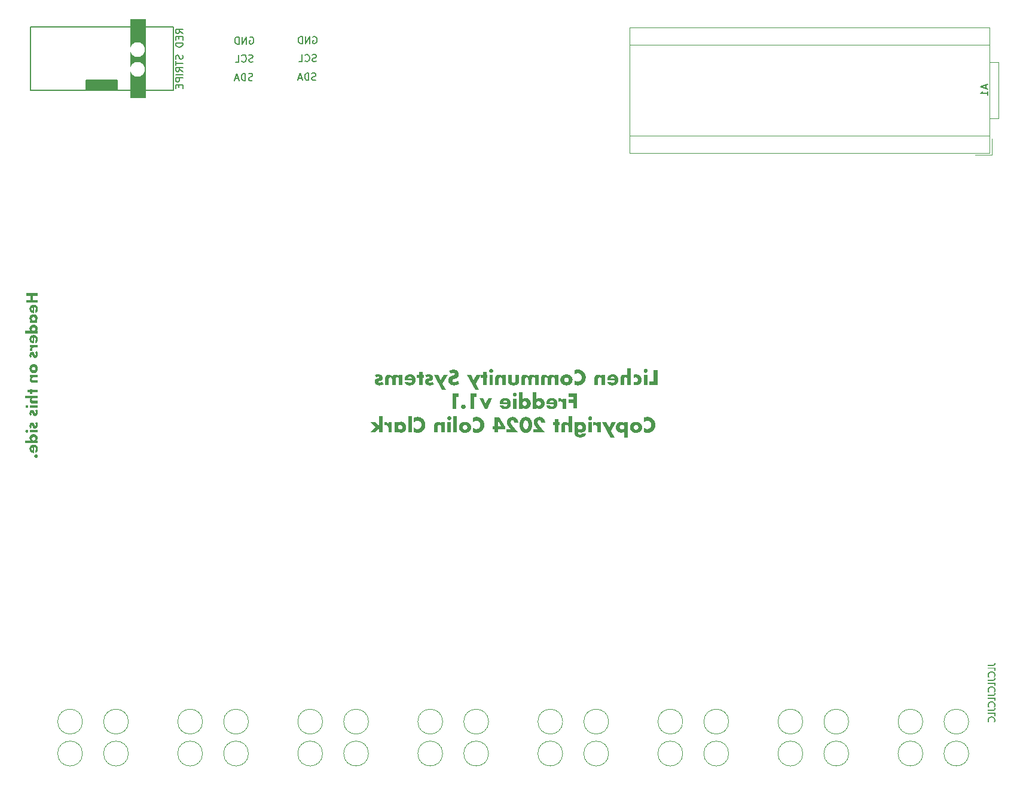
<source format=gbo>
G04 #@! TF.GenerationSoftware,KiCad,Pcbnew,7.0.8*
G04 #@! TF.CreationDate,2024-09-22T21:35:00-04:00*
G04 #@! TF.ProjectId,lichen-freddie-board,6c696368-656e-42d6-9672-65646469652d,1.0*
G04 #@! TF.SameCoordinates,Original*
G04 #@! TF.FileFunction,Legend,Bot*
G04 #@! TF.FilePolarity,Positive*
%FSLAX46Y46*%
G04 Gerber Fmt 4.6, Leading zero omitted, Abs format (unit mm)*
G04 Created by KiCad (PCBNEW 7.0.8) date 2024-09-22 21:35:00*
%MOMM*%
%LPD*%
G01*
G04 APERTURE LIST*
%ADD10C,0.150000*%
%ADD11C,0.375000*%
%ADD12C,0.200000*%
%ADD13C,0.101600*%
%ADD14C,0.120000*%
%ADD15C,0.203200*%
%ADD16C,2.200000*%
%ADD17R,1.750000X1.750000*%
%ADD18C,1.750000*%
%ADD19C,2.700000*%
%ADD20C,1.371600*%
%ADD21C,2.032000*%
%ADD22R,1.700000X1.700000*%
%ADD23O,1.700000X1.700000*%
%ADD24C,1.930400*%
%ADD25C,1.700000*%
%ADD26C,2.082800*%
G04 APERTURE END LIST*
D10*
X134090839Y-116852200D02*
X133947982Y-116899819D01*
X133947982Y-116899819D02*
X133709887Y-116899819D01*
X133709887Y-116899819D02*
X133614649Y-116852200D01*
X133614649Y-116852200D02*
X133567030Y-116804580D01*
X133567030Y-116804580D02*
X133519411Y-116709342D01*
X133519411Y-116709342D02*
X133519411Y-116614104D01*
X133519411Y-116614104D02*
X133567030Y-116518866D01*
X133567030Y-116518866D02*
X133614649Y-116471247D01*
X133614649Y-116471247D02*
X133709887Y-116423628D01*
X133709887Y-116423628D02*
X133900363Y-116376009D01*
X133900363Y-116376009D02*
X133995601Y-116328390D01*
X133995601Y-116328390D02*
X134043220Y-116280771D01*
X134043220Y-116280771D02*
X134090839Y-116185533D01*
X134090839Y-116185533D02*
X134090839Y-116090295D01*
X134090839Y-116090295D02*
X134043220Y-115995057D01*
X134043220Y-115995057D02*
X133995601Y-115947438D01*
X133995601Y-115947438D02*
X133900363Y-115899819D01*
X133900363Y-115899819D02*
X133662268Y-115899819D01*
X133662268Y-115899819D02*
X133519411Y-115947438D01*
X132519411Y-116804580D02*
X132567030Y-116852200D01*
X132567030Y-116852200D02*
X132709887Y-116899819D01*
X132709887Y-116899819D02*
X132805125Y-116899819D01*
X132805125Y-116899819D02*
X132947982Y-116852200D01*
X132947982Y-116852200D02*
X133043220Y-116756961D01*
X133043220Y-116756961D02*
X133090839Y-116661723D01*
X133090839Y-116661723D02*
X133138458Y-116471247D01*
X133138458Y-116471247D02*
X133138458Y-116328390D01*
X133138458Y-116328390D02*
X133090839Y-116137914D01*
X133090839Y-116137914D02*
X133043220Y-116042676D01*
X133043220Y-116042676D02*
X132947982Y-115947438D01*
X132947982Y-115947438D02*
X132805125Y-115899819D01*
X132805125Y-115899819D02*
X132709887Y-115899819D01*
X132709887Y-115899819D02*
X132567030Y-115947438D01*
X132567030Y-115947438D02*
X132519411Y-115995057D01*
X131614649Y-116899819D02*
X132090839Y-116899819D01*
X132090839Y-116899819D02*
X132090839Y-115899819D01*
X134030839Y-119482200D02*
X133887982Y-119529819D01*
X133887982Y-119529819D02*
X133649887Y-119529819D01*
X133649887Y-119529819D02*
X133554649Y-119482200D01*
X133554649Y-119482200D02*
X133507030Y-119434580D01*
X133507030Y-119434580D02*
X133459411Y-119339342D01*
X133459411Y-119339342D02*
X133459411Y-119244104D01*
X133459411Y-119244104D02*
X133507030Y-119148866D01*
X133507030Y-119148866D02*
X133554649Y-119101247D01*
X133554649Y-119101247D02*
X133649887Y-119053628D01*
X133649887Y-119053628D02*
X133840363Y-119006009D01*
X133840363Y-119006009D02*
X133935601Y-118958390D01*
X133935601Y-118958390D02*
X133983220Y-118910771D01*
X133983220Y-118910771D02*
X134030839Y-118815533D01*
X134030839Y-118815533D02*
X134030839Y-118720295D01*
X134030839Y-118720295D02*
X133983220Y-118625057D01*
X133983220Y-118625057D02*
X133935601Y-118577438D01*
X133935601Y-118577438D02*
X133840363Y-118529819D01*
X133840363Y-118529819D02*
X133602268Y-118529819D01*
X133602268Y-118529819D02*
X133459411Y-118577438D01*
X133030839Y-119529819D02*
X133030839Y-118529819D01*
X133030839Y-118529819D02*
X132792744Y-118529819D01*
X132792744Y-118529819D02*
X132649887Y-118577438D01*
X132649887Y-118577438D02*
X132554649Y-118672676D01*
X132554649Y-118672676D02*
X132507030Y-118767914D01*
X132507030Y-118767914D02*
X132459411Y-118958390D01*
X132459411Y-118958390D02*
X132459411Y-119101247D01*
X132459411Y-119101247D02*
X132507030Y-119291723D01*
X132507030Y-119291723D02*
X132554649Y-119386961D01*
X132554649Y-119386961D02*
X132649887Y-119482200D01*
X132649887Y-119482200D02*
X132792744Y-119529819D01*
X132792744Y-119529819D02*
X133030839Y-119529819D01*
X132078458Y-119244104D02*
X131602268Y-119244104D01*
X132173696Y-119529819D02*
X131840363Y-118529819D01*
X131840363Y-118529819D02*
X131507030Y-119529819D01*
G36*
X238157055Y-202408660D02*
G01*
X238842400Y-202408660D01*
X238857541Y-202408593D01*
X238872190Y-202408393D01*
X238886347Y-202408059D01*
X238900011Y-202407591D01*
X238913183Y-202406990D01*
X238925862Y-202406255D01*
X238938050Y-202405387D01*
X238949745Y-202404385D01*
X238960948Y-202403250D01*
X238971658Y-202401981D01*
X238981876Y-202400579D01*
X238991602Y-202399043D01*
X239005268Y-202396488D01*
X239017826Y-202393633D01*
X239025582Y-202391563D01*
X239038264Y-202388192D01*
X239050572Y-202384401D01*
X239062507Y-202380190D01*
X239074068Y-202375557D01*
X239085256Y-202370504D01*
X239096070Y-202365030D01*
X239106511Y-202359135D01*
X239116578Y-202352820D01*
X239126272Y-202346083D01*
X239135592Y-202338926D01*
X239141598Y-202333921D01*
X239152984Y-202323797D01*
X239163637Y-202313268D01*
X239173554Y-202302334D01*
X239182737Y-202290996D01*
X239191186Y-202279253D01*
X239198899Y-202267106D01*
X239205878Y-202254554D01*
X239212123Y-202241598D01*
X239217632Y-202228237D01*
X239222408Y-202214471D01*
X239226448Y-202200301D01*
X239229754Y-202185727D01*
X239232325Y-202170748D01*
X239234162Y-202155365D01*
X239235264Y-202139577D01*
X239235631Y-202123384D01*
X239235418Y-202111010D01*
X239234780Y-202098738D01*
X239233716Y-202086570D01*
X239232227Y-202074505D01*
X239230312Y-202062543D01*
X239227972Y-202050684D01*
X239225206Y-202038928D01*
X239222015Y-202027274D01*
X239218398Y-202015724D01*
X239214355Y-202004277D01*
X239209887Y-201992934D01*
X239204994Y-201981693D01*
X239199675Y-201970555D01*
X239193930Y-201959520D01*
X239187760Y-201948588D01*
X239181165Y-201937759D01*
X239040481Y-202015673D01*
X239047421Y-202026506D01*
X239053679Y-202037205D01*
X239059254Y-202047772D01*
X239064146Y-202058206D01*
X239068355Y-202068506D01*
X239071882Y-202078673D01*
X239074727Y-202088707D01*
X239076888Y-202098609D01*
X239078368Y-202108377D01*
X239079278Y-202121194D01*
X239079316Y-202124361D01*
X239078841Y-202137303D01*
X239077418Y-202149477D01*
X239075046Y-202160882D01*
X239071725Y-202171519D01*
X239067455Y-202181387D01*
X239062237Y-202190487D01*
X239056069Y-202198818D01*
X239048953Y-202206381D01*
X239040888Y-202213175D01*
X239031874Y-202219201D01*
X239025338Y-202222791D01*
X239014557Y-202227898D01*
X239002363Y-202232502D01*
X238988757Y-202236605D01*
X238978901Y-202239060D01*
X238968418Y-202241293D01*
X238957307Y-202243302D01*
X238945568Y-202245088D01*
X238933201Y-202246651D01*
X238920206Y-202247991D01*
X238906584Y-202249107D01*
X238892334Y-202250000D01*
X238877456Y-202250670D01*
X238861951Y-202251116D01*
X238845817Y-202251339D01*
X238837515Y-202251367D01*
X238157055Y-202251367D01*
X238157055Y-202408660D01*
G37*
G36*
X238157055Y-202825826D02*
G01*
X239063684Y-202825826D01*
X239063684Y-203137480D01*
X239220000Y-203137480D01*
X239220000Y-202668534D01*
X238157055Y-202668534D01*
X238157055Y-202825826D01*
G37*
G36*
X238206147Y-204031409D02*
G01*
X238397878Y-204031409D01*
X238390755Y-204022683D01*
X238383859Y-204013938D01*
X238377189Y-204005174D01*
X238370744Y-203996391D01*
X238364526Y-203987589D01*
X238358534Y-203978767D01*
X238352768Y-203969927D01*
X238347228Y-203961067D01*
X238341915Y-203952189D01*
X238336827Y-203943291D01*
X238331965Y-203934374D01*
X238327330Y-203925438D01*
X238322921Y-203916483D01*
X238318738Y-203907509D01*
X238314781Y-203898516D01*
X238307545Y-203880473D01*
X238301214Y-203862353D01*
X238295787Y-203844157D01*
X238291265Y-203825884D01*
X238287647Y-203807536D01*
X238284933Y-203789111D01*
X238283124Y-203770609D01*
X238282220Y-203752032D01*
X238282107Y-203742714D01*
X238282221Y-203732491D01*
X238282564Y-203722369D01*
X238283135Y-203712349D01*
X238283935Y-203702429D01*
X238284963Y-203692611D01*
X238286220Y-203682894D01*
X238289419Y-203663763D01*
X238293532Y-203645036D01*
X238298559Y-203626714D01*
X238304500Y-203608796D01*
X238311355Y-203591284D01*
X238319124Y-203574175D01*
X238327807Y-203557471D01*
X238337404Y-203541172D01*
X238347915Y-203525277D01*
X238359340Y-203509787D01*
X238371679Y-203494701D01*
X238378191Y-203487310D01*
X238384932Y-203480019D01*
X238391902Y-203472831D01*
X238399099Y-203465743D01*
X238406446Y-203458770D01*
X238413894Y-203452019D01*
X238421443Y-203445490D01*
X238429092Y-203439181D01*
X238436841Y-203433094D01*
X238444692Y-203427229D01*
X238460694Y-203416161D01*
X238477100Y-203405980D01*
X238493907Y-203396683D01*
X238511118Y-203388272D01*
X238528731Y-203380746D01*
X238546747Y-203374106D01*
X238565165Y-203368351D01*
X238583986Y-203363481D01*
X238593548Y-203361378D01*
X238603210Y-203359497D01*
X238612973Y-203357837D01*
X238622836Y-203356398D01*
X238632800Y-203355181D01*
X238642865Y-203354185D01*
X238653031Y-203353410D01*
X238663297Y-203352857D01*
X238673663Y-203352525D01*
X238684131Y-203352414D01*
X238694476Y-203352525D01*
X238704720Y-203352857D01*
X238714862Y-203353410D01*
X238724904Y-203354185D01*
X238734844Y-203355181D01*
X238744684Y-203356398D01*
X238754422Y-203357837D01*
X238764059Y-203359497D01*
X238783030Y-203363481D01*
X238801596Y-203368351D01*
X238819758Y-203374106D01*
X238837515Y-203380746D01*
X238854868Y-203388272D01*
X238871816Y-203396683D01*
X238888360Y-203405980D01*
X238904499Y-203416161D01*
X238920233Y-203427229D01*
X238935563Y-203439181D01*
X238943077Y-203445490D01*
X238950489Y-203452019D01*
X238957800Y-203458770D01*
X238965010Y-203465743D01*
X238972042Y-203472876D01*
X238978852Y-203480108D01*
X238985438Y-203487440D01*
X238991800Y-203494872D01*
X239003856Y-203510036D01*
X239015019Y-203525597D01*
X239025288Y-203541558D01*
X239034665Y-203557918D01*
X239043149Y-203574676D01*
X239050739Y-203591833D01*
X239057437Y-203609389D01*
X239063241Y-203627344D01*
X239068153Y-203645697D01*
X239072172Y-203664450D01*
X239075297Y-203683601D01*
X239076525Y-203693326D01*
X239077530Y-203703151D01*
X239078311Y-203713075D01*
X239078869Y-203723099D01*
X239079204Y-203733223D01*
X239079316Y-203743447D01*
X239079208Y-203753943D01*
X239078884Y-203764242D01*
X239078345Y-203774344D01*
X239077591Y-203784251D01*
X239076054Y-203798741D01*
X239074033Y-203812790D01*
X239071526Y-203826396D01*
X239068535Y-203839560D01*
X239065058Y-203852282D01*
X239061096Y-203864562D01*
X239056649Y-203876399D01*
X239051716Y-203887794D01*
X239047209Y-203898164D01*
X239042237Y-203908665D01*
X239036800Y-203919297D01*
X239032116Y-203927897D01*
X239027134Y-203936581D01*
X239021854Y-203945349D01*
X239016276Y-203954200D01*
X239014836Y-203956427D01*
X239008882Y-203965399D01*
X239002623Y-203974485D01*
X238996059Y-203983686D01*
X238989190Y-203993002D01*
X238982015Y-204002432D01*
X238974535Y-204011977D01*
X238966750Y-204021636D01*
X238958660Y-204031409D01*
X239154542Y-204031409D01*
X239159531Y-204022817D01*
X239164362Y-204014198D01*
X239169034Y-204005552D01*
X239173548Y-203996879D01*
X239182100Y-203979454D01*
X239190019Y-203961922D01*
X239197304Y-203944283D01*
X239203956Y-203926537D01*
X239209974Y-203908685D01*
X239215359Y-203890725D01*
X239220110Y-203872659D01*
X239224228Y-203854486D01*
X239227712Y-203836206D01*
X239230563Y-203817819D01*
X239232780Y-203799325D01*
X239234364Y-203780724D01*
X239235314Y-203762017D01*
X239235631Y-203743203D01*
X239235475Y-203729056D01*
X239235006Y-203715039D01*
X239234225Y-203701153D01*
X239233131Y-203687397D01*
X239231725Y-203673771D01*
X239230007Y-203660275D01*
X239227976Y-203646910D01*
X239225632Y-203633675D01*
X239222976Y-203620570D01*
X239220008Y-203607595D01*
X239216727Y-203594751D01*
X239213134Y-203582037D01*
X239209228Y-203569453D01*
X239205010Y-203556999D01*
X239200479Y-203544675D01*
X239195636Y-203532482D01*
X239190481Y-203520419D01*
X239185013Y-203508486D01*
X239179232Y-203496684D01*
X239173139Y-203485011D01*
X239166734Y-203473469D01*
X239160016Y-203462057D01*
X239152986Y-203450775D01*
X239145643Y-203439624D01*
X239137988Y-203428603D01*
X239130020Y-203417712D01*
X239121740Y-203406951D01*
X239113147Y-203396320D01*
X239104242Y-203385820D01*
X239095024Y-203375450D01*
X239085494Y-203365210D01*
X239075652Y-203355101D01*
X239065497Y-203345258D01*
X239055211Y-203335728D01*
X239044795Y-203326511D01*
X239034249Y-203317606D01*
X239023573Y-203309013D01*
X239012766Y-203300733D01*
X239001829Y-203292765D01*
X238990762Y-203285110D01*
X238979565Y-203277767D01*
X238968238Y-203270737D01*
X238956780Y-203264019D01*
X238945192Y-203257613D01*
X238933474Y-203251520D01*
X238921625Y-203245740D01*
X238909647Y-203240272D01*
X238897538Y-203235116D01*
X238885299Y-203230273D01*
X238872929Y-203225743D01*
X238860430Y-203221524D01*
X238847800Y-203217619D01*
X238835040Y-203214025D01*
X238822150Y-203210745D01*
X238809129Y-203207776D01*
X238795979Y-203205120D01*
X238782698Y-203202777D01*
X238769287Y-203200746D01*
X238755745Y-203199027D01*
X238742073Y-203197621D01*
X238728272Y-203196528D01*
X238714340Y-203195747D01*
X238700277Y-203195278D01*
X238686085Y-203195122D01*
X238673351Y-203195252D01*
X238660705Y-203195644D01*
X238648147Y-203196298D01*
X238635675Y-203197213D01*
X238623291Y-203198389D01*
X238610994Y-203199827D01*
X238598785Y-203201526D01*
X238586663Y-203203487D01*
X238574628Y-203205709D01*
X238562680Y-203208192D01*
X238550820Y-203210937D01*
X238539047Y-203213944D01*
X238527361Y-203217211D01*
X238515762Y-203220740D01*
X238504251Y-203224531D01*
X238492827Y-203228583D01*
X238481491Y-203232896D01*
X238470242Y-203237471D01*
X238459080Y-203242307D01*
X238448005Y-203247405D01*
X238437018Y-203252764D01*
X238426118Y-203258384D01*
X238415305Y-203264266D01*
X238404579Y-203270409D01*
X238393941Y-203276814D01*
X238383390Y-203283480D01*
X238372927Y-203290408D01*
X238362551Y-203297597D01*
X238352262Y-203305047D01*
X238342060Y-203312759D01*
X238331946Y-203320732D01*
X238321919Y-203328967D01*
X238309852Y-203339365D01*
X238298169Y-203349953D01*
X238286869Y-203360729D01*
X238275951Y-203371694D01*
X238265417Y-203382848D01*
X238255266Y-203394191D01*
X238245498Y-203405723D01*
X238236113Y-203417444D01*
X238227111Y-203429353D01*
X238218492Y-203441452D01*
X238210256Y-203453739D01*
X238202404Y-203466216D01*
X238194934Y-203478881D01*
X238187847Y-203491735D01*
X238181144Y-203504779D01*
X238174823Y-203518011D01*
X238168886Y-203531432D01*
X238163331Y-203545041D01*
X238158160Y-203558840D01*
X238153372Y-203572828D01*
X238148967Y-203587004D01*
X238144945Y-203601370D01*
X238141305Y-203615924D01*
X238138049Y-203630668D01*
X238135177Y-203645600D01*
X238132687Y-203660721D01*
X238130580Y-203676031D01*
X238128856Y-203691530D01*
X238127515Y-203707218D01*
X238126558Y-203723095D01*
X238125983Y-203739160D01*
X238125792Y-203755415D01*
X238126105Y-203773237D01*
X238127047Y-203790983D01*
X238128617Y-203808652D01*
X238130814Y-203826245D01*
X238133639Y-203843762D01*
X238137092Y-203861202D01*
X238141172Y-203878567D01*
X238145881Y-203895854D01*
X238151217Y-203913066D01*
X238157181Y-203930201D01*
X238163772Y-203947260D01*
X238170992Y-203964242D01*
X238178839Y-203981149D01*
X238187314Y-203997978D01*
X238196417Y-204014732D01*
X238206147Y-204031409D01*
G37*
G36*
X238157055Y-204536503D02*
G01*
X238842400Y-204536503D01*
X238857541Y-204536437D01*
X238872190Y-204536236D01*
X238886347Y-204535902D01*
X238900011Y-204535435D01*
X238913183Y-204534834D01*
X238925862Y-204534099D01*
X238938050Y-204533231D01*
X238949745Y-204532229D01*
X238960948Y-204531094D01*
X238971658Y-204529825D01*
X238981876Y-204528422D01*
X238991602Y-204526886D01*
X239005268Y-204524332D01*
X239017826Y-204521477D01*
X239025582Y-204519406D01*
X239038264Y-204516036D01*
X239050572Y-204512245D01*
X239062507Y-204508033D01*
X239074068Y-204503401D01*
X239085256Y-204498348D01*
X239096070Y-204492874D01*
X239106511Y-204486979D01*
X239116578Y-204480663D01*
X239126272Y-204473927D01*
X239135592Y-204466770D01*
X239141598Y-204461765D01*
X239152984Y-204451640D01*
X239163637Y-204441111D01*
X239173554Y-204430178D01*
X239182737Y-204418839D01*
X239191186Y-204407097D01*
X239198899Y-204394949D01*
X239205878Y-204382398D01*
X239212123Y-204369441D01*
X239217632Y-204356080D01*
X239222408Y-204342315D01*
X239226448Y-204328145D01*
X239229754Y-204313571D01*
X239232325Y-204298592D01*
X239234162Y-204283208D01*
X239235264Y-204267420D01*
X239235631Y-204251228D01*
X239235418Y-204238853D01*
X239234780Y-204226582D01*
X239233716Y-204214414D01*
X239232227Y-204202349D01*
X239230312Y-204190386D01*
X239227972Y-204178527D01*
X239225206Y-204166771D01*
X239222015Y-204155118D01*
X239218398Y-204143568D01*
X239214355Y-204132121D01*
X239209887Y-204120777D01*
X239204994Y-204109536D01*
X239199675Y-204098398D01*
X239193930Y-204087364D01*
X239187760Y-204076432D01*
X239181165Y-204065603D01*
X239040481Y-204143517D01*
X239047421Y-204154349D01*
X239053679Y-204165049D01*
X239059254Y-204175616D01*
X239064146Y-204186049D01*
X239068355Y-204196350D01*
X239071882Y-204206517D01*
X239074727Y-204216551D01*
X239076888Y-204226452D01*
X239078368Y-204236220D01*
X239079278Y-204249037D01*
X239079316Y-204252205D01*
X239078841Y-204265147D01*
X239077418Y-204277321D01*
X239075046Y-204288726D01*
X239071725Y-204299363D01*
X239067455Y-204309231D01*
X239062237Y-204318331D01*
X239056069Y-204326662D01*
X239048953Y-204334224D01*
X239040888Y-204341019D01*
X239031874Y-204347044D01*
X239025338Y-204350635D01*
X239014557Y-204355741D01*
X239002363Y-204360346D01*
X238988757Y-204364448D01*
X238978901Y-204366904D01*
X238968418Y-204369137D01*
X238957307Y-204371146D01*
X238945568Y-204372932D01*
X238933201Y-204374495D01*
X238920206Y-204375834D01*
X238906584Y-204376951D01*
X238892334Y-204377844D01*
X238877456Y-204378513D01*
X238861951Y-204378960D01*
X238845817Y-204379183D01*
X238837515Y-204379211D01*
X238157055Y-204379211D01*
X238157055Y-204536503D01*
G37*
G36*
X238157055Y-204953670D02*
G01*
X239063684Y-204953670D01*
X239063684Y-205265324D01*
X239220000Y-205265324D01*
X239220000Y-204796378D01*
X238157055Y-204796378D01*
X238157055Y-204953670D01*
G37*
G36*
X238206147Y-206159253D02*
G01*
X238397878Y-206159253D01*
X238390755Y-206150527D01*
X238383859Y-206141782D01*
X238377189Y-206133018D01*
X238370744Y-206124234D01*
X238364526Y-206115432D01*
X238358534Y-206106611D01*
X238352768Y-206097770D01*
X238347228Y-206088911D01*
X238341915Y-206080032D01*
X238336827Y-206071135D01*
X238331965Y-206062218D01*
X238327330Y-206053282D01*
X238322921Y-206044327D01*
X238318738Y-206035353D01*
X238314781Y-206026360D01*
X238307545Y-206008316D01*
X238301214Y-205990197D01*
X238295787Y-205972001D01*
X238291265Y-205953728D01*
X238287647Y-205935379D01*
X238284933Y-205916954D01*
X238283124Y-205898453D01*
X238282220Y-205879875D01*
X238282107Y-205870558D01*
X238282221Y-205860335D01*
X238282564Y-205850213D01*
X238283135Y-205840192D01*
X238283935Y-205830273D01*
X238284963Y-205820455D01*
X238286220Y-205810737D01*
X238289419Y-205791606D01*
X238293532Y-205772880D01*
X238298559Y-205754558D01*
X238304500Y-205736640D01*
X238311355Y-205719127D01*
X238319124Y-205702019D01*
X238327807Y-205685315D01*
X238337404Y-205669015D01*
X238347915Y-205653121D01*
X238359340Y-205637630D01*
X238371679Y-205622544D01*
X238378191Y-205615153D01*
X238384932Y-205607863D01*
X238391902Y-205600674D01*
X238399099Y-205593586D01*
X238406446Y-205586614D01*
X238413894Y-205579863D01*
X238421443Y-205573333D01*
X238429092Y-205567025D01*
X238436841Y-205560938D01*
X238444692Y-205555072D01*
X238460694Y-205544005D01*
X238477100Y-205533823D01*
X238493907Y-205524527D01*
X238511118Y-205516116D01*
X238528731Y-205508590D01*
X238546747Y-205501950D01*
X238565165Y-205496195D01*
X238583986Y-205491325D01*
X238593548Y-205489222D01*
X238603210Y-205487341D01*
X238612973Y-205485681D01*
X238622836Y-205484242D01*
X238632800Y-205483025D01*
X238642865Y-205482028D01*
X238653031Y-205481254D01*
X238663297Y-205480700D01*
X238673663Y-205480368D01*
X238684131Y-205480258D01*
X238694476Y-205480368D01*
X238704720Y-205480700D01*
X238714862Y-205481254D01*
X238724904Y-205482028D01*
X238734844Y-205483025D01*
X238744684Y-205484242D01*
X238754422Y-205485681D01*
X238764059Y-205487341D01*
X238783030Y-205491325D01*
X238801596Y-205496195D01*
X238819758Y-205501950D01*
X238837515Y-205508590D01*
X238854868Y-205516116D01*
X238871816Y-205524527D01*
X238888360Y-205533823D01*
X238904499Y-205544005D01*
X238920233Y-205555072D01*
X238935563Y-205567025D01*
X238943077Y-205573333D01*
X238950489Y-205579863D01*
X238957800Y-205586614D01*
X238965010Y-205593586D01*
X238972042Y-205600719D01*
X238978852Y-205607952D01*
X238985438Y-205615284D01*
X238991800Y-205622716D01*
X239003856Y-205637879D01*
X239015019Y-205653441D01*
X239025288Y-205669402D01*
X239034665Y-205685761D01*
X239043149Y-205702520D01*
X239050739Y-205719677D01*
X239057437Y-205737233D01*
X239063241Y-205755187D01*
X239068153Y-205773541D01*
X239072172Y-205792293D01*
X239075297Y-205811444D01*
X239076525Y-205821169D01*
X239077530Y-205830994D01*
X239078311Y-205840919D01*
X239078869Y-205850943D01*
X239079204Y-205861067D01*
X239079316Y-205871290D01*
X239079208Y-205881786D01*
X239078884Y-205892085D01*
X239078345Y-205902188D01*
X239077591Y-205912094D01*
X239076054Y-205926585D01*
X239074033Y-205940634D01*
X239071526Y-205954240D01*
X239068535Y-205967404D01*
X239065058Y-205980126D01*
X239061096Y-205992405D01*
X239056649Y-206004243D01*
X239051716Y-206015638D01*
X239047209Y-206026008D01*
X239042237Y-206036508D01*
X239036800Y-206047140D01*
X239032116Y-206055740D01*
X239027134Y-206064424D01*
X239021854Y-206073192D01*
X239016276Y-206082044D01*
X239014836Y-206084270D01*
X239008882Y-206093242D01*
X239002623Y-206102329D01*
X238996059Y-206111530D01*
X238989190Y-206120846D01*
X238982015Y-206130276D01*
X238974535Y-206139820D01*
X238966750Y-206149479D01*
X238958660Y-206159253D01*
X239154542Y-206159253D01*
X239159531Y-206150660D01*
X239164362Y-206142041D01*
X239169034Y-206133396D01*
X239173548Y-206124723D01*
X239182100Y-206107298D01*
X239190019Y-206089766D01*
X239197304Y-206072127D01*
X239203956Y-206054381D01*
X239209974Y-206036528D01*
X239215359Y-206018569D01*
X239220110Y-206000503D01*
X239224228Y-205982329D01*
X239227712Y-205964049D01*
X239230563Y-205945662D01*
X239232780Y-205927169D01*
X239234364Y-205908568D01*
X239235314Y-205889861D01*
X239235631Y-205871046D01*
X239235475Y-205856899D01*
X239235006Y-205842883D01*
X239234225Y-205828997D01*
X239233131Y-205815241D01*
X239231725Y-205801615D01*
X239230007Y-205788119D01*
X239227976Y-205774754D01*
X239225632Y-205761519D01*
X239222976Y-205748414D01*
X239220008Y-205735439D01*
X239216727Y-205722595D01*
X239213134Y-205709880D01*
X239209228Y-205697296D01*
X239205010Y-205684843D01*
X239200479Y-205672519D01*
X239195636Y-205660326D01*
X239190481Y-205648263D01*
X239185013Y-205636330D01*
X239179232Y-205624527D01*
X239173139Y-205612855D01*
X239166734Y-205601313D01*
X239160016Y-205589901D01*
X239152986Y-205578619D01*
X239145643Y-205567468D01*
X239137988Y-205556446D01*
X239130020Y-205545555D01*
X239121740Y-205534795D01*
X239113147Y-205524164D01*
X239104242Y-205513664D01*
X239095024Y-205503294D01*
X239085494Y-205493054D01*
X239075652Y-205482944D01*
X239065497Y-205473102D01*
X239055211Y-205463572D01*
X239044795Y-205454354D01*
X239034249Y-205445449D01*
X239023573Y-205436857D01*
X239012766Y-205428576D01*
X239001829Y-205420609D01*
X238990762Y-205412954D01*
X238979565Y-205405611D01*
X238968238Y-205398580D01*
X238956780Y-205391863D01*
X238945192Y-205385457D01*
X238933474Y-205379364D01*
X238921625Y-205373584D01*
X238909647Y-205368116D01*
X238897538Y-205362960D01*
X238885299Y-205358117D01*
X238872929Y-205353586D01*
X238860430Y-205349368D01*
X238847800Y-205345462D01*
X238835040Y-205341869D01*
X238822150Y-205338588D01*
X238809129Y-205335620D01*
X238795979Y-205332964D01*
X238782698Y-205330621D01*
X238769287Y-205328590D01*
X238755745Y-205326871D01*
X238742073Y-205325465D01*
X238728272Y-205324371D01*
X238714340Y-205323590D01*
X238700277Y-205323122D01*
X238686085Y-205322965D01*
X238673351Y-205323096D01*
X238660705Y-205323488D01*
X238648147Y-205324142D01*
X238635675Y-205325057D01*
X238623291Y-205326233D01*
X238610994Y-205327671D01*
X238598785Y-205329370D01*
X238586663Y-205331331D01*
X238574628Y-205333553D01*
X238562680Y-205336036D01*
X238550820Y-205338781D01*
X238539047Y-205341787D01*
X238527361Y-205345055D01*
X238515762Y-205348584D01*
X238504251Y-205352375D01*
X238492827Y-205356427D01*
X238481491Y-205360740D01*
X238470242Y-205365315D01*
X238459080Y-205370151D01*
X238448005Y-205375249D01*
X238437018Y-205380608D01*
X238426118Y-205386228D01*
X238415305Y-205392110D01*
X238404579Y-205398253D01*
X238393941Y-205404658D01*
X238383390Y-205411324D01*
X238372927Y-205418252D01*
X238362551Y-205425440D01*
X238352262Y-205432891D01*
X238342060Y-205440603D01*
X238331946Y-205448576D01*
X238321919Y-205456810D01*
X238309852Y-205467209D01*
X238298169Y-205477796D01*
X238286869Y-205488572D01*
X238275951Y-205499538D01*
X238265417Y-205510692D01*
X238255266Y-205522035D01*
X238245498Y-205533567D01*
X238236113Y-205545287D01*
X238227111Y-205557197D01*
X238218492Y-205569296D01*
X238210256Y-205581583D01*
X238202404Y-205594060D01*
X238194934Y-205606725D01*
X238187847Y-205619579D01*
X238181144Y-205632622D01*
X238174823Y-205645854D01*
X238168886Y-205659275D01*
X238163331Y-205672885D01*
X238158160Y-205686684D01*
X238153372Y-205700672D01*
X238148967Y-205714848D01*
X238144945Y-205729214D01*
X238141305Y-205743768D01*
X238138049Y-205758511D01*
X238135177Y-205773444D01*
X238132687Y-205788565D01*
X238130580Y-205803875D01*
X238128856Y-205819374D01*
X238127515Y-205835061D01*
X238126558Y-205850938D01*
X238125983Y-205867004D01*
X238125792Y-205883258D01*
X238126105Y-205901080D01*
X238127047Y-205918826D01*
X238128617Y-205936496D01*
X238130814Y-205954089D01*
X238133639Y-205971606D01*
X238137092Y-205989046D01*
X238141172Y-206006410D01*
X238145881Y-206023698D01*
X238151217Y-206040910D01*
X238157181Y-206058045D01*
X238163772Y-206075104D01*
X238170992Y-206092086D01*
X238178839Y-206108992D01*
X238187314Y-206125822D01*
X238196417Y-206142576D01*
X238206147Y-206159253D01*
G37*
G36*
X238157055Y-206664347D02*
G01*
X238842400Y-206664347D01*
X238857541Y-206664280D01*
X238872190Y-206664080D01*
X238886347Y-206663746D01*
X238900011Y-206663278D01*
X238913183Y-206662677D01*
X238925862Y-206661943D01*
X238938050Y-206661075D01*
X238949745Y-206660073D01*
X238960948Y-206658937D01*
X238971658Y-206657669D01*
X238981876Y-206656266D01*
X238991602Y-206654730D01*
X239005268Y-206652175D01*
X239017826Y-206649320D01*
X239025582Y-206647250D01*
X239038264Y-206643880D01*
X239050572Y-206640089D01*
X239062507Y-206635877D01*
X239074068Y-206631244D01*
X239085256Y-206626191D01*
X239096070Y-206620717D01*
X239106511Y-206614822D01*
X239116578Y-206608507D01*
X239126272Y-206601771D01*
X239135592Y-206594614D01*
X239141598Y-206589609D01*
X239152984Y-206579484D01*
X239163637Y-206568955D01*
X239173554Y-206558021D01*
X239182737Y-206546683D01*
X239191186Y-206534940D01*
X239198899Y-206522793D01*
X239205878Y-206510241D01*
X239212123Y-206497285D01*
X239217632Y-206483924D01*
X239222408Y-206470159D01*
X239226448Y-206455989D01*
X239229754Y-206441414D01*
X239232325Y-206426435D01*
X239234162Y-206411052D01*
X239235264Y-206395264D01*
X239235631Y-206379071D01*
X239235418Y-206366697D01*
X239234780Y-206354426D01*
X239233716Y-206342257D01*
X239232227Y-206330192D01*
X239230312Y-206318230D01*
X239227972Y-206306371D01*
X239225206Y-206294615D01*
X239222015Y-206282962D01*
X239218398Y-206271412D01*
X239214355Y-206259965D01*
X239209887Y-206248621D01*
X239204994Y-206237380D01*
X239199675Y-206226242D01*
X239193930Y-206215207D01*
X239187760Y-206204276D01*
X239181165Y-206193447D01*
X239040481Y-206271360D01*
X239047421Y-206282193D01*
X239053679Y-206292893D01*
X239059254Y-206303459D01*
X239064146Y-206313893D01*
X239068355Y-206324193D01*
X239071882Y-206334361D01*
X239074727Y-206344395D01*
X239076888Y-206354296D01*
X239078368Y-206364064D01*
X239079278Y-206376881D01*
X239079316Y-206380048D01*
X239078841Y-206392991D01*
X239077418Y-206405164D01*
X239075046Y-206416570D01*
X239071725Y-206427206D01*
X239067455Y-206437075D01*
X239062237Y-206446174D01*
X239056069Y-206454505D01*
X239048953Y-206462068D01*
X239040888Y-206468862D01*
X239031874Y-206474888D01*
X239025338Y-206478478D01*
X239014557Y-206483585D01*
X239002363Y-206488190D01*
X238988757Y-206492292D01*
X238978901Y-206494748D01*
X238968418Y-206496980D01*
X238957307Y-206498990D01*
X238945568Y-206500776D01*
X238933201Y-206502338D01*
X238920206Y-206503678D01*
X238906584Y-206504794D01*
X238892334Y-206505687D01*
X238877456Y-206506357D01*
X238861951Y-206506803D01*
X238845817Y-206507027D01*
X238837515Y-206507055D01*
X238157055Y-206507055D01*
X238157055Y-206664347D01*
G37*
G36*
X238157055Y-207081514D02*
G01*
X239063684Y-207081514D01*
X239063684Y-207393168D01*
X239220000Y-207393168D01*
X239220000Y-206924221D01*
X238157055Y-206924221D01*
X238157055Y-207081514D01*
G37*
G36*
X238206147Y-208287096D02*
G01*
X238397878Y-208287096D01*
X238390755Y-208278371D01*
X238383859Y-208269626D01*
X238377189Y-208260861D01*
X238370744Y-208252078D01*
X238364526Y-208243276D01*
X238358534Y-208234455D01*
X238352768Y-208225614D01*
X238347228Y-208216755D01*
X238341915Y-208207876D01*
X238336827Y-208198978D01*
X238331965Y-208190061D01*
X238327330Y-208181126D01*
X238322921Y-208172171D01*
X238318738Y-208163197D01*
X238314781Y-208154204D01*
X238307545Y-208136160D01*
X238301214Y-208118040D01*
X238295787Y-208099844D01*
X238291265Y-208081572D01*
X238287647Y-208063223D01*
X238284933Y-208044798D01*
X238283124Y-208026297D01*
X238282220Y-208007719D01*
X238282107Y-207998401D01*
X238282221Y-207988179D01*
X238282564Y-207978057D01*
X238283135Y-207968036D01*
X238283935Y-207958117D01*
X238284963Y-207948298D01*
X238286220Y-207938581D01*
X238289419Y-207919450D01*
X238293532Y-207900723D01*
X238298559Y-207882401D01*
X238304500Y-207864484D01*
X238311355Y-207846971D01*
X238319124Y-207829862D01*
X238327807Y-207813159D01*
X238337404Y-207796859D01*
X238347915Y-207780964D01*
X238359340Y-207765474D01*
X238371679Y-207750388D01*
X238378191Y-207742997D01*
X238384932Y-207735707D01*
X238391902Y-207728518D01*
X238399099Y-207721430D01*
X238406446Y-207714458D01*
X238413894Y-207707707D01*
X238421443Y-207701177D01*
X238429092Y-207694869D01*
X238436841Y-207688782D01*
X238444692Y-207682916D01*
X238460694Y-207671849D01*
X238477100Y-207661667D01*
X238493907Y-207652370D01*
X238511118Y-207643959D01*
X238528731Y-207636434D01*
X238546747Y-207629793D01*
X238565165Y-207624038D01*
X238583986Y-207619169D01*
X238593548Y-207617066D01*
X238603210Y-207615184D01*
X238612973Y-207613524D01*
X238622836Y-207612086D01*
X238632800Y-207610868D01*
X238642865Y-207609872D01*
X238653031Y-207609097D01*
X238663297Y-207608544D01*
X238673663Y-207608212D01*
X238684131Y-207608101D01*
X238694476Y-207608212D01*
X238704720Y-207608544D01*
X238714862Y-207609097D01*
X238724904Y-207609872D01*
X238734844Y-207610868D01*
X238744684Y-207612086D01*
X238754422Y-207613524D01*
X238764059Y-207615184D01*
X238783030Y-207619169D01*
X238801596Y-207624038D01*
X238819758Y-207629793D01*
X238837515Y-207636434D01*
X238854868Y-207643959D01*
X238871816Y-207652370D01*
X238888360Y-207661667D01*
X238904499Y-207671849D01*
X238920233Y-207682916D01*
X238935563Y-207694869D01*
X238943077Y-207701177D01*
X238950489Y-207707707D01*
X238957800Y-207714458D01*
X238965010Y-207721430D01*
X238972042Y-207728563D01*
X238978852Y-207735796D01*
X238985438Y-207743128D01*
X238991800Y-207750560D01*
X239003856Y-207765723D01*
X239015019Y-207781285D01*
X239025288Y-207797246D01*
X239034665Y-207813605D01*
X239043149Y-207830363D01*
X239050739Y-207847520D01*
X239057437Y-207865076D01*
X239063241Y-207883031D01*
X239068153Y-207901385D01*
X239072172Y-207920137D01*
X239075297Y-207939288D01*
X239076525Y-207949013D01*
X239077530Y-207958838D01*
X239078311Y-207968762D01*
X239078869Y-207978787D01*
X239079204Y-207988911D01*
X239079316Y-207999134D01*
X239079208Y-208009630D01*
X239078884Y-208019929D01*
X239078345Y-208030032D01*
X239077591Y-208039938D01*
X239076054Y-208054429D01*
X239074033Y-208068477D01*
X239071526Y-208082083D01*
X239068535Y-208095248D01*
X239065058Y-208107969D01*
X239061096Y-208120249D01*
X239056649Y-208132086D01*
X239051716Y-208143482D01*
X239047209Y-208153851D01*
X239042237Y-208164352D01*
X239036800Y-208174984D01*
X239032116Y-208183584D01*
X239027134Y-208192268D01*
X239021854Y-208201036D01*
X239016276Y-208209888D01*
X239014836Y-208212114D01*
X239008882Y-208221086D01*
X239002623Y-208230173D01*
X238996059Y-208239374D01*
X238989190Y-208248689D01*
X238982015Y-208258119D01*
X238974535Y-208267664D01*
X238966750Y-208277323D01*
X238958660Y-208287096D01*
X239154542Y-208287096D01*
X239159531Y-208278504D01*
X239164362Y-208269885D01*
X239169034Y-208261239D01*
X239173548Y-208252567D01*
X239182100Y-208235141D01*
X239190019Y-208217609D01*
X239197304Y-208199970D01*
X239203956Y-208182225D01*
X239209974Y-208164372D01*
X239215359Y-208146413D01*
X239220110Y-208128346D01*
X239224228Y-208110173D01*
X239227712Y-208091893D01*
X239230563Y-208073506D01*
X239232780Y-208055012D01*
X239234364Y-208036412D01*
X239235314Y-208017704D01*
X239235631Y-207998890D01*
X239235475Y-207984743D01*
X239235006Y-207970727D01*
X239234225Y-207956840D01*
X239233131Y-207943084D01*
X239231725Y-207929458D01*
X239230007Y-207915963D01*
X239227976Y-207902597D01*
X239225632Y-207889362D01*
X239222976Y-207876257D01*
X239220008Y-207863283D01*
X239216727Y-207850438D01*
X239213134Y-207837724D01*
X239209228Y-207825140D01*
X239205010Y-207812686D01*
X239200479Y-207800363D01*
X239195636Y-207788169D01*
X239190481Y-207776106D01*
X239185013Y-207764174D01*
X239179232Y-207752371D01*
X239173139Y-207740699D01*
X239166734Y-207729156D01*
X239160016Y-207717744D01*
X239152986Y-207706463D01*
X239145643Y-207695311D01*
X239137988Y-207684290D01*
X239130020Y-207673399D01*
X239121740Y-207662638D01*
X239113147Y-207652008D01*
X239104242Y-207641508D01*
X239095024Y-207631137D01*
X239085494Y-207620898D01*
X239075652Y-207610788D01*
X239065497Y-207600946D01*
X239055211Y-207591416D01*
X239044795Y-207582198D01*
X239034249Y-207573293D01*
X239023573Y-207564700D01*
X239012766Y-207556420D01*
X239001829Y-207548452D01*
X238990762Y-207540797D01*
X238979565Y-207533454D01*
X238968238Y-207526424D01*
X238956780Y-207519706D01*
X238945192Y-207513301D01*
X238933474Y-207507208D01*
X238921625Y-207501427D01*
X238909647Y-207495959D01*
X238897538Y-207490804D01*
X238885299Y-207485961D01*
X238872929Y-207481430D01*
X238860430Y-207477212D01*
X238847800Y-207473306D01*
X238835040Y-207469713D01*
X238822150Y-207466432D01*
X238809129Y-207463464D01*
X238795979Y-207460808D01*
X238782698Y-207458464D01*
X238769287Y-207456433D01*
X238755745Y-207454715D01*
X238742073Y-207453309D01*
X238728272Y-207452215D01*
X238714340Y-207451434D01*
X238700277Y-207450965D01*
X238686085Y-207450809D01*
X238673351Y-207450940D01*
X238660705Y-207451332D01*
X238648147Y-207451985D01*
X238635675Y-207452900D01*
X238623291Y-207454077D01*
X238610994Y-207455514D01*
X238598785Y-207457214D01*
X238586663Y-207459174D01*
X238574628Y-207461396D01*
X238562680Y-207463880D01*
X238550820Y-207466625D01*
X238539047Y-207469631D01*
X238527361Y-207472899D01*
X238515762Y-207476428D01*
X238504251Y-207480218D01*
X238492827Y-207484270D01*
X238481491Y-207488584D01*
X238470242Y-207493158D01*
X238459080Y-207497995D01*
X238448005Y-207503092D01*
X238437018Y-207508451D01*
X238426118Y-207514072D01*
X238415305Y-207519954D01*
X238404579Y-207526097D01*
X238393941Y-207532502D01*
X238383390Y-207539168D01*
X238372927Y-207546095D01*
X238362551Y-207553284D01*
X238352262Y-207560734D01*
X238342060Y-207568446D01*
X238331946Y-207576419D01*
X238321919Y-207584654D01*
X238309852Y-207595053D01*
X238298169Y-207605640D01*
X238286869Y-207616416D01*
X238275951Y-207627381D01*
X238265417Y-207638535D01*
X238255266Y-207649878D01*
X238245498Y-207661410D01*
X238236113Y-207673131D01*
X238227111Y-207685041D01*
X238218492Y-207697139D01*
X238210256Y-207709427D01*
X238202404Y-207721903D01*
X238194934Y-207734569D01*
X238187847Y-207747423D01*
X238181144Y-207760466D01*
X238174823Y-207773698D01*
X238168886Y-207787119D01*
X238163331Y-207800729D01*
X238158160Y-207814528D01*
X238153372Y-207828515D01*
X238148967Y-207842692D01*
X238144945Y-207857057D01*
X238141305Y-207871612D01*
X238138049Y-207886355D01*
X238135177Y-207901287D01*
X238132687Y-207916408D01*
X238130580Y-207931718D01*
X238128856Y-207947217D01*
X238127515Y-207962905D01*
X238126558Y-207978782D01*
X238125983Y-207994848D01*
X238125792Y-208011102D01*
X238126105Y-208028924D01*
X238127047Y-208046670D01*
X238128617Y-208064339D01*
X238130814Y-208081933D01*
X238133639Y-208099449D01*
X238137092Y-208116890D01*
X238141172Y-208134254D01*
X238145881Y-208151542D01*
X238151217Y-208168753D01*
X238157181Y-208185888D01*
X238163772Y-208202947D01*
X238170992Y-208219930D01*
X238178839Y-208236836D01*
X238187314Y-208253666D01*
X238196417Y-208270419D01*
X238206147Y-208287096D01*
G37*
G36*
X238157055Y-208792191D02*
G01*
X238842400Y-208792191D01*
X238857541Y-208792124D01*
X238872190Y-208791924D01*
X238886347Y-208791590D01*
X238900011Y-208791122D01*
X238913183Y-208790521D01*
X238925862Y-208789786D01*
X238938050Y-208788918D01*
X238949745Y-208787916D01*
X238960948Y-208786781D01*
X238971658Y-208785512D01*
X238981876Y-208784110D01*
X238991602Y-208782574D01*
X239005268Y-208780019D01*
X239017826Y-208777164D01*
X239025582Y-208775094D01*
X239038264Y-208771723D01*
X239050572Y-208767932D01*
X239062507Y-208763721D01*
X239074068Y-208759088D01*
X239085256Y-208754035D01*
X239096070Y-208748561D01*
X239106511Y-208742666D01*
X239116578Y-208736351D01*
X239126272Y-208729614D01*
X239135592Y-208722457D01*
X239141598Y-208717452D01*
X239152984Y-208707328D01*
X239163637Y-208696799D01*
X239173554Y-208685865D01*
X239182737Y-208674527D01*
X239191186Y-208662784D01*
X239198899Y-208650637D01*
X239205878Y-208638085D01*
X239212123Y-208625129D01*
X239217632Y-208611768D01*
X239222408Y-208598002D01*
X239226448Y-208583832D01*
X239229754Y-208569258D01*
X239232325Y-208554279D01*
X239234162Y-208538896D01*
X239235264Y-208523108D01*
X239235631Y-208506915D01*
X239235418Y-208494541D01*
X239234780Y-208482269D01*
X239233716Y-208470101D01*
X239232227Y-208458036D01*
X239230312Y-208446074D01*
X239227972Y-208434215D01*
X239225206Y-208422459D01*
X239222015Y-208410806D01*
X239218398Y-208399255D01*
X239214355Y-208387809D01*
X239209887Y-208376465D01*
X239204994Y-208365224D01*
X239199675Y-208354086D01*
X239193930Y-208343051D01*
X239187760Y-208332119D01*
X239181165Y-208321290D01*
X239040481Y-208399204D01*
X239047421Y-208410037D01*
X239053679Y-208420736D01*
X239059254Y-208431303D01*
X239064146Y-208441737D01*
X239068355Y-208452037D01*
X239071882Y-208462204D01*
X239074727Y-208472239D01*
X239076888Y-208482140D01*
X239078368Y-208491908D01*
X239079278Y-208504725D01*
X239079316Y-208507892D01*
X239078841Y-208520834D01*
X239077418Y-208533008D01*
X239075046Y-208544413D01*
X239071725Y-208555050D01*
X239067455Y-208564918D01*
X239062237Y-208574018D01*
X239056069Y-208582349D01*
X239048953Y-208589912D01*
X239040888Y-208596706D01*
X239031874Y-208602732D01*
X239025338Y-208606322D01*
X239014557Y-208611429D01*
X239002363Y-208616033D01*
X238988757Y-208620136D01*
X238978901Y-208622591D01*
X238968418Y-208624824D01*
X238957307Y-208626833D01*
X238945568Y-208628619D01*
X238933201Y-208630182D01*
X238920206Y-208631522D01*
X238906584Y-208632638D01*
X238892334Y-208633531D01*
X238877456Y-208634201D01*
X238861951Y-208634647D01*
X238845817Y-208634870D01*
X238837515Y-208634898D01*
X238157055Y-208634898D01*
X238157055Y-208792191D01*
G37*
G36*
X238157055Y-209209357D02*
G01*
X239063684Y-209209357D01*
X239063684Y-209521011D01*
X239220000Y-209521011D01*
X239220000Y-209052065D01*
X238157055Y-209052065D01*
X238157055Y-209209357D01*
G37*
G36*
X238206147Y-210414940D02*
G01*
X238397878Y-210414940D01*
X238390755Y-210406214D01*
X238383859Y-210397469D01*
X238377189Y-210388705D01*
X238370744Y-210379922D01*
X238364526Y-210371120D01*
X238358534Y-210362298D01*
X238352768Y-210353458D01*
X238347228Y-210344598D01*
X238341915Y-210335720D01*
X238336827Y-210326822D01*
X238331965Y-210317905D01*
X238327330Y-210308969D01*
X238322921Y-210300014D01*
X238318738Y-210291040D01*
X238314781Y-210282047D01*
X238307545Y-210264004D01*
X238301214Y-210245884D01*
X238295787Y-210227688D01*
X238291265Y-210209416D01*
X238287647Y-210191067D01*
X238284933Y-210172642D01*
X238283124Y-210154140D01*
X238282220Y-210135563D01*
X238282107Y-210126245D01*
X238282221Y-210116022D01*
X238282564Y-210105900D01*
X238283135Y-210095880D01*
X238283935Y-210085960D01*
X238284963Y-210076142D01*
X238286220Y-210066425D01*
X238289419Y-210047294D01*
X238293532Y-210028567D01*
X238298559Y-210010245D01*
X238304500Y-209992328D01*
X238311355Y-209974815D01*
X238319124Y-209957706D01*
X238327807Y-209941002D01*
X238337404Y-209924703D01*
X238347915Y-209908808D01*
X238359340Y-209893318D01*
X238371679Y-209878232D01*
X238378191Y-209870841D01*
X238384932Y-209863551D01*
X238391902Y-209856362D01*
X238399099Y-209849274D01*
X238406446Y-209842301D01*
X238413894Y-209835550D01*
X238421443Y-209829021D01*
X238429092Y-209822712D01*
X238436841Y-209816625D01*
X238444692Y-209810760D01*
X238460694Y-209799692D01*
X238477100Y-209789511D01*
X238493907Y-209780214D01*
X238511118Y-209771803D01*
X238528731Y-209764277D01*
X238546747Y-209757637D01*
X238565165Y-209751882D01*
X238583986Y-209747012D01*
X238593548Y-209744910D01*
X238603210Y-209743028D01*
X238612973Y-209741368D01*
X238622836Y-209739929D01*
X238632800Y-209738712D01*
X238642865Y-209737716D01*
X238653031Y-209736941D01*
X238663297Y-209736388D01*
X238673663Y-209736056D01*
X238684131Y-209735945D01*
X238694476Y-209736056D01*
X238704720Y-209736388D01*
X238714862Y-209736941D01*
X238724904Y-209737716D01*
X238734844Y-209738712D01*
X238744684Y-209739929D01*
X238754422Y-209741368D01*
X238764059Y-209743028D01*
X238783030Y-209747012D01*
X238801596Y-209751882D01*
X238819758Y-209757637D01*
X238837515Y-209764277D01*
X238854868Y-209771803D01*
X238871816Y-209780214D01*
X238888360Y-209789511D01*
X238904499Y-209799692D01*
X238920233Y-209810760D01*
X238935563Y-209822712D01*
X238943077Y-209829021D01*
X238950489Y-209835550D01*
X238957800Y-209842301D01*
X238965010Y-209849274D01*
X238972042Y-209856407D01*
X238978852Y-209863639D01*
X238985438Y-209870972D01*
X238991800Y-209878404D01*
X239003856Y-209893567D01*
X239015019Y-209909129D01*
X239025288Y-209925089D01*
X239034665Y-209941449D01*
X239043149Y-209958207D01*
X239050739Y-209975364D01*
X239057437Y-209992920D01*
X239063241Y-210010875D01*
X239068153Y-210029228D01*
X239072172Y-210047981D01*
X239075297Y-210067132D01*
X239076525Y-210076857D01*
X239077530Y-210086682D01*
X239078311Y-210096606D01*
X239078869Y-210106630D01*
X239079204Y-210116754D01*
X239079316Y-210126978D01*
X239079208Y-210137474D01*
X239078884Y-210147773D01*
X239078345Y-210157876D01*
X239077591Y-210167782D01*
X239076054Y-210182272D01*
X239074033Y-210196321D01*
X239071526Y-210209927D01*
X239068535Y-210223091D01*
X239065058Y-210235813D01*
X239061096Y-210248093D01*
X239056649Y-210259930D01*
X239051716Y-210271325D01*
X239047209Y-210281695D01*
X239042237Y-210292196D01*
X239036800Y-210302828D01*
X239032116Y-210311428D01*
X239027134Y-210320112D01*
X239021854Y-210328880D01*
X239016276Y-210337732D01*
X239014836Y-210339958D01*
X239008882Y-210348930D01*
X239002623Y-210358016D01*
X238996059Y-210367217D01*
X238989190Y-210376533D01*
X238982015Y-210385963D01*
X238974535Y-210395508D01*
X238966750Y-210405167D01*
X238958660Y-210414940D01*
X239154542Y-210414940D01*
X239159531Y-210406348D01*
X239164362Y-210397729D01*
X239169034Y-210389083D01*
X239173548Y-210380410D01*
X239182100Y-210362985D01*
X239190019Y-210345453D01*
X239197304Y-210327814D01*
X239203956Y-210310068D01*
X239209974Y-210292216D01*
X239215359Y-210274256D01*
X239220110Y-210256190D01*
X239224228Y-210238017D01*
X239227712Y-210219737D01*
X239230563Y-210201350D01*
X239232780Y-210182856D01*
X239234364Y-210164255D01*
X239235314Y-210145548D01*
X239235631Y-210126734D01*
X239235475Y-210112587D01*
X239235006Y-210098570D01*
X239234225Y-210084684D01*
X239233131Y-210070928D01*
X239231725Y-210057302D01*
X239230007Y-210043806D01*
X239227976Y-210030441D01*
X239225632Y-210017206D01*
X239222976Y-210004101D01*
X239220008Y-209991126D01*
X239216727Y-209978282D01*
X239213134Y-209965568D01*
X239209228Y-209952984D01*
X239205010Y-209940530D01*
X239200479Y-209928206D01*
X239195636Y-209916013D01*
X239190481Y-209903950D01*
X239185013Y-209892017D01*
X239179232Y-209880215D01*
X239173139Y-209868542D01*
X239166734Y-209857000D01*
X239160016Y-209845588D01*
X239152986Y-209834306D01*
X239145643Y-209823155D01*
X239137988Y-209812134D01*
X239130020Y-209801243D01*
X239121740Y-209790482D01*
X239113147Y-209779852D01*
X239104242Y-209769351D01*
X239095024Y-209758981D01*
X239085494Y-209748741D01*
X239075652Y-209738632D01*
X239065497Y-209728789D01*
X239055211Y-209719259D01*
X239044795Y-209710042D01*
X239034249Y-209701137D01*
X239023573Y-209692544D01*
X239012766Y-209684264D01*
X239001829Y-209676296D01*
X238990762Y-209668641D01*
X238979565Y-209661298D01*
X238968238Y-209654268D01*
X238956780Y-209647550D01*
X238945192Y-209641144D01*
X238933474Y-209635052D01*
X238921625Y-209629271D01*
X238909647Y-209623803D01*
X238897538Y-209618647D01*
X238885299Y-209613804D01*
X238872929Y-209609274D01*
X238860430Y-209605055D01*
X238847800Y-209601150D01*
X238835040Y-209597556D01*
X238822150Y-209594276D01*
X238809129Y-209591307D01*
X238795979Y-209588651D01*
X238782698Y-209586308D01*
X238769287Y-209584277D01*
X238755745Y-209582558D01*
X238742073Y-209581152D01*
X238728272Y-209580059D01*
X238714340Y-209579278D01*
X238700277Y-209578809D01*
X238686085Y-209578653D01*
X238673351Y-209578783D01*
X238660705Y-209579176D01*
X238648147Y-209579829D01*
X238635675Y-209580744D01*
X238623291Y-209581920D01*
X238610994Y-209583358D01*
X238598785Y-209585057D01*
X238586663Y-209587018D01*
X238574628Y-209589240D01*
X238562680Y-209591723D01*
X238550820Y-209594468D01*
X238539047Y-209597475D01*
X238527361Y-209600742D01*
X238515762Y-209604271D01*
X238504251Y-209608062D01*
X238492827Y-209612114D01*
X238481491Y-209616427D01*
X238470242Y-209621002D01*
X238459080Y-209625838D01*
X238448005Y-209630936D01*
X238437018Y-209636295D01*
X238426118Y-209641915D01*
X238415305Y-209647797D01*
X238404579Y-209653941D01*
X238393941Y-209660345D01*
X238383390Y-209667011D01*
X238372927Y-209673939D01*
X238362551Y-209681128D01*
X238352262Y-209688578D01*
X238342060Y-209696290D01*
X238331946Y-209704263D01*
X238321919Y-209712498D01*
X238309852Y-209722896D01*
X238298169Y-209733484D01*
X238286869Y-209744260D01*
X238275951Y-209755225D01*
X238265417Y-209766379D01*
X238255266Y-209777722D01*
X238245498Y-209789254D01*
X238236113Y-209800975D01*
X238227111Y-209812884D01*
X238218492Y-209824983D01*
X238210256Y-209837271D01*
X238202404Y-209849747D01*
X238194934Y-209862412D01*
X238187847Y-209875267D01*
X238181144Y-209888310D01*
X238174823Y-209901542D01*
X238168886Y-209914963D01*
X238163331Y-209928573D01*
X238158160Y-209942371D01*
X238153372Y-209956359D01*
X238148967Y-209970536D01*
X238144945Y-209984901D01*
X238141305Y-209999455D01*
X238138049Y-210014199D01*
X238135177Y-210029131D01*
X238132687Y-210044252D01*
X238130580Y-210059562D01*
X238128856Y-210075061D01*
X238127515Y-210090749D01*
X238126558Y-210106626D01*
X238125983Y-210122691D01*
X238125792Y-210138946D01*
X238126105Y-210156768D01*
X238127047Y-210174514D01*
X238128617Y-210192183D01*
X238130814Y-210209776D01*
X238133639Y-210227293D01*
X238137092Y-210244733D01*
X238141172Y-210262098D01*
X238145881Y-210279385D01*
X238151217Y-210296597D01*
X238157181Y-210313732D01*
X238163772Y-210330791D01*
X238170992Y-210347773D01*
X238178839Y-210364680D01*
X238187314Y-210381509D01*
X238196417Y-210398263D01*
X238206147Y-210414940D01*
G37*
X143060839Y-116802200D02*
X142917982Y-116849819D01*
X142917982Y-116849819D02*
X142679887Y-116849819D01*
X142679887Y-116849819D02*
X142584649Y-116802200D01*
X142584649Y-116802200D02*
X142537030Y-116754580D01*
X142537030Y-116754580D02*
X142489411Y-116659342D01*
X142489411Y-116659342D02*
X142489411Y-116564104D01*
X142489411Y-116564104D02*
X142537030Y-116468866D01*
X142537030Y-116468866D02*
X142584649Y-116421247D01*
X142584649Y-116421247D02*
X142679887Y-116373628D01*
X142679887Y-116373628D02*
X142870363Y-116326009D01*
X142870363Y-116326009D02*
X142965601Y-116278390D01*
X142965601Y-116278390D02*
X143013220Y-116230771D01*
X143013220Y-116230771D02*
X143060839Y-116135533D01*
X143060839Y-116135533D02*
X143060839Y-116040295D01*
X143060839Y-116040295D02*
X143013220Y-115945057D01*
X143013220Y-115945057D02*
X142965601Y-115897438D01*
X142965601Y-115897438D02*
X142870363Y-115849819D01*
X142870363Y-115849819D02*
X142632268Y-115849819D01*
X142632268Y-115849819D02*
X142489411Y-115897438D01*
X141489411Y-116754580D02*
X141537030Y-116802200D01*
X141537030Y-116802200D02*
X141679887Y-116849819D01*
X141679887Y-116849819D02*
X141775125Y-116849819D01*
X141775125Y-116849819D02*
X141917982Y-116802200D01*
X141917982Y-116802200D02*
X142013220Y-116706961D01*
X142013220Y-116706961D02*
X142060839Y-116611723D01*
X142060839Y-116611723D02*
X142108458Y-116421247D01*
X142108458Y-116421247D02*
X142108458Y-116278390D01*
X142108458Y-116278390D02*
X142060839Y-116087914D01*
X142060839Y-116087914D02*
X142013220Y-115992676D01*
X142013220Y-115992676D02*
X141917982Y-115897438D01*
X141917982Y-115897438D02*
X141775125Y-115849819D01*
X141775125Y-115849819D02*
X141679887Y-115849819D01*
X141679887Y-115849819D02*
X141537030Y-115897438D01*
X141537030Y-115897438D02*
X141489411Y-115945057D01*
X140584649Y-116849819D02*
X141060839Y-116849819D01*
X141060839Y-116849819D02*
X141060839Y-115849819D01*
X143000839Y-119432200D02*
X142857982Y-119479819D01*
X142857982Y-119479819D02*
X142619887Y-119479819D01*
X142619887Y-119479819D02*
X142524649Y-119432200D01*
X142524649Y-119432200D02*
X142477030Y-119384580D01*
X142477030Y-119384580D02*
X142429411Y-119289342D01*
X142429411Y-119289342D02*
X142429411Y-119194104D01*
X142429411Y-119194104D02*
X142477030Y-119098866D01*
X142477030Y-119098866D02*
X142524649Y-119051247D01*
X142524649Y-119051247D02*
X142619887Y-119003628D01*
X142619887Y-119003628D02*
X142810363Y-118956009D01*
X142810363Y-118956009D02*
X142905601Y-118908390D01*
X142905601Y-118908390D02*
X142953220Y-118860771D01*
X142953220Y-118860771D02*
X143000839Y-118765533D01*
X143000839Y-118765533D02*
X143000839Y-118670295D01*
X143000839Y-118670295D02*
X142953220Y-118575057D01*
X142953220Y-118575057D02*
X142905601Y-118527438D01*
X142905601Y-118527438D02*
X142810363Y-118479819D01*
X142810363Y-118479819D02*
X142572268Y-118479819D01*
X142572268Y-118479819D02*
X142429411Y-118527438D01*
X142000839Y-119479819D02*
X142000839Y-118479819D01*
X142000839Y-118479819D02*
X141762744Y-118479819D01*
X141762744Y-118479819D02*
X141619887Y-118527438D01*
X141619887Y-118527438D02*
X141524649Y-118622676D01*
X141524649Y-118622676D02*
X141477030Y-118717914D01*
X141477030Y-118717914D02*
X141429411Y-118908390D01*
X141429411Y-118908390D02*
X141429411Y-119051247D01*
X141429411Y-119051247D02*
X141477030Y-119241723D01*
X141477030Y-119241723D02*
X141524649Y-119336961D01*
X141524649Y-119336961D02*
X141619887Y-119432200D01*
X141619887Y-119432200D02*
X141762744Y-119479819D01*
X141762744Y-119479819D02*
X142000839Y-119479819D01*
X141048458Y-119194104D02*
X140572268Y-119194104D01*
X141143696Y-119479819D02*
X140810363Y-118479819D01*
X140810363Y-118479819D02*
X140477030Y-119479819D01*
D11*
G36*
X190852372Y-160514110D02*
G01*
X190852372Y-162171053D01*
X190183635Y-162171053D01*
X190183635Y-162640000D01*
X191387264Y-162640000D01*
X191387264Y-160514110D01*
X190852372Y-160514110D01*
G37*
G36*
X189460676Y-161201898D02*
G01*
X189460676Y-162640000D01*
X189960886Y-162640000D01*
X189960886Y-161201898D01*
X189460676Y-161201898D01*
G37*
G36*
X189992149Y-160639162D02*
G01*
X189991376Y-160617621D01*
X189989058Y-160596595D01*
X189985194Y-160576084D01*
X189979784Y-160556089D01*
X189972829Y-160536609D01*
X189970167Y-160530230D01*
X189961340Y-160511442D01*
X189951345Y-160493548D01*
X189940182Y-160476546D01*
X189927852Y-160460437D01*
X189914354Y-160445222D01*
X189909595Y-160440348D01*
X189894694Y-160426461D01*
X189878935Y-160413741D01*
X189862317Y-160402189D01*
X189844840Y-160391805D01*
X189826504Y-160382589D01*
X189820202Y-160379776D01*
X189800727Y-160372306D01*
X189780772Y-160366381D01*
X189760336Y-160362002D01*
X189739418Y-160359168D01*
X189718021Y-160357880D01*
X189710781Y-160357794D01*
X189689240Y-160358567D01*
X189668214Y-160360886D01*
X189647703Y-160364750D01*
X189627708Y-160370159D01*
X189608228Y-160377114D01*
X189601849Y-160379776D01*
X189583078Y-160388603D01*
X189565235Y-160398598D01*
X189548319Y-160409761D01*
X189532331Y-160422091D01*
X189517270Y-160435589D01*
X189512456Y-160440348D01*
X189498568Y-160455266D01*
X189485849Y-160471077D01*
X189474297Y-160487781D01*
X189463913Y-160505378D01*
X189454696Y-160523868D01*
X189451884Y-160530230D01*
X189444247Y-160549538D01*
X189438191Y-160569362D01*
X189433714Y-160589701D01*
X189430818Y-160610555D01*
X189429501Y-160631924D01*
X189429413Y-160639162D01*
X189430203Y-160660554D01*
X189432573Y-160681500D01*
X189436523Y-160701999D01*
X189442053Y-160722052D01*
X189449163Y-160741658D01*
X189451884Y-160748094D01*
X189460711Y-160766882D01*
X189470706Y-160784777D01*
X189481868Y-160801778D01*
X189494199Y-160817887D01*
X189507697Y-160833102D01*
X189512456Y-160837976D01*
X189527208Y-160851714D01*
X189542887Y-160864354D01*
X189559494Y-160875894D01*
X189577028Y-160886336D01*
X189595489Y-160895678D01*
X189601849Y-160898548D01*
X189621157Y-160906018D01*
X189640981Y-160911943D01*
X189661320Y-160916322D01*
X189682174Y-160919156D01*
X189703543Y-160920444D01*
X189710781Y-160920530D01*
X189732339Y-160919757D01*
X189753417Y-160917439D01*
X189774013Y-160913575D01*
X189794129Y-160908165D01*
X189813764Y-160901210D01*
X189820202Y-160898548D01*
X189838823Y-160889572D01*
X189856586Y-160879497D01*
X189873491Y-160868323D01*
X189889536Y-160856050D01*
X189904723Y-160842677D01*
X189909595Y-160837976D01*
X189923482Y-160823058D01*
X189936202Y-160807247D01*
X189947754Y-160790543D01*
X189958138Y-160772946D01*
X189967354Y-160754456D01*
X189970167Y-160748094D01*
X189977637Y-160728637D01*
X189983562Y-160708733D01*
X189987941Y-160688383D01*
X189990775Y-160667586D01*
X189992063Y-160646342D01*
X189992149Y-160639162D01*
G37*
G36*
X187997173Y-161665959D02*
G01*
X188013484Y-161655193D01*
X188037979Y-161640347D01*
X188062508Y-161627063D01*
X188087072Y-161615343D01*
X188111670Y-161605185D01*
X188136302Y-161596589D01*
X188160969Y-161589557D01*
X188185670Y-161584087D01*
X188210405Y-161580180D01*
X188235174Y-161577836D01*
X188259978Y-161577055D01*
X188282332Y-161577675D01*
X188304209Y-161579535D01*
X188325609Y-161582636D01*
X188346532Y-161586977D01*
X188366978Y-161592558D01*
X188386947Y-161599380D01*
X188394801Y-161602456D01*
X188413818Y-161610754D01*
X188432095Y-161620078D01*
X188449634Y-161630427D01*
X188466432Y-161641802D01*
X188482492Y-161654202D01*
X188497812Y-161667629D01*
X188503733Y-161673286D01*
X188517887Y-161688053D01*
X188531038Y-161703654D01*
X188543189Y-161720091D01*
X188554337Y-161737362D01*
X188564483Y-161755468D01*
X188573628Y-161774409D01*
X188577006Y-161782219D01*
X188584605Y-161802116D01*
X188590916Y-161822729D01*
X188595939Y-161844057D01*
X188599674Y-161866101D01*
X188602122Y-161888860D01*
X188603281Y-161912335D01*
X188603384Y-161921926D01*
X188602740Y-161945136D01*
X188600808Y-161967750D01*
X188597588Y-161989767D01*
X188593080Y-162011189D01*
X188587284Y-162032014D01*
X188580200Y-162052242D01*
X188577006Y-162060167D01*
X188568297Y-162079301D01*
X188558659Y-162097624D01*
X188548090Y-162115136D01*
X188536591Y-162131837D01*
X188524162Y-162147727D01*
X188510803Y-162162806D01*
X188505198Y-162168611D01*
X188490560Y-162182459D01*
X188475040Y-162195306D01*
X188458637Y-162207151D01*
X188441352Y-162217994D01*
X188423184Y-162227835D01*
X188404133Y-162236674D01*
X188396266Y-162239930D01*
X188376066Y-162247107D01*
X188355460Y-162253067D01*
X188334449Y-162257811D01*
X188313033Y-162261339D01*
X188291211Y-162263650D01*
X188268983Y-162264745D01*
X188259978Y-162264842D01*
X188233763Y-162263984D01*
X188207875Y-162261408D01*
X188182312Y-162257114D01*
X188157076Y-162251104D01*
X188132166Y-162243376D01*
X188107582Y-162233931D01*
X188083325Y-162222768D01*
X188059394Y-162209888D01*
X188035789Y-162195291D01*
X188012511Y-162178976D01*
X187997173Y-162167145D01*
X187997173Y-162591639D01*
X188020603Y-162601281D01*
X188043877Y-162610301D01*
X188066994Y-162618699D01*
X188089955Y-162626475D01*
X188112759Y-162633628D01*
X188135407Y-162640160D01*
X188157898Y-162646069D01*
X188180233Y-162651357D01*
X188202412Y-162656022D01*
X188224434Y-162660066D01*
X188246299Y-162663487D01*
X188268008Y-162666286D01*
X188289561Y-162668463D01*
X188310957Y-162670018D01*
X188332196Y-162670952D01*
X188353279Y-162671263D01*
X188372821Y-162671055D01*
X188401911Y-162669963D01*
X188430735Y-162667935D01*
X188459293Y-162664971D01*
X188487584Y-162661071D01*
X188515610Y-162656235D01*
X188543369Y-162650464D01*
X188570862Y-162643756D01*
X188598089Y-162636113D01*
X188625050Y-162627533D01*
X188651744Y-162618018D01*
X188678013Y-162607626D01*
X188703699Y-162596419D01*
X188728801Y-162584397D01*
X188753319Y-162571558D01*
X188777252Y-162557904D01*
X188800602Y-162543434D01*
X188823369Y-162528148D01*
X188845551Y-162512047D01*
X188867149Y-162495130D01*
X188888163Y-162477397D01*
X188901849Y-162465122D01*
X188921708Y-162446002D01*
X188940804Y-162426195D01*
X188959135Y-162405702D01*
X188976701Y-162384521D01*
X188993504Y-162362654D01*
X189009543Y-162340100D01*
X189024817Y-162316859D01*
X189039327Y-162292930D01*
X189053073Y-162268315D01*
X189066054Y-162243013D01*
X189074284Y-162225764D01*
X189085720Y-162199377D01*
X189096031Y-162172423D01*
X189105218Y-162144903D01*
X189113279Y-162116816D01*
X189118028Y-162097777D01*
X189122278Y-162078485D01*
X189126027Y-162058942D01*
X189129277Y-162039147D01*
X189132027Y-162019100D01*
X189134276Y-161998801D01*
X189136026Y-161978250D01*
X189137276Y-161957448D01*
X189138026Y-161936393D01*
X189138276Y-161915087D01*
X189138035Y-161893828D01*
X189137314Y-161872795D01*
X189136112Y-161851986D01*
X189134429Y-161831403D01*
X189132265Y-161811045D01*
X189129620Y-161790912D01*
X189126495Y-161771004D01*
X189122888Y-161751322D01*
X189118801Y-161731865D01*
X189114233Y-161712632D01*
X189109184Y-161693625D01*
X189103654Y-161674843D01*
X189094458Y-161647093D01*
X189084180Y-161619849D01*
X189076727Y-161601967D01*
X189064791Y-161575662D01*
X189052066Y-161550052D01*
X189038550Y-161525138D01*
X189024245Y-161500920D01*
X189009150Y-161477396D01*
X188993264Y-161454569D01*
X188976589Y-161432437D01*
X188959124Y-161411000D01*
X188940868Y-161390259D01*
X188921823Y-161370213D01*
X188908687Y-161357236D01*
X188888277Y-161338397D01*
X188867162Y-161320348D01*
X188845344Y-161303089D01*
X188822821Y-161286619D01*
X188799594Y-161270940D01*
X188775663Y-161256051D01*
X188751028Y-161241952D01*
X188725689Y-161228642D01*
X188699645Y-161216123D01*
X188672898Y-161204393D01*
X188654675Y-161197013D01*
X188636214Y-161190033D01*
X188617588Y-161183503D01*
X188598799Y-161177424D01*
X188579845Y-161171795D01*
X188560727Y-161166616D01*
X188541445Y-161161888D01*
X188522000Y-161157610D01*
X188502390Y-161153782D01*
X188482615Y-161150404D01*
X188462677Y-161147477D01*
X188442575Y-161145000D01*
X188422308Y-161142974D01*
X188401878Y-161141398D01*
X188381283Y-161140272D01*
X188360524Y-161139597D01*
X188339602Y-161139371D01*
X188316511Y-161139690D01*
X188293646Y-161140646D01*
X188271006Y-161142239D01*
X188248591Y-161144470D01*
X188226401Y-161147338D01*
X188204436Y-161150843D01*
X188182697Y-161154986D01*
X188161182Y-161159766D01*
X188139893Y-161165183D01*
X188118829Y-161171238D01*
X188097990Y-161177929D01*
X188077376Y-161185259D01*
X188056988Y-161193225D01*
X188036824Y-161201829D01*
X188016886Y-161211070D01*
X187997173Y-161220949D01*
X187997173Y-161665959D01*
G37*
G36*
X187633740Y-160295268D02*
G01*
X187133530Y-160295268D01*
X187133530Y-161385080D01*
X187120696Y-161369530D01*
X187107839Y-161354633D01*
X187088511Y-161333512D01*
X187069131Y-161313858D01*
X187049699Y-161295673D01*
X187030216Y-161278956D01*
X187010681Y-161263708D01*
X186991095Y-161249928D01*
X186971457Y-161237616D01*
X186951768Y-161226772D01*
X186932027Y-161217397D01*
X186925436Y-161214598D01*
X186905247Y-161206741D01*
X186884431Y-161199657D01*
X186862989Y-161193346D01*
X186840920Y-161187808D01*
X186818224Y-161183042D01*
X186794901Y-161179049D01*
X186770951Y-161175829D01*
X186746375Y-161173382D01*
X186721172Y-161171708D01*
X186695342Y-161170806D01*
X186677773Y-161170635D01*
X186644585Y-161171220D01*
X186612431Y-161172978D01*
X186581311Y-161175907D01*
X186551225Y-161180007D01*
X186522173Y-161185280D01*
X186494156Y-161191723D01*
X186467173Y-161199339D01*
X186441224Y-161208126D01*
X186416309Y-161218084D01*
X186392429Y-161229215D01*
X186369583Y-161241516D01*
X186347771Y-161254990D01*
X186326993Y-161269635D01*
X186307249Y-161285452D01*
X186288540Y-161302440D01*
X186270865Y-161320600D01*
X186254184Y-161339756D01*
X186238579Y-161359732D01*
X186224050Y-161380529D01*
X186210598Y-161402146D01*
X186198222Y-161424584D01*
X186186922Y-161447843D01*
X186176698Y-161471921D01*
X186167550Y-161496821D01*
X186159479Y-161522541D01*
X186152483Y-161549081D01*
X186146564Y-161576442D01*
X186141721Y-161604624D01*
X186137955Y-161633625D01*
X186135264Y-161663448D01*
X186133650Y-161694091D01*
X186133112Y-161725554D01*
X186133112Y-162640000D01*
X186633321Y-162640000D01*
X186633321Y-161915575D01*
X186633471Y-161895520D01*
X186634139Y-161869928D01*
X186635341Y-161845648D01*
X186637078Y-161822682D01*
X186639348Y-161801028D01*
X186642153Y-161780687D01*
X186646411Y-161757107D01*
X186650418Y-161739720D01*
X186656157Y-161719418D01*
X186662993Y-161700642D01*
X186672644Y-161680125D01*
X186683876Y-161661807D01*
X186696687Y-161645687D01*
X186706106Y-161636161D01*
X186723279Y-161622308D01*
X186741338Y-161610302D01*
X186760282Y-161600143D01*
X186780111Y-161591831D01*
X186800826Y-161585367D01*
X186822426Y-161580749D01*
X186844912Y-161577978D01*
X186868283Y-161577055D01*
X186891843Y-161577733D01*
X186914347Y-161579768D01*
X186935795Y-161583160D01*
X186956187Y-161587908D01*
X186975523Y-161594013D01*
X186993803Y-161601475D01*
X187016532Y-161613535D01*
X187037385Y-161628006D01*
X187056359Y-161644889D01*
X187065142Y-161654235D01*
X187081171Y-161674446D01*
X187091790Y-161690967D01*
X187101206Y-161708656D01*
X187109421Y-161727512D01*
X187116433Y-161747536D01*
X187122244Y-161768728D01*
X187126852Y-161791088D01*
X187130258Y-161814615D01*
X187132462Y-161839310D01*
X187133464Y-161865173D01*
X187133530Y-161874054D01*
X187133530Y-162640000D01*
X187633740Y-162640000D01*
X187633740Y-160295268D01*
G37*
G36*
X185063303Y-161139587D02*
G01*
X185085943Y-161140234D01*
X185108290Y-161141312D01*
X185130342Y-161142821D01*
X185152101Y-161144762D01*
X185173566Y-161147134D01*
X185194736Y-161149937D01*
X185215614Y-161153171D01*
X185236197Y-161156837D01*
X185256486Y-161160934D01*
X185276482Y-161165462D01*
X185296183Y-161170421D01*
X185315591Y-161175811D01*
X185334705Y-161181633D01*
X185353525Y-161187886D01*
X185372051Y-161194570D01*
X185390261Y-161201655D01*
X185416938Y-161212977D01*
X185442851Y-161225131D01*
X185468000Y-161238119D01*
X185492385Y-161251939D01*
X185516005Y-161266592D01*
X185538861Y-161282078D01*
X185560953Y-161298397D01*
X185582281Y-161315549D01*
X185602845Y-161333534D01*
X185622644Y-161352351D01*
X185635404Y-161365285D01*
X185653850Y-161385329D01*
X185671462Y-161406146D01*
X185688242Y-161427735D01*
X185704189Y-161450098D01*
X185719303Y-161473233D01*
X185733584Y-161497141D01*
X185747032Y-161521822D01*
X185759647Y-161547276D01*
X185771430Y-161573503D01*
X185782379Y-161600502D01*
X185789122Y-161618839D01*
X185795431Y-161637459D01*
X185801304Y-161656361D01*
X185806742Y-161675546D01*
X185811745Y-161695012D01*
X185816314Y-161714762D01*
X185820447Y-161734794D01*
X185824145Y-161755108D01*
X185827408Y-161775704D01*
X185830235Y-161796583D01*
X185832628Y-161817745D01*
X185834586Y-161839188D01*
X185836109Y-161860914D01*
X185837196Y-161882923D01*
X185837849Y-161905214D01*
X185838066Y-161927787D01*
X185837837Y-161949638D01*
X185837151Y-161971224D01*
X185836006Y-161992548D01*
X185834403Y-162013608D01*
X185832342Y-162034405D01*
X185829823Y-162054939D01*
X185826847Y-162075209D01*
X185823412Y-162095216D01*
X185819519Y-162114959D01*
X185815169Y-162134440D01*
X185810360Y-162153657D01*
X185805094Y-162172610D01*
X185799369Y-162191301D01*
X185789924Y-162218842D01*
X185779448Y-162245792D01*
X185771928Y-162263345D01*
X185759925Y-162289095D01*
X185747055Y-162314149D01*
X185733318Y-162338508D01*
X185718714Y-162362171D01*
X185703242Y-162385139D01*
X185686903Y-162407412D01*
X185669697Y-162428988D01*
X185651623Y-162449870D01*
X185632683Y-162470056D01*
X185612875Y-162489546D01*
X185599212Y-162502124D01*
X185578089Y-162520305D01*
X185556210Y-162537662D01*
X185533576Y-162554194D01*
X185510186Y-162569902D01*
X185486040Y-162584785D01*
X185461139Y-162598845D01*
X185435482Y-162612079D01*
X185409069Y-162624490D01*
X185391041Y-162632306D01*
X185372677Y-162639755D01*
X185353977Y-162646838D01*
X185334932Y-162653582D01*
X185315654Y-162659890D01*
X185296143Y-162665763D01*
X185276399Y-162671202D01*
X185256423Y-162676205D01*
X185236214Y-162680773D01*
X185215772Y-162684906D01*
X185195097Y-162688604D01*
X185174190Y-162691867D01*
X185153049Y-162694695D01*
X185131676Y-162697087D01*
X185110070Y-162699045D01*
X185088231Y-162700568D01*
X185066160Y-162701656D01*
X185043855Y-162702308D01*
X185021318Y-162702526D01*
X184984629Y-162702034D01*
X184948811Y-162700558D01*
X184913863Y-162698099D01*
X184879787Y-162694656D01*
X184846582Y-162690230D01*
X184814248Y-162684820D01*
X184782785Y-162678426D01*
X184752193Y-162671049D01*
X184722472Y-162662688D01*
X184693623Y-162653343D01*
X184665644Y-162643015D01*
X184638536Y-162631703D01*
X184612300Y-162619407D01*
X184586934Y-162606128D01*
X184562440Y-162591865D01*
X184538817Y-162576618D01*
X184516064Y-162560388D01*
X184494183Y-162543174D01*
X184473173Y-162524977D01*
X184453034Y-162505796D01*
X184433766Y-162485631D01*
X184415369Y-162464482D01*
X184397843Y-162442350D01*
X184381188Y-162419234D01*
X184365405Y-162395135D01*
X184350492Y-162370052D01*
X184336450Y-162343985D01*
X184323280Y-162316935D01*
X184310980Y-162288901D01*
X184299552Y-162259883D01*
X184288995Y-162229882D01*
X184279309Y-162198897D01*
X184774633Y-162198897D01*
X184780025Y-162206801D01*
X184797164Y-162229007D01*
X184815746Y-162248956D01*
X184835770Y-162266646D01*
X184857237Y-162282077D01*
X184880146Y-162295251D01*
X184904498Y-162306166D01*
X184930292Y-162314823D01*
X184957529Y-162321221D01*
X184986208Y-162325361D01*
X185006129Y-162326867D01*
X185026692Y-162327369D01*
X185064372Y-162326147D01*
X185099621Y-162322484D01*
X185132439Y-162316378D01*
X185162827Y-162307829D01*
X185190783Y-162296838D01*
X185216308Y-162283405D01*
X185239402Y-162267529D01*
X185260066Y-162249211D01*
X185278298Y-162228450D01*
X185294099Y-162205247D01*
X185307470Y-162179602D01*
X185318409Y-162151514D01*
X185326918Y-162120983D01*
X185332995Y-162088011D01*
X185336642Y-162052595D01*
X185337857Y-162014738D01*
X184259281Y-162014738D01*
X184259281Y-161960027D01*
X184259489Y-161936242D01*
X184260113Y-161912759D01*
X184261153Y-161889577D01*
X184262608Y-161866696D01*
X184264480Y-161844117D01*
X184266768Y-161821839D01*
X184269472Y-161799863D01*
X184272592Y-161778189D01*
X184276128Y-161756815D01*
X184280079Y-161735744D01*
X184280578Y-161733370D01*
X184737508Y-161733370D01*
X185323691Y-161733370D01*
X185322415Y-161725973D01*
X185317936Y-161704412D01*
X185312478Y-161683795D01*
X185306041Y-161664123D01*
X185298625Y-161645396D01*
X185290230Y-161627613D01*
X185277514Y-161605372D01*
X185263058Y-161584809D01*
X185246861Y-161565926D01*
X185228925Y-161548722D01*
X185209439Y-161533381D01*
X185188594Y-161520085D01*
X185166391Y-161508835D01*
X185142829Y-161499630D01*
X185117909Y-161492470D01*
X185098327Y-161488443D01*
X185077981Y-161485567D01*
X185056870Y-161483841D01*
X185034996Y-161483265D01*
X185014047Y-161483871D01*
X184993700Y-161485687D01*
X184973953Y-161488714D01*
X184954808Y-161492951D01*
X184930216Y-161500484D01*
X184906692Y-161510170D01*
X184884237Y-161522008D01*
X184862851Y-161535999D01*
X184842533Y-161552142D01*
X184832849Y-161560864D01*
X184814729Y-161579350D01*
X184798273Y-161599225D01*
X184783481Y-161620490D01*
X184773479Y-161637350D01*
X184764413Y-161654991D01*
X184756283Y-161673414D01*
X184749089Y-161692618D01*
X184742830Y-161712603D01*
X184737508Y-161733370D01*
X184280578Y-161733370D01*
X184284447Y-161714974D01*
X184289231Y-161694505D01*
X184294431Y-161674338D01*
X184300046Y-161654472D01*
X184306078Y-161634908D01*
X184312526Y-161615645D01*
X184319368Y-161596659D01*
X184326585Y-161578047D01*
X184334175Y-161559809D01*
X184342140Y-161541945D01*
X184354788Y-161515850D01*
X184368278Y-161490596D01*
X184382609Y-161466185D01*
X184397782Y-161442614D01*
X184413796Y-161419885D01*
X184430651Y-161397998D01*
X184448348Y-161376952D01*
X184466887Y-161356748D01*
X184479641Y-161343694D01*
X184499431Y-161324851D01*
X184520010Y-161306892D01*
X184541379Y-161289817D01*
X184563539Y-161273627D01*
X184586488Y-161258321D01*
X184610227Y-161243900D01*
X184634756Y-161230363D01*
X184660076Y-161217710D01*
X184686185Y-161205942D01*
X184713084Y-161195059D01*
X184731421Y-161188315D01*
X184750041Y-161182007D01*
X184768943Y-161176134D01*
X184788127Y-161170696D01*
X184807594Y-161165692D01*
X184827344Y-161161124D01*
X184847375Y-161156991D01*
X184867690Y-161153293D01*
X184888286Y-161150030D01*
X184909165Y-161147202D01*
X184930326Y-161144810D01*
X184951770Y-161142852D01*
X184973496Y-161141329D01*
X184995505Y-161140242D01*
X185017796Y-161139589D01*
X185040369Y-161139371D01*
X185063303Y-161139587D01*
G37*
G36*
X183964235Y-161201898D02*
G01*
X183464026Y-161201898D01*
X183464026Y-161384103D01*
X183451192Y-161368612D01*
X183438335Y-161353771D01*
X183419006Y-161332725D01*
X183399626Y-161313139D01*
X183380194Y-161295012D01*
X183360711Y-161278346D01*
X183341177Y-161263139D01*
X183321590Y-161249391D01*
X183301953Y-161237104D01*
X183282263Y-161226276D01*
X183262523Y-161216908D01*
X183255931Y-161214110D01*
X183235742Y-161206340D01*
X183214927Y-161199335D01*
X183193485Y-161193094D01*
X183171415Y-161187617D01*
X183148719Y-161182904D01*
X183125397Y-161178956D01*
X183101447Y-161175772D01*
X183076871Y-161173352D01*
X183051667Y-161171696D01*
X183025837Y-161170804D01*
X183008269Y-161170635D01*
X182980528Y-161171068D01*
X182953543Y-161172369D01*
X182927314Y-161174537D01*
X182901840Y-161177573D01*
X182877122Y-161181475D01*
X182853159Y-161186245D01*
X182829952Y-161191882D01*
X182807501Y-161198387D01*
X182785806Y-161205758D01*
X182764866Y-161213997D01*
X182751325Y-161219972D01*
X182731459Y-161229491D01*
X182712159Y-161239732D01*
X182693425Y-161250695D01*
X182675259Y-161262378D01*
X182657659Y-161274783D01*
X182640626Y-161287909D01*
X182624160Y-161301757D01*
X182608260Y-161316325D01*
X182592927Y-161331615D01*
X182578161Y-161347627D01*
X182568632Y-161358702D01*
X182553977Y-161377165D01*
X182540544Y-161396162D01*
X182528332Y-161415694D01*
X182517341Y-161435760D01*
X182507571Y-161456360D01*
X182499022Y-161477495D01*
X182491695Y-161499164D01*
X182485589Y-161521367D01*
X182480437Y-161544112D01*
X182475972Y-161567651D01*
X182472194Y-161591984D01*
X182469103Y-161617110D01*
X182466698Y-161643031D01*
X182465346Y-161662992D01*
X182464380Y-161683399D01*
X182463800Y-161704254D01*
X182463607Y-161725554D01*
X182463607Y-162640000D01*
X182963817Y-162640000D01*
X182963817Y-161914110D01*
X182963954Y-161894499D01*
X182964565Y-161869461D01*
X182965664Y-161845689D01*
X182967251Y-161823184D01*
X182969327Y-161801946D01*
X182971892Y-161781976D01*
X182975784Y-161758794D01*
X182979448Y-161741674D01*
X182984765Y-161721710D01*
X182991250Y-161703034D01*
X183000575Y-161682323D01*
X183011583Y-161663467D01*
X183024274Y-161646465D01*
X183033670Y-161636161D01*
X183048814Y-161622541D01*
X183064752Y-161610743D01*
X183083940Y-161599493D01*
X183104167Y-161590623D01*
X183109385Y-161588778D01*
X183130543Y-161582581D01*
X183149707Y-161578610D01*
X183169479Y-161575996D01*
X183189858Y-161574737D01*
X183198778Y-161574612D01*
X183222339Y-161575291D01*
X183244843Y-161577326D01*
X183266291Y-161580717D01*
X183286683Y-161585466D01*
X183306018Y-161591571D01*
X183324298Y-161599033D01*
X183347028Y-161611092D01*
X183367880Y-161625564D01*
X183386855Y-161642447D01*
X183395638Y-161651793D01*
X183411666Y-161672119D01*
X183422285Y-161688715D01*
X183431702Y-161706471D01*
X183439917Y-161725386D01*
X183446929Y-161745460D01*
X183452739Y-161766693D01*
X183457347Y-161789086D01*
X183460753Y-161812638D01*
X183462957Y-161837349D01*
X183463959Y-161863219D01*
X183464026Y-161872100D01*
X183464026Y-162640000D01*
X183964235Y-162640000D01*
X183964235Y-161201898D01*
G37*
G36*
X179606943Y-161219972D02*
G01*
X179631173Y-161191283D01*
X179656112Y-161164445D01*
X179681761Y-161139457D01*
X179708121Y-161116321D01*
X179735189Y-161095036D01*
X179762968Y-161075601D01*
X179791457Y-161058018D01*
X179820655Y-161042285D01*
X179850564Y-161028403D01*
X179881182Y-161016372D01*
X179912510Y-161006192D01*
X179944548Y-160997863D01*
X179977295Y-160991385D01*
X180010753Y-160986758D01*
X180044920Y-160983981D01*
X180079797Y-160983056D01*
X180102898Y-160983460D01*
X180125673Y-160984670D01*
X180148121Y-160986688D01*
X180170243Y-160989513D01*
X180192039Y-160993145D01*
X180213509Y-160997585D01*
X180234652Y-161002831D01*
X180255469Y-161008885D01*
X180275959Y-161015745D01*
X180296124Y-161023413D01*
X180309385Y-161028974D01*
X180328911Y-161037784D01*
X180347922Y-161047177D01*
X180366418Y-161057155D01*
X180384398Y-161067717D01*
X180401864Y-161078862D01*
X180418814Y-161090592D01*
X180435249Y-161102905D01*
X180451168Y-161115802D01*
X180466573Y-161129283D01*
X180481462Y-161143348D01*
X180491102Y-161153049D01*
X180505020Y-161168057D01*
X180518379Y-161183589D01*
X180531180Y-161199645D01*
X180543423Y-161216224D01*
X180555108Y-161233327D01*
X180566235Y-161250954D01*
X180576804Y-161269105D01*
X180586815Y-161287780D01*
X180596267Y-161306978D01*
X180605162Y-161326700D01*
X180610781Y-161340139D01*
X180618551Y-161360623D01*
X180625556Y-161381407D01*
X180631797Y-161402491D01*
X180637274Y-161423876D01*
X180641986Y-161445562D01*
X180645935Y-161467548D01*
X180649119Y-161489835D01*
X180651539Y-161512422D01*
X180653195Y-161535310D01*
X180654086Y-161558498D01*
X180654256Y-161574124D01*
X180653874Y-161598123D01*
X180652728Y-161621763D01*
X180650817Y-161645041D01*
X180648143Y-161667959D01*
X180644704Y-161690516D01*
X180640500Y-161712712D01*
X180635533Y-161734548D01*
X180629801Y-161756024D01*
X180623306Y-161777138D01*
X180616046Y-161797892D01*
X180610781Y-161811528D01*
X180602246Y-161831612D01*
X180593127Y-161851198D01*
X180583424Y-161870286D01*
X180573137Y-161888876D01*
X180562266Y-161906969D01*
X180550812Y-161924563D01*
X180538773Y-161941659D01*
X180526151Y-161958257D01*
X180512945Y-161974357D01*
X180499154Y-161989959D01*
X180489637Y-162000083D01*
X180474842Y-162014716D01*
X180459583Y-162028757D01*
X180443861Y-162042205D01*
X180427675Y-162055061D01*
X180411026Y-162067324D01*
X180393912Y-162078995D01*
X180376336Y-162090073D01*
X180358295Y-162100559D01*
X180339791Y-162110452D01*
X180320823Y-162119753D01*
X180307920Y-162125624D01*
X180288256Y-162133743D01*
X180268284Y-162141063D01*
X180248002Y-162147584D01*
X180227411Y-162153307D01*
X180206511Y-162158232D01*
X180185302Y-162162358D01*
X180163784Y-162165685D01*
X180141957Y-162168214D01*
X180119820Y-162169944D01*
X180097375Y-162170876D01*
X180082239Y-162171053D01*
X180049414Y-162170160D01*
X180017004Y-162167481D01*
X179985010Y-162163016D01*
X179953432Y-162156765D01*
X179922270Y-162148728D01*
X179891524Y-162138905D01*
X179861194Y-162127296D01*
X179831280Y-162113900D01*
X179801782Y-162098719D01*
X179772700Y-162081752D01*
X179744034Y-162062999D01*
X179715784Y-162042459D01*
X179687949Y-162020134D01*
X179660531Y-161996023D01*
X179633529Y-161970125D01*
X179606943Y-161942442D01*
X179606943Y-162596036D01*
X179662630Y-162615575D01*
X179686023Y-162623791D01*
X179709124Y-162631586D01*
X179731933Y-162638961D01*
X179754450Y-162645915D01*
X179776675Y-162652448D01*
X179798609Y-162658560D01*
X179820250Y-162664252D01*
X179841599Y-162669522D01*
X179862657Y-162674372D01*
X179883422Y-162678802D01*
X179897103Y-162681521D01*
X179917419Y-162685275D01*
X179937701Y-162688659D01*
X179957948Y-162691675D01*
X179978162Y-162694321D01*
X179998340Y-162696598D01*
X180018484Y-162698505D01*
X180038594Y-162700044D01*
X180058670Y-162701213D01*
X180078711Y-162702013D01*
X180098718Y-162702444D01*
X180112037Y-162702526D01*
X180139140Y-162702201D01*
X180166106Y-162701228D01*
X180192935Y-162699606D01*
X180219626Y-162697336D01*
X180246180Y-162694416D01*
X180272596Y-162690848D01*
X180298875Y-162686631D01*
X180325017Y-162681765D01*
X180351021Y-162676250D01*
X180376888Y-162670087D01*
X180402617Y-162663275D01*
X180428209Y-162655814D01*
X180453664Y-162647705D01*
X180478981Y-162638946D01*
X180504161Y-162629539D01*
X180529204Y-162619483D01*
X180553933Y-162608778D01*
X180578297Y-162597547D01*
X180602294Y-162585789D01*
X180625924Y-162573504D01*
X180649188Y-162560693D01*
X180672086Y-162547355D01*
X180694617Y-162533491D01*
X180716782Y-162519099D01*
X180738581Y-162504181D01*
X180760013Y-162488737D01*
X180781079Y-162472766D01*
X180801779Y-162456268D01*
X180822112Y-162439243D01*
X180842079Y-162421692D01*
X180861679Y-162403614D01*
X180880914Y-162385010D01*
X180899671Y-162365862D01*
X180917962Y-162346275D01*
X180935788Y-162326249D01*
X180953148Y-162305784D01*
X180970043Y-162284880D01*
X180986472Y-162263537D01*
X181002436Y-162241756D01*
X181017934Y-162219535D01*
X181032966Y-162196876D01*
X181047533Y-162173778D01*
X181061634Y-162150241D01*
X181075270Y-162126265D01*
X181088440Y-162101850D01*
X181101144Y-162076997D01*
X181113383Y-162051704D01*
X181125156Y-162025973D01*
X181136277Y-161999810D01*
X181146680Y-161973346D01*
X181156366Y-161946581D01*
X181165334Y-161919514D01*
X181173585Y-161892145D01*
X181181119Y-161864475D01*
X181187934Y-161836504D01*
X181194033Y-161808230D01*
X181199414Y-161779656D01*
X181204077Y-161750780D01*
X181208023Y-161721603D01*
X181211252Y-161692124D01*
X181213763Y-161662343D01*
X181215557Y-161632261D01*
X181216633Y-161601878D01*
X181216992Y-161571193D01*
X181216637Y-161540638D01*
X181215572Y-161510399D01*
X181213798Y-161480478D01*
X181211313Y-161450873D01*
X181208119Y-161421585D01*
X181204215Y-161392613D01*
X181199601Y-161363958D01*
X181194277Y-161335621D01*
X181188244Y-161307599D01*
X181181500Y-161279895D01*
X181174047Y-161252507D01*
X181165884Y-161225437D01*
X181157011Y-161198682D01*
X181147428Y-161172245D01*
X181137136Y-161146124D01*
X181126133Y-161120321D01*
X181114538Y-161094898D01*
X181102465Y-161069923D01*
X181089915Y-161045393D01*
X181076888Y-161021311D01*
X181063384Y-160997674D01*
X181049403Y-160974485D01*
X181034945Y-160951741D01*
X181020010Y-160929445D01*
X181004598Y-160907595D01*
X180988709Y-160886191D01*
X180972342Y-160865234D01*
X180955499Y-160844723D01*
X180938179Y-160824659D01*
X180920382Y-160805041D01*
X180902107Y-160785870D01*
X180883356Y-160767145D01*
X180864175Y-160748837D01*
X180844613Y-160731036D01*
X180824669Y-160713742D01*
X180804343Y-160696956D01*
X180783636Y-160680678D01*
X180762547Y-160664907D01*
X180741077Y-160649644D01*
X180719225Y-160634888D01*
X180696991Y-160620640D01*
X180674376Y-160606899D01*
X180651379Y-160593666D01*
X180628000Y-160580941D01*
X180604240Y-160568723D01*
X180580098Y-160557013D01*
X180555574Y-160545810D01*
X180530669Y-160535115D01*
X180505438Y-160525000D01*
X180480058Y-160515537D01*
X180454529Y-160506727D01*
X180428851Y-160498570D01*
X180403024Y-160491065D01*
X180377048Y-160484213D01*
X180350924Y-160478013D01*
X180324651Y-160472466D01*
X180298228Y-160467572D01*
X180271657Y-160463330D01*
X180244938Y-160459741D01*
X180218069Y-160456804D01*
X180191052Y-160454520D01*
X180163885Y-160452889D01*
X180136570Y-160451910D01*
X180109106Y-160451584D01*
X180085606Y-160451820D01*
X180062183Y-160452528D01*
X180038837Y-160453709D01*
X180015569Y-160455362D01*
X179992378Y-160457487D01*
X179969264Y-160460084D01*
X179946227Y-160463154D01*
X179923268Y-160466696D01*
X179900386Y-160470710D01*
X179877581Y-160475197D01*
X179862421Y-160478450D01*
X179839507Y-160483654D01*
X179816379Y-160489373D01*
X179793036Y-160495606D01*
X179769479Y-160502356D01*
X179745707Y-160509620D01*
X179721720Y-160517399D01*
X179697518Y-160525694D01*
X179673102Y-160534504D01*
X179648471Y-160543829D01*
X179623626Y-160553669D01*
X179606943Y-160560516D01*
X179606943Y-161219972D01*
G37*
G36*
X178513109Y-161139604D02*
G01*
X178536213Y-161140303D01*
X178559088Y-161141467D01*
X178581734Y-161143096D01*
X178604150Y-161145191D01*
X178626338Y-161147752D01*
X178648297Y-161150778D01*
X178670027Y-161154270D01*
X178691528Y-161158228D01*
X178712800Y-161162651D01*
X178733843Y-161167540D01*
X178754657Y-161172894D01*
X178775243Y-161178714D01*
X178795599Y-161184999D01*
X178815726Y-161191750D01*
X178835624Y-161198967D01*
X178845443Y-161202705D01*
X178864830Y-161210444D01*
X178883881Y-161218535D01*
X178902596Y-161226976D01*
X178920975Y-161235769D01*
X178939019Y-161244913D01*
X178956726Y-161254408D01*
X178974098Y-161264254D01*
X178991134Y-161274451D01*
X179007834Y-161284999D01*
X179024199Y-161295899D01*
X179040227Y-161307149D01*
X179063640Y-161324683D01*
X179086297Y-161343007D01*
X179108199Y-161362121D01*
X179122293Y-161375209D01*
X179142703Y-161395378D01*
X179162238Y-161416190D01*
X179180897Y-161437647D01*
X179198680Y-161459747D01*
X179215587Y-161482492D01*
X179231618Y-161505881D01*
X179246773Y-161529913D01*
X179261053Y-161554590D01*
X179274457Y-161579911D01*
X179286985Y-161605875D01*
X179290922Y-161614659D01*
X179301983Y-161641268D01*
X179311919Y-161668263D01*
X179320730Y-161695644D01*
X179328417Y-161723412D01*
X179334978Y-161751566D01*
X179340415Y-161780107D01*
X179344727Y-161809034D01*
X179346977Y-161828533D01*
X179348727Y-161848204D01*
X179349977Y-161868047D01*
X179350726Y-161888062D01*
X179350976Y-161908248D01*
X179350726Y-161930468D01*
X179349977Y-161952433D01*
X179348727Y-161974142D01*
X179346977Y-161995595D01*
X179344727Y-162016793D01*
X179341978Y-162037735D01*
X179338728Y-162058421D01*
X179334978Y-162078852D01*
X179330729Y-162099026D01*
X179325980Y-162118946D01*
X179320730Y-162138609D01*
X179314981Y-162158017D01*
X179308732Y-162177169D01*
X179301983Y-162196065D01*
X179294734Y-162214706D01*
X179286985Y-162233091D01*
X179282907Y-162242150D01*
X179274465Y-162260033D01*
X179265642Y-162277603D01*
X179251692Y-162303372D01*
X179236883Y-162328436D01*
X179221215Y-162352797D01*
X179204688Y-162376453D01*
X179187303Y-162399405D01*
X179169059Y-162421653D01*
X179149957Y-162443197D01*
X179129996Y-162464037D01*
X179109176Y-162484173D01*
X179094842Y-162497112D01*
X179072711Y-162515812D01*
X179049825Y-162533662D01*
X179026183Y-162550662D01*
X179001785Y-162566813D01*
X178985101Y-162577107D01*
X178968080Y-162587024D01*
X178950723Y-162596562D01*
X178933031Y-162605723D01*
X178915003Y-162614507D01*
X178896639Y-162622912D01*
X178877939Y-162630940D01*
X178858903Y-162638589D01*
X178839532Y-162645861D01*
X178819823Y-162652723D01*
X178799896Y-162659142D01*
X178779752Y-162665118D01*
X178759390Y-162670652D01*
X178738810Y-162675743D01*
X178718013Y-162680391D01*
X178696999Y-162684597D01*
X178675767Y-162688360D01*
X178654318Y-162691680D01*
X178632651Y-162694557D01*
X178610766Y-162696992D01*
X178588664Y-162698984D01*
X178566344Y-162700534D01*
X178543807Y-162701640D01*
X178521053Y-162702304D01*
X178498080Y-162702526D01*
X178474738Y-162702304D01*
X178451606Y-162701640D01*
X178428683Y-162700534D01*
X178405970Y-162698984D01*
X178383468Y-162696992D01*
X178361175Y-162694557D01*
X178339092Y-162691680D01*
X178317219Y-162688360D01*
X178295555Y-162684597D01*
X178274102Y-162680391D01*
X178252859Y-162675743D01*
X178231825Y-162670652D01*
X178211002Y-162665118D01*
X178190388Y-162659142D01*
X178169984Y-162652723D01*
X178149790Y-162645861D01*
X178139791Y-162642274D01*
X178120064Y-162634825D01*
X178100701Y-162627009D01*
X178081699Y-162618827D01*
X178063060Y-162610278D01*
X178044784Y-162601363D01*
X178026871Y-162592082D01*
X178009319Y-162582435D01*
X177992131Y-162572421D01*
X177975305Y-162562040D01*
X177958841Y-162551294D01*
X177942740Y-162540181D01*
X177919269Y-162522824D01*
X177896613Y-162504643D01*
X177874773Y-162485638D01*
X177853678Y-162465786D01*
X177833442Y-162445246D01*
X177814065Y-162424020D01*
X177795546Y-162402107D01*
X177777886Y-162379507D01*
X177761085Y-162356220D01*
X177745143Y-162332246D01*
X177730059Y-162307585D01*
X177715834Y-162282237D01*
X177702467Y-162256202D01*
X177694033Y-162238464D01*
X177686047Y-162220457D01*
X177678577Y-162202217D01*
X177671622Y-162183744D01*
X177665182Y-162165039D01*
X177659257Y-162146100D01*
X177653847Y-162126929D01*
X177648953Y-162107525D01*
X177644574Y-162087889D01*
X177640710Y-162068019D01*
X177637361Y-162047917D01*
X177634527Y-162027582D01*
X177632209Y-162007014D01*
X177630406Y-161986213D01*
X177629118Y-161965179D01*
X177628345Y-161943913D01*
X177628087Y-161922414D01*
X177628121Y-161919483D01*
X178162979Y-161919483D01*
X178163084Y-161928362D01*
X178164265Y-161950241D01*
X178166757Y-161971667D01*
X178170562Y-161992640D01*
X178175678Y-162013160D01*
X178182106Y-162033226D01*
X178189846Y-162052840D01*
X178193210Y-162060472D01*
X178202204Y-162079019D01*
X178212034Y-162096803D01*
X178222698Y-162113824D01*
X178234197Y-162130081D01*
X178246531Y-162145576D01*
X178259699Y-162160307D01*
X178262403Y-162163156D01*
X178276420Y-162176804D01*
X178294344Y-162191860D01*
X178310198Y-162203304D01*
X178326887Y-162213746D01*
X178344411Y-162223187D01*
X178362770Y-162231625D01*
X178370250Y-162234701D01*
X178389217Y-162241523D01*
X178408565Y-162247104D01*
X178428296Y-162251445D01*
X178448407Y-162254546D01*
X178468901Y-162256407D01*
X178489776Y-162257027D01*
X178498115Y-162256927D01*
X178518727Y-162255811D01*
X178539006Y-162253455D01*
X178558951Y-162249858D01*
X178578562Y-162245021D01*
X178597839Y-162238943D01*
X178616782Y-162231625D01*
X178624228Y-162228370D01*
X178642274Y-162219531D01*
X178659510Y-162209689D01*
X178675934Y-162198846D01*
X178691547Y-162187002D01*
X178706350Y-162174155D01*
X178720341Y-162160307D01*
X178725650Y-162154506D01*
X178738353Y-162139470D01*
X178750246Y-162123670D01*
X178761327Y-162107107D01*
X178771598Y-162089781D01*
X178781058Y-162071692D01*
X178789706Y-162052840D01*
X178792901Y-162045037D01*
X178799985Y-162025114D01*
X178805781Y-162004594D01*
X178810289Y-161983478D01*
X178813509Y-161961766D01*
X178815441Y-161939457D01*
X178816085Y-161916552D01*
X178815982Y-161908036D01*
X178814822Y-161887030D01*
X178812375Y-161866429D01*
X178808640Y-161846234D01*
X178803617Y-161826444D01*
X178797306Y-161807059D01*
X178789706Y-161788080D01*
X178786344Y-161780625D01*
X178777371Y-161762472D01*
X178767587Y-161745010D01*
X178756992Y-161728240D01*
X178745586Y-161712161D01*
X178733369Y-161696774D01*
X178720341Y-161682079D01*
X178714842Y-161676419D01*
X178700526Y-161662972D01*
X178685399Y-161650526D01*
X178669462Y-161639082D01*
X178652713Y-161628639D01*
X178635153Y-161619199D01*
X178616782Y-161610760D01*
X178609245Y-161607625D01*
X178590169Y-161600672D01*
X178570758Y-161594984D01*
X178551013Y-161590559D01*
X178530935Y-161587399D01*
X178510522Y-161585502D01*
X178489776Y-161584870D01*
X178481380Y-161584972D01*
X178460658Y-161586109D01*
X178440317Y-161588511D01*
X178420358Y-161592177D01*
X178400780Y-161597107D01*
X178381584Y-161603302D01*
X178362770Y-161610760D01*
X178344411Y-161619199D01*
X178326887Y-161628639D01*
X178310198Y-161639082D01*
X178291273Y-161652935D01*
X178273550Y-161668231D01*
X178259699Y-161682079D01*
X178254332Y-161687880D01*
X178241497Y-161702916D01*
X178229497Y-161718715D01*
X178218332Y-161735278D01*
X178208002Y-161752604D01*
X178198507Y-161770693D01*
X178189846Y-161789546D01*
X178186593Y-161797266D01*
X178179377Y-161816801D01*
X178173474Y-161836670D01*
X178168883Y-161856872D01*
X178165603Y-161877408D01*
X178163635Y-161898279D01*
X178162979Y-161919483D01*
X177628121Y-161919483D01*
X177628339Y-161900856D01*
X177629095Y-161879534D01*
X177630354Y-161858449D01*
X177632117Y-161837601D01*
X177634384Y-161816989D01*
X177637155Y-161796614D01*
X177640429Y-161776475D01*
X177644207Y-161756573D01*
X177648489Y-161736908D01*
X177653275Y-161717479D01*
X177658564Y-161698287D01*
X177664357Y-161679331D01*
X177670654Y-161660612D01*
X177677455Y-161642130D01*
X177684759Y-161623884D01*
X177692567Y-161605875D01*
X177700830Y-161588139D01*
X177713982Y-161562114D01*
X177728044Y-161536785D01*
X177743016Y-161512151D01*
X177758898Y-161488213D01*
X177775691Y-161464971D01*
X177793394Y-161442423D01*
X177812007Y-161420572D01*
X177831530Y-161399416D01*
X177851964Y-161378955D01*
X177873307Y-161359190D01*
X177887943Y-161346365D01*
X177910511Y-161327808D01*
X177933818Y-161310067D01*
X177949767Y-161298692D01*
X177966043Y-161287680D01*
X177982648Y-161277031D01*
X177999581Y-161266744D01*
X178016842Y-161256820D01*
X178034431Y-161247258D01*
X178052349Y-161238059D01*
X178070594Y-161229222D01*
X178089168Y-161220748D01*
X178108070Y-161212637D01*
X178127301Y-161204888D01*
X178146859Y-161197501D01*
X178166689Y-161190462D01*
X178186732Y-161183877D01*
X178206989Y-161177746D01*
X178227459Y-161172069D01*
X178248144Y-161166847D01*
X178269042Y-161162078D01*
X178290153Y-161157764D01*
X178311479Y-161153904D01*
X178333018Y-161150498D01*
X178354771Y-161147546D01*
X178376737Y-161145048D01*
X178398918Y-161143005D01*
X178421312Y-161141415D01*
X178443920Y-161140280D01*
X178466741Y-161139599D01*
X178489776Y-161139371D01*
X178513109Y-161139604D01*
G37*
G36*
X177328646Y-161201898D02*
G01*
X176828436Y-161201898D01*
X176828436Y-161369937D01*
X176802104Y-161345802D01*
X176775375Y-161323225D01*
X176748248Y-161302205D01*
X176720725Y-161282742D01*
X176692805Y-161264836D01*
X176664488Y-161248487D01*
X176635774Y-161233695D01*
X176606664Y-161220460D01*
X176577156Y-161208782D01*
X176547252Y-161198661D01*
X176516950Y-161190098D01*
X176486252Y-161183091D01*
X176455157Y-161177641D01*
X176423665Y-161173749D01*
X176391776Y-161171413D01*
X176359490Y-161170635D01*
X176339489Y-161170894D01*
X176319787Y-161171673D01*
X176281279Y-161174787D01*
X176243965Y-161179977D01*
X176207846Y-161187243D01*
X176172921Y-161196585D01*
X176139191Y-161208004D01*
X176106655Y-161221498D01*
X176075313Y-161237069D01*
X176045167Y-161254715D01*
X176016214Y-161274438D01*
X175988457Y-161296236D01*
X175961893Y-161320111D01*
X175936524Y-161346062D01*
X175912350Y-161374089D01*
X175889370Y-161404192D01*
X175867585Y-161436371D01*
X175856725Y-161420022D01*
X175834144Y-161388881D01*
X175810414Y-161359816D01*
X175785536Y-161332827D01*
X175759509Y-161307914D01*
X175732333Y-161285078D01*
X175704009Y-161264317D01*
X175674535Y-161245632D01*
X175643913Y-161229024D01*
X175612143Y-161214491D01*
X175579223Y-161202035D01*
X175545155Y-161191655D01*
X175509938Y-161183350D01*
X175473573Y-161177122D01*
X175436059Y-161172970D01*
X175397396Y-161170894D01*
X175377634Y-161170635D01*
X175352530Y-161171100D01*
X175327778Y-161172497D01*
X175303376Y-161174825D01*
X175279326Y-161178084D01*
X175255627Y-161182274D01*
X175232279Y-161187396D01*
X175209282Y-161193448D01*
X175186636Y-161200432D01*
X175164440Y-161208401D01*
X175143039Y-161217407D01*
X175122431Y-161227452D01*
X175102616Y-161238534D01*
X175083596Y-161250655D01*
X175065369Y-161263813D01*
X175047936Y-161278010D01*
X175031297Y-161293244D01*
X175015475Y-161309601D01*
X175000492Y-161327164D01*
X174986349Y-161345932D01*
X174973045Y-161365907D01*
X174960581Y-161387087D01*
X174948957Y-161409474D01*
X174938172Y-161433066D01*
X174930635Y-161451551D01*
X174928227Y-161457864D01*
X174921418Y-161477197D01*
X174915278Y-161497277D01*
X174909809Y-161518104D01*
X174905009Y-161539678D01*
X174900878Y-161561999D01*
X174897418Y-161585067D01*
X174894627Y-161608882D01*
X174892506Y-161633444D01*
X174891055Y-161658753D01*
X174890274Y-161684810D01*
X174890125Y-161702595D01*
X174890125Y-162640000D01*
X175390334Y-162640000D01*
X175390334Y-161932672D01*
X175390476Y-161912591D01*
X175391106Y-161886884D01*
X175392239Y-161862399D01*
X175393876Y-161839135D01*
X175396017Y-161817092D01*
X175398662Y-161796270D01*
X175401810Y-161776670D01*
X175406454Y-161753886D01*
X175411697Y-161732668D01*
X175417655Y-161712976D01*
X175425750Y-161691360D01*
X175434874Y-161671943D01*
X175445030Y-161654724D01*
X175452372Y-161644466D01*
X175465923Y-161628394D01*
X175480502Y-161614800D01*
X175498423Y-161602298D01*
X175517688Y-161593032D01*
X175522714Y-161591221D01*
X175543291Y-161585023D01*
X175564480Y-161580596D01*
X175586278Y-161577940D01*
X175605853Y-161577068D01*
X175608687Y-161577055D01*
X175639033Y-161578444D01*
X175667420Y-161582611D01*
X175693850Y-161589557D01*
X175718322Y-161599281D01*
X175740836Y-161611783D01*
X175761393Y-161627063D01*
X175779991Y-161645122D01*
X175796632Y-161665959D01*
X175811316Y-161689574D01*
X175824041Y-161715968D01*
X175834809Y-161745140D01*
X175843619Y-161777090D01*
X175850471Y-161811818D01*
X175855365Y-161849324D01*
X175857078Y-161869119D01*
X175858302Y-161889609D01*
X175859036Y-161910793D01*
X175859281Y-161932672D01*
X175859281Y-162640000D01*
X176359490Y-162640000D01*
X176359490Y-161919483D01*
X176359619Y-161898940D01*
X176360005Y-161879074D01*
X176360921Y-161853642D01*
X176362295Y-161829417D01*
X176364127Y-161806397D01*
X176366417Y-161784583D01*
X176369164Y-161763975D01*
X176372370Y-161744573D01*
X176374145Y-161735324D01*
X176378905Y-161713318D01*
X176384334Y-161692791D01*
X176390431Y-161673743D01*
X176398628Y-161652838D01*
X176407787Y-161634061D01*
X176416154Y-161620041D01*
X176428894Y-161602734D01*
X176443176Y-161587998D01*
X176459000Y-161575833D01*
X176476368Y-161566239D01*
X176486985Y-161561912D01*
X176506683Y-161555630D01*
X176527737Y-161550892D01*
X176550147Y-161547696D01*
X176570434Y-161546185D01*
X176588101Y-161545792D01*
X176609406Y-161546493D01*
X176630149Y-161548597D01*
X176650332Y-161552103D01*
X176669953Y-161557011D01*
X176680914Y-161560446D01*
X176699443Y-161567953D01*
X176716991Y-161578077D01*
X176733557Y-161590820D01*
X176749141Y-161606181D01*
X176757606Y-161616133D01*
X176769564Y-161632637D01*
X176780527Y-161651373D01*
X176790493Y-161672342D01*
X176798037Y-161691521D01*
X176804890Y-161712251D01*
X176809874Y-161729951D01*
X176815221Y-161753640D01*
X176818847Y-161774172D01*
X176821892Y-161796108D01*
X176824358Y-161819448D01*
X176826243Y-161844193D01*
X176827548Y-161870343D01*
X176828146Y-161890876D01*
X176828418Y-161912200D01*
X176828436Y-161919483D01*
X176828436Y-162640000D01*
X177328646Y-162640000D01*
X177328646Y-161201898D01*
G37*
G36*
X174552093Y-161201898D02*
G01*
X174051884Y-161201898D01*
X174051884Y-161369937D01*
X174025551Y-161345802D01*
X173998822Y-161323225D01*
X173971696Y-161302205D01*
X173944172Y-161282742D01*
X173916252Y-161264836D01*
X173887936Y-161248487D01*
X173859222Y-161233695D01*
X173830111Y-161220460D01*
X173800603Y-161208782D01*
X173770699Y-161198661D01*
X173740398Y-161190098D01*
X173709699Y-161183091D01*
X173678604Y-161177641D01*
X173647112Y-161173749D01*
X173615223Y-161171413D01*
X173582937Y-161170635D01*
X173562937Y-161170894D01*
X173543235Y-161171673D01*
X173504726Y-161174787D01*
X173467412Y-161179977D01*
X173431293Y-161187243D01*
X173396368Y-161196585D01*
X173362638Y-161208004D01*
X173330102Y-161221498D01*
X173298761Y-161237069D01*
X173268614Y-161254715D01*
X173239662Y-161274438D01*
X173211904Y-161296236D01*
X173185340Y-161320111D01*
X173159972Y-161346062D01*
X173135797Y-161374089D01*
X173112818Y-161404192D01*
X173091032Y-161436371D01*
X173080172Y-161420022D01*
X173057591Y-161388881D01*
X173033862Y-161359816D01*
X173008983Y-161332827D01*
X172982956Y-161307914D01*
X172955780Y-161285078D01*
X172927456Y-161264317D01*
X172897983Y-161245632D01*
X172867361Y-161229024D01*
X172835590Y-161214491D01*
X172802671Y-161202035D01*
X172768603Y-161191655D01*
X172733386Y-161183350D01*
X172697020Y-161177122D01*
X172659506Y-161172970D01*
X172620843Y-161170894D01*
X172601081Y-161170635D01*
X172575977Y-161171100D01*
X172551225Y-161172497D01*
X172526824Y-161174825D01*
X172502773Y-161178084D01*
X172479074Y-161182274D01*
X172455726Y-161187396D01*
X172432729Y-161193448D01*
X172410083Y-161200432D01*
X172387888Y-161208401D01*
X172366486Y-161217407D01*
X172345878Y-161227452D01*
X172326064Y-161238534D01*
X172307043Y-161250655D01*
X172288817Y-161263813D01*
X172271384Y-161278010D01*
X172254745Y-161293244D01*
X172238922Y-161309601D01*
X172223940Y-161327164D01*
X172209796Y-161345932D01*
X172196493Y-161365907D01*
X172184029Y-161387087D01*
X172172404Y-161409474D01*
X172161620Y-161433066D01*
X172154082Y-161451551D01*
X172151674Y-161457864D01*
X172144865Y-161477197D01*
X172138726Y-161497277D01*
X172133256Y-161518104D01*
X172128456Y-161539678D01*
X172124326Y-161561999D01*
X172120865Y-161585067D01*
X172118075Y-161608882D01*
X172115954Y-161633444D01*
X172114503Y-161658753D01*
X172113721Y-161684810D01*
X172113572Y-161702595D01*
X172113572Y-162640000D01*
X172613782Y-162640000D01*
X172613782Y-161932672D01*
X172613923Y-161912591D01*
X172614553Y-161886884D01*
X172615687Y-161862399D01*
X172617324Y-161839135D01*
X172619465Y-161817092D01*
X172622109Y-161796270D01*
X172625258Y-161776670D01*
X172629902Y-161753886D01*
X172635144Y-161732668D01*
X172641103Y-161712976D01*
X172649197Y-161691360D01*
X172658322Y-161671943D01*
X172668477Y-161654724D01*
X172675819Y-161644466D01*
X172689370Y-161628394D01*
X172703949Y-161614800D01*
X172721871Y-161602298D01*
X172741135Y-161593032D01*
X172746161Y-161591221D01*
X172766739Y-161585023D01*
X172787927Y-161580596D01*
X172809726Y-161577940D01*
X172829300Y-161577068D01*
X172832135Y-161577055D01*
X172862480Y-161578444D01*
X172890868Y-161582611D01*
X172917297Y-161589557D01*
X172941769Y-161599281D01*
X172964284Y-161611783D01*
X172984840Y-161627063D01*
X173003439Y-161645122D01*
X173020080Y-161665959D01*
X173034763Y-161689574D01*
X173047488Y-161715968D01*
X173058256Y-161745140D01*
X173067066Y-161777090D01*
X173073918Y-161811818D01*
X173078812Y-161849324D01*
X173080525Y-161869119D01*
X173081749Y-161889609D01*
X173082483Y-161910793D01*
X173082728Y-161932672D01*
X173082728Y-162640000D01*
X173582937Y-162640000D01*
X173582937Y-161919483D01*
X173583066Y-161898940D01*
X173583453Y-161879074D01*
X173584368Y-161853642D01*
X173585742Y-161829417D01*
X173587574Y-161806397D01*
X173589864Y-161784583D01*
X173592612Y-161763975D01*
X173595817Y-161744573D01*
X173597592Y-161735324D01*
X173602353Y-161713318D01*
X173607781Y-161692791D01*
X173613878Y-161673743D01*
X173622075Y-161652838D01*
X173631234Y-161634061D01*
X173639602Y-161620041D01*
X173652341Y-161602734D01*
X173666623Y-161587998D01*
X173682448Y-161575833D01*
X173699815Y-161566239D01*
X173710432Y-161561912D01*
X173730130Y-161555630D01*
X173751184Y-161550892D01*
X173773594Y-161547696D01*
X173793882Y-161546185D01*
X173811549Y-161545792D01*
X173832853Y-161546493D01*
X173853597Y-161548597D01*
X173873779Y-161552103D01*
X173893401Y-161557011D01*
X173904361Y-161560446D01*
X173922890Y-161567953D01*
X173940438Y-161578077D01*
X173957004Y-161590820D01*
X173972589Y-161606181D01*
X173981053Y-161616133D01*
X173993012Y-161632637D01*
X174003974Y-161651373D01*
X174013940Y-161672342D01*
X174021484Y-161691521D01*
X174028337Y-161712251D01*
X174033321Y-161729951D01*
X174038669Y-161753640D01*
X174042294Y-161774172D01*
X174045340Y-161796108D01*
X174047805Y-161819448D01*
X174049690Y-161844193D01*
X174050995Y-161870343D01*
X174051594Y-161890876D01*
X174051865Y-161912200D01*
X174051884Y-161919483D01*
X174051884Y-162640000D01*
X174552093Y-162640000D01*
X174552093Y-161201898D01*
G37*
G36*
X171275331Y-161201898D02*
G01*
X171275331Y-162025484D01*
X171274295Y-162058255D01*
X171271186Y-162088911D01*
X171266006Y-162117453D01*
X171258753Y-162143881D01*
X171249428Y-162168195D01*
X171238030Y-162190394D01*
X171224561Y-162210479D01*
X171209019Y-162228450D01*
X171191405Y-162244307D01*
X171171719Y-162258049D01*
X171149960Y-162269678D01*
X171126129Y-162279192D01*
X171100226Y-162286592D01*
X171072251Y-162291877D01*
X171042203Y-162295048D01*
X171010083Y-162296106D01*
X170977845Y-162295048D01*
X170947687Y-162291877D01*
X170919608Y-162286592D01*
X170893610Y-162279192D01*
X170869691Y-162269678D01*
X170847852Y-162258049D01*
X170828094Y-162244307D01*
X170810415Y-162228450D01*
X170794816Y-162210479D01*
X170781296Y-162190394D01*
X170769857Y-162168195D01*
X170760498Y-162143881D01*
X170753218Y-162117453D01*
X170748018Y-162088911D01*
X170744898Y-162058255D01*
X170743858Y-162025484D01*
X170743858Y-161201898D01*
X170243649Y-161201898D01*
X170243649Y-162115366D01*
X170244399Y-162151491D01*
X170246649Y-162186471D01*
X170250398Y-162220306D01*
X170255648Y-162252997D01*
X170262397Y-162284542D01*
X170270646Y-162314943D01*
X170280394Y-162344199D01*
X170291643Y-162372309D01*
X170304391Y-162399275D01*
X170318639Y-162425096D01*
X170334387Y-162449772D01*
X170351635Y-162473304D01*
X170370383Y-162495690D01*
X170390630Y-162516932D01*
X170412377Y-162537028D01*
X170435624Y-162555980D01*
X170460363Y-162573726D01*
X170486587Y-162590327D01*
X170514295Y-162605783D01*
X170543488Y-162620094D01*
X170574165Y-162633260D01*
X170606327Y-162645281D01*
X170639973Y-162656158D01*
X170675104Y-162665889D01*
X170711720Y-162674476D01*
X170749820Y-162681918D01*
X170769426Y-162685209D01*
X170789404Y-162688215D01*
X170809753Y-162690934D01*
X170830473Y-162693367D01*
X170851564Y-162695513D01*
X170873027Y-162697374D01*
X170894860Y-162698948D01*
X170917065Y-162700236D01*
X170939641Y-162701238D01*
X170962587Y-162701953D01*
X170985906Y-162702383D01*
X171009595Y-162702526D01*
X171033224Y-162702383D01*
X171056485Y-162701953D01*
X171079378Y-162701238D01*
X171101903Y-162700236D01*
X171124060Y-162698948D01*
X171145848Y-162697374D01*
X171167268Y-162695513D01*
X171188319Y-162693367D01*
X171209003Y-162690934D01*
X171229318Y-162688215D01*
X171249265Y-162685209D01*
X171268843Y-162681918D01*
X171288053Y-162678340D01*
X171325369Y-162670326D01*
X171361212Y-162661167D01*
X171395581Y-162650863D01*
X171428478Y-162639414D01*
X171459901Y-162626820D01*
X171489851Y-162613081D01*
X171518329Y-162598198D01*
X171545333Y-162582169D01*
X171570864Y-162564996D01*
X171583077Y-162555980D01*
X171606383Y-162537028D01*
X171628185Y-162516932D01*
X171648484Y-162495690D01*
X171667280Y-162473304D01*
X171684571Y-162449772D01*
X171700359Y-162425096D01*
X171714644Y-162399275D01*
X171727424Y-162372309D01*
X171738702Y-162344199D01*
X171748475Y-162314943D01*
X171756745Y-162284542D01*
X171763511Y-162252997D01*
X171768774Y-162220306D01*
X171772533Y-162186471D01*
X171774788Y-162151491D01*
X171775540Y-162115366D01*
X171775540Y-161201898D01*
X171275331Y-161201898D01*
G37*
G36*
X169903663Y-161201898D02*
G01*
X169403454Y-161201898D01*
X169403454Y-161384103D01*
X169390620Y-161368612D01*
X169377762Y-161353771D01*
X169358434Y-161332725D01*
X169339054Y-161313139D01*
X169319622Y-161295012D01*
X169300139Y-161278346D01*
X169280604Y-161263139D01*
X169261018Y-161249391D01*
X169241380Y-161237104D01*
X169221691Y-161226276D01*
X169201951Y-161216908D01*
X169195359Y-161214110D01*
X169175170Y-161206340D01*
X169154355Y-161199335D01*
X169132912Y-161193094D01*
X169110843Y-161187617D01*
X169088147Y-161182904D01*
X169064824Y-161178956D01*
X169040875Y-161175772D01*
X169016298Y-161173352D01*
X168991095Y-161171696D01*
X168965265Y-161170804D01*
X168947697Y-161170635D01*
X168919956Y-161171068D01*
X168892971Y-161172369D01*
X168866742Y-161174537D01*
X168841268Y-161177573D01*
X168816550Y-161181475D01*
X168792587Y-161186245D01*
X168769380Y-161191882D01*
X168746929Y-161198387D01*
X168725233Y-161205758D01*
X168704293Y-161213997D01*
X168690753Y-161219972D01*
X168670886Y-161229491D01*
X168651586Y-161239732D01*
X168632853Y-161250695D01*
X168614687Y-161262378D01*
X168597087Y-161274783D01*
X168580054Y-161287909D01*
X168563587Y-161301757D01*
X168547688Y-161316325D01*
X168532355Y-161331615D01*
X168517589Y-161347627D01*
X168508059Y-161358702D01*
X168493405Y-161377165D01*
X168479972Y-161396162D01*
X168467759Y-161415694D01*
X168456768Y-161435760D01*
X168446999Y-161456360D01*
X168438450Y-161477495D01*
X168431123Y-161499164D01*
X168425017Y-161521367D01*
X168419865Y-161544112D01*
X168415400Y-161567651D01*
X168411622Y-161591984D01*
X168408530Y-161617110D01*
X168406126Y-161643031D01*
X168404774Y-161662992D01*
X168403808Y-161683399D01*
X168403228Y-161704254D01*
X168403035Y-161725554D01*
X168403035Y-162640000D01*
X168903244Y-162640000D01*
X168903244Y-161914110D01*
X168903382Y-161894499D01*
X168903992Y-161869461D01*
X168905091Y-161845689D01*
X168906679Y-161823184D01*
X168908755Y-161801946D01*
X168911320Y-161781976D01*
X168915212Y-161758794D01*
X168918876Y-161741674D01*
X168924192Y-161721710D01*
X168930678Y-161703034D01*
X168940003Y-161682323D01*
X168951011Y-161663467D01*
X168963702Y-161646465D01*
X168973098Y-161636161D01*
X168988241Y-161622541D01*
X169004180Y-161610743D01*
X169023368Y-161599493D01*
X169043594Y-161590623D01*
X169048813Y-161588778D01*
X169069971Y-161582581D01*
X169089135Y-161578610D01*
X169108906Y-161575996D01*
X169129286Y-161574737D01*
X169138206Y-161574612D01*
X169161766Y-161575291D01*
X169184271Y-161577326D01*
X169205719Y-161580717D01*
X169226111Y-161585466D01*
X169245446Y-161591571D01*
X169263726Y-161599033D01*
X169286456Y-161611092D01*
X169307308Y-161625564D01*
X169326283Y-161642447D01*
X169335066Y-161651793D01*
X169351094Y-161672119D01*
X169361713Y-161688715D01*
X169371130Y-161706471D01*
X169379344Y-161725386D01*
X169386357Y-161745460D01*
X169392167Y-161766693D01*
X169396775Y-161789086D01*
X169400181Y-161812638D01*
X169402385Y-161837349D01*
X169403387Y-161863219D01*
X169403454Y-161872100D01*
X169403454Y-162640000D01*
X169903663Y-162640000D01*
X169903663Y-161201898D01*
G37*
G36*
X167576517Y-161201898D02*
G01*
X167576517Y-162640000D01*
X168076727Y-162640000D01*
X168076727Y-161201898D01*
X167576517Y-161201898D01*
G37*
G36*
X168107990Y-160639162D02*
G01*
X168107217Y-160617621D01*
X168104898Y-160596595D01*
X168101034Y-160576084D01*
X168095625Y-160556089D01*
X168088670Y-160536609D01*
X168086008Y-160530230D01*
X168077181Y-160511442D01*
X168067186Y-160493548D01*
X168056023Y-160476546D01*
X168043693Y-160460437D01*
X168030194Y-160445222D01*
X168025436Y-160440348D01*
X168010535Y-160426461D01*
X167994775Y-160413741D01*
X167978157Y-160402189D01*
X167960681Y-160391805D01*
X167942345Y-160382589D01*
X167936043Y-160379776D01*
X167916568Y-160372306D01*
X167896613Y-160366381D01*
X167876176Y-160362002D01*
X167855259Y-160359168D01*
X167833861Y-160357880D01*
X167826622Y-160357794D01*
X167805081Y-160358567D01*
X167784055Y-160360886D01*
X167763544Y-160364750D01*
X167743549Y-160370159D01*
X167724069Y-160377114D01*
X167717690Y-160379776D01*
X167698919Y-160388603D01*
X167681076Y-160398598D01*
X167664160Y-160409761D01*
X167648172Y-160422091D01*
X167633111Y-160435589D01*
X167628297Y-160440348D01*
X167614409Y-160455266D01*
X167601690Y-160471077D01*
X167590138Y-160487781D01*
X167579753Y-160505378D01*
X167570537Y-160523868D01*
X167567724Y-160530230D01*
X167560088Y-160549538D01*
X167554032Y-160569362D01*
X167549555Y-160589701D01*
X167546659Y-160610555D01*
X167545342Y-160631924D01*
X167545254Y-160639162D01*
X167546044Y-160660554D01*
X167548414Y-160681500D01*
X167552364Y-160701999D01*
X167557894Y-160722052D01*
X167565003Y-160741658D01*
X167567724Y-160748094D01*
X167576552Y-160766882D01*
X167586546Y-160784777D01*
X167597709Y-160801778D01*
X167610040Y-160817887D01*
X167623538Y-160833102D01*
X167628297Y-160837976D01*
X167643049Y-160851714D01*
X167658728Y-160864354D01*
X167675334Y-160875894D01*
X167692868Y-160886336D01*
X167711330Y-160895678D01*
X167717690Y-160898548D01*
X167736998Y-160906018D01*
X167756822Y-160911943D01*
X167777161Y-160916322D01*
X167798015Y-160919156D01*
X167819384Y-160920444D01*
X167826622Y-160920530D01*
X167848180Y-160919757D01*
X167869258Y-160917439D01*
X167889854Y-160913575D01*
X167909970Y-160908165D01*
X167929605Y-160901210D01*
X167936043Y-160898548D01*
X167954664Y-160889572D01*
X167972427Y-160879497D01*
X167989332Y-160868323D01*
X168005377Y-160856050D01*
X168020564Y-160842677D01*
X168025436Y-160837976D01*
X168039323Y-160823058D01*
X168052043Y-160807247D01*
X168063595Y-160790543D01*
X168073979Y-160772946D01*
X168083195Y-160754456D01*
X168086008Y-160748094D01*
X168093478Y-160728637D01*
X168099403Y-160708733D01*
X168103782Y-160688383D01*
X168106616Y-160667586D01*
X168107904Y-160646342D01*
X168107990Y-160639162D01*
G37*
G36*
X166660118Y-161639581D02*
G01*
X166660118Y-162640000D01*
X167160327Y-162640000D01*
X167160327Y-161639581D01*
X167316643Y-161639581D01*
X167316643Y-161201898D01*
X167160327Y-161201898D01*
X167160327Y-160764214D01*
X166660118Y-160764214D01*
X166660118Y-161201898D01*
X166347487Y-161201898D01*
X166347487Y-161639581D01*
X166660118Y-161639581D01*
G37*
G36*
X165641137Y-162445094D02*
G01*
X166335764Y-161201898D01*
X165747627Y-161201898D01*
X165364166Y-161939511D01*
X164991939Y-161201898D01*
X164409176Y-161201898D01*
X165562979Y-163359050D01*
X166131577Y-163359050D01*
X165641137Y-162445094D01*
G37*
G36*
X162075191Y-161064145D02*
G01*
X162092227Y-161050741D01*
X162109263Y-161038007D01*
X162126299Y-161025943D01*
X162143335Y-161014548D01*
X162160371Y-161003823D01*
X162177407Y-160993768D01*
X162200122Y-160981404D01*
X162222836Y-160970229D01*
X162245551Y-160960246D01*
X162256908Y-160955701D01*
X162279417Y-160947458D01*
X162301757Y-160940314D01*
X162323930Y-160934269D01*
X162345935Y-160929323D01*
X162367771Y-160925476D01*
X162389440Y-160922728D01*
X162410941Y-160921079D01*
X162432274Y-160920530D01*
X162452164Y-160920976D01*
X162477588Y-160922961D01*
X162501761Y-160926533D01*
X162524681Y-160931693D01*
X162546350Y-160938440D01*
X162566767Y-160946775D01*
X162585933Y-160956697D01*
X162603846Y-160968207D01*
X162608129Y-160971332D01*
X162624043Y-160984399D01*
X162637835Y-160998443D01*
X162652092Y-161017372D01*
X162663032Y-161037827D01*
X162670658Y-161059809D01*
X162674968Y-161083318D01*
X162676029Y-161103224D01*
X162674844Y-161123620D01*
X162670466Y-161145722D01*
X162662863Y-161166002D01*
X162652033Y-161184458D01*
X162642323Y-161196524D01*
X162626549Y-161212085D01*
X162611390Y-161224679D01*
X162594721Y-161236586D01*
X162576540Y-161247806D01*
X162556848Y-161258339D01*
X162553419Y-161260027D01*
X162532221Y-161269679D01*
X162513796Y-161277354D01*
X162494678Y-161284696D01*
X162474869Y-161291704D01*
X162454369Y-161298377D01*
X162433176Y-161304717D01*
X162428855Y-161305945D01*
X162407226Y-161312123D01*
X162385693Y-161318443D01*
X162364255Y-161324907D01*
X162342912Y-161331514D01*
X162321665Y-161338264D01*
X162300513Y-161345157D01*
X162292079Y-161347955D01*
X162258700Y-161359488D01*
X162226462Y-161371494D01*
X162195365Y-161383973D01*
X162165409Y-161396926D01*
X162136594Y-161410351D01*
X162108920Y-161424250D01*
X162082387Y-161438622D01*
X162056995Y-161453468D01*
X162032745Y-161468786D01*
X162009635Y-161484578D01*
X161987667Y-161500843D01*
X161966839Y-161517581D01*
X161947153Y-161534793D01*
X161928607Y-161552478D01*
X161911203Y-161570636D01*
X161894940Y-161589267D01*
X161879738Y-161608432D01*
X161865516Y-161628315D01*
X161852276Y-161648915D01*
X161840016Y-161670233D01*
X161828737Y-161692269D01*
X161818439Y-161715021D01*
X161809121Y-161738492D01*
X161800784Y-161762679D01*
X161793429Y-161787584D01*
X161787053Y-161813207D01*
X161781659Y-161839547D01*
X161777246Y-161866605D01*
X161773813Y-161894380D01*
X161771361Y-161922872D01*
X161769890Y-161952082D01*
X161769399Y-161982009D01*
X161769613Y-162002283D01*
X161770254Y-162022317D01*
X161771323Y-162042110D01*
X161772819Y-162061663D01*
X161775864Y-162090541D01*
X161779871Y-162118879D01*
X161784840Y-162146675D01*
X161790771Y-162173931D01*
X161797663Y-162200645D01*
X161805517Y-162226819D01*
X161814332Y-162252451D01*
X161824110Y-162277543D01*
X161834810Y-162302029D01*
X161846395Y-162325846D01*
X161858864Y-162348993D01*
X161872218Y-162371470D01*
X161886456Y-162393277D01*
X161901579Y-162414415D01*
X161917586Y-162434882D01*
X161934477Y-162454680D01*
X161952253Y-162473808D01*
X161970913Y-162492267D01*
X161983845Y-162504200D01*
X162003866Y-162521504D01*
X162024728Y-162538061D01*
X162046433Y-162553870D01*
X162068978Y-162568932D01*
X162092366Y-162583248D01*
X162116594Y-162596816D01*
X162141665Y-162609638D01*
X162167576Y-162621712D01*
X162194329Y-162633039D01*
X162212632Y-162640176D01*
X162231309Y-162646980D01*
X162240788Y-162650258D01*
X162259936Y-162656587D01*
X162279401Y-162662508D01*
X162299183Y-162668021D01*
X162319282Y-162673125D01*
X162339697Y-162677821D01*
X162360429Y-162682108D01*
X162381478Y-162685988D01*
X162402843Y-162689459D01*
X162424525Y-162692521D01*
X162446524Y-162695175D01*
X162468840Y-162697421D01*
X162491473Y-162699259D01*
X162514422Y-162700688D01*
X162537688Y-162701709D01*
X162561271Y-162702321D01*
X162585170Y-162702526D01*
X162610117Y-162702291D01*
X162634946Y-162701587D01*
X162659660Y-162700413D01*
X162684257Y-162698770D01*
X162708737Y-162696658D01*
X162733101Y-162694076D01*
X162757349Y-162691025D01*
X162781481Y-162687505D01*
X162805496Y-162683515D01*
X162829394Y-162679055D01*
X162853176Y-162674127D01*
X162876842Y-162668729D01*
X162900392Y-162662861D01*
X162923825Y-162656524D01*
X162947141Y-162649718D01*
X162970341Y-162642442D01*
X162993425Y-162634697D01*
X163016393Y-162626482D01*
X163039244Y-162617798D01*
X163061978Y-162608645D01*
X163084596Y-162599022D01*
X163107098Y-162588930D01*
X163129484Y-162578368D01*
X163151753Y-162567337D01*
X163173905Y-162555837D01*
X163195942Y-162543867D01*
X163217861Y-162531428D01*
X163239665Y-162518519D01*
X163261352Y-162505141D01*
X163282923Y-162491294D01*
X163304377Y-162476977D01*
X163325715Y-162462191D01*
X163093196Y-162017180D01*
X163077514Y-162030640D01*
X163061856Y-162043665D01*
X163046221Y-162056255D01*
X163030608Y-162068410D01*
X163007233Y-162085827D01*
X162983908Y-162102265D01*
X162960636Y-162117723D01*
X162937414Y-162132203D01*
X162914245Y-162145704D01*
X162891127Y-162158227D01*
X162868060Y-162169770D01*
X162845045Y-162180334D01*
X162822085Y-162189850D01*
X162799186Y-162198429D01*
X162776347Y-162206073D01*
X162753568Y-162212781D01*
X162730849Y-162218552D01*
X162708191Y-162223388D01*
X162685592Y-162227288D01*
X162663053Y-162230252D01*
X162640575Y-162232279D01*
X162618157Y-162233371D01*
X162603244Y-162233579D01*
X162578213Y-162233038D01*
X162554409Y-162231416D01*
X162531833Y-162228711D01*
X162510486Y-162224924D01*
X162490366Y-162220055D01*
X162471473Y-162214105D01*
X162448194Y-162204488D01*
X162427098Y-162192947D01*
X162408184Y-162179483D01*
X162399546Y-162172030D01*
X162383746Y-162156383D01*
X162370054Y-162140218D01*
X162358467Y-162123533D01*
X162348988Y-162106329D01*
X162340100Y-162084094D01*
X162334505Y-162061049D01*
X162332201Y-162037192D01*
X162332135Y-162032323D01*
X162332953Y-162012368D01*
X162335891Y-161990936D01*
X162340967Y-161970969D01*
X162348180Y-161952467D01*
X162349232Y-161950258D01*
X162359185Y-161933039D01*
X162371946Y-161916552D01*
X162387517Y-161900799D01*
X162403445Y-161887615D01*
X162405896Y-161885778D01*
X162424376Y-161873165D01*
X162442076Y-161862689D01*
X162461493Y-161852523D01*
X162482628Y-161842665D01*
X162501552Y-161834687D01*
X162509455Y-161831556D01*
X162529968Y-161823487D01*
X162551816Y-161815155D01*
X162570256Y-161808301D01*
X162589552Y-161801279D01*
X162609702Y-161794089D01*
X162630706Y-161786731D01*
X162652566Y-161779206D01*
X162663817Y-161775380D01*
X162684020Y-161769092D01*
X162704145Y-161762683D01*
X162724194Y-161756154D01*
X162744165Y-161749505D01*
X162764059Y-161742736D01*
X162783875Y-161735847D01*
X162803615Y-161728837D01*
X162823277Y-161721707D01*
X162842861Y-161714457D01*
X162862369Y-161707087D01*
X162875331Y-161702107D01*
X162894463Y-161694273D01*
X162913210Y-161685975D01*
X162931569Y-161677214D01*
X162949543Y-161667989D01*
X162967129Y-161658301D01*
X162984330Y-161648148D01*
X163001144Y-161637532D01*
X163017572Y-161626453D01*
X163033613Y-161614909D01*
X163049268Y-161602902D01*
X163059490Y-161594640D01*
X163074328Y-161581700D01*
X163088616Y-161568159D01*
X163102355Y-161554017D01*
X163115544Y-161539273D01*
X163128183Y-161523929D01*
X163140273Y-161507984D01*
X163151814Y-161491437D01*
X163162805Y-161474289D01*
X163173246Y-161456541D01*
X163183138Y-161438191D01*
X163189427Y-161425624D01*
X163198244Y-161406005D01*
X163206194Y-161385433D01*
X163213277Y-161363907D01*
X163219492Y-161341429D01*
X163224840Y-161317997D01*
X163229321Y-161293613D01*
X163232934Y-161268275D01*
X163235681Y-161241984D01*
X163237560Y-161214740D01*
X163238572Y-161186543D01*
X163238764Y-161167215D01*
X163238309Y-161138164D01*
X163236944Y-161109627D01*
X163234668Y-161081606D01*
X163231483Y-161054100D01*
X163227387Y-161027109D01*
X163222381Y-161000634D01*
X163216465Y-160974674D01*
X163209638Y-160949228D01*
X163201902Y-160924298D01*
X163193255Y-160899884D01*
X163186985Y-160883893D01*
X163176907Y-160860402D01*
X163166091Y-160837554D01*
X163154536Y-160815350D01*
X163142243Y-160793791D01*
X163129211Y-160772875D01*
X163115441Y-160752603D01*
X163100932Y-160732976D01*
X163085685Y-160713992D01*
X163069700Y-160695652D01*
X163052976Y-160677957D01*
X163041416Y-160666517D01*
X163023466Y-160649838D01*
X163004785Y-160633871D01*
X162985375Y-160618617D01*
X162965235Y-160604075D01*
X162944365Y-160590246D01*
X162922766Y-160577130D01*
X162900436Y-160564727D01*
X162877376Y-160553036D01*
X162853587Y-160542058D01*
X162829068Y-160531793D01*
X162812316Y-160525345D01*
X162786571Y-160516353D01*
X162760258Y-160508246D01*
X162733379Y-160501023D01*
X162705933Y-160494685D01*
X162677921Y-160489231D01*
X162649341Y-160484661D01*
X162620195Y-160480976D01*
X162600450Y-160479011D01*
X162580453Y-160477439D01*
X162560203Y-160476259D01*
X162539702Y-160475473D01*
X162518949Y-160475080D01*
X162508478Y-160475031D01*
X162488824Y-160475197D01*
X162469063Y-160475695D01*
X162449196Y-160476525D01*
X162429221Y-160477687D01*
X162409140Y-160479181D01*
X162388952Y-160481007D01*
X162368657Y-160483165D01*
X162348255Y-160485655D01*
X162327746Y-160488478D01*
X162307130Y-160491632D01*
X162286408Y-160495118D01*
X162265579Y-160498936D01*
X162244642Y-160503086D01*
X162223599Y-160507569D01*
X162202449Y-160512383D01*
X162181193Y-160517529D01*
X162159936Y-160522937D01*
X162138786Y-160528657D01*
X162117743Y-160534691D01*
X162096807Y-160541038D01*
X162075977Y-160547697D01*
X162055255Y-160554669D01*
X162034639Y-160561955D01*
X162014131Y-160569553D01*
X161993729Y-160577464D01*
X161973434Y-160585688D01*
X161953245Y-160594225D01*
X161933164Y-160603075D01*
X161913190Y-160612238D01*
X161893322Y-160621714D01*
X161873561Y-160631503D01*
X161853907Y-160641605D01*
X162075191Y-161064145D01*
G37*
G36*
X160955582Y-162445094D02*
G01*
X161650209Y-161201898D01*
X161062072Y-161201898D01*
X160678611Y-161939511D01*
X160306385Y-161201898D01*
X159723621Y-161201898D01*
X160877424Y-163359050D01*
X161446022Y-163359050D01*
X160955582Y-162445094D01*
G37*
G36*
X158665561Y-161557027D02*
G01*
X158683309Y-161548095D01*
X158701015Y-161539739D01*
X158727494Y-161528286D01*
X158753880Y-161518129D01*
X158780171Y-161509269D01*
X158806367Y-161501706D01*
X158832469Y-161495439D01*
X158858477Y-161490469D01*
X158884390Y-161486795D01*
X158910209Y-161484418D01*
X158935933Y-161483337D01*
X158944487Y-161483265D01*
X158966247Y-161483969D01*
X158986647Y-161486080D01*
X159009333Y-161490471D01*
X159030061Y-161496888D01*
X159048832Y-161505331D01*
X159060258Y-161512086D01*
X159077388Y-161525630D01*
X159090311Y-161541044D01*
X159099928Y-161560950D01*
X159103835Y-161580371D01*
X159104221Y-161589267D01*
X159102912Y-161610050D01*
X159098211Y-161629223D01*
X159097383Y-161631277D01*
X159085153Y-161647471D01*
X159069104Y-161659298D01*
X159066119Y-161661074D01*
X159046673Y-161670525D01*
X159026812Y-161677828D01*
X159006173Y-161683995D01*
X158994801Y-161686964D01*
X158972858Y-161692160D01*
X158951781Y-161697060D01*
X158932616Y-161701458D01*
X158911996Y-161706143D01*
X158889921Y-161711113D01*
X158871214Y-161715296D01*
X158845013Y-161720933D01*
X158819656Y-161727096D01*
X158795142Y-161733786D01*
X158771471Y-161741003D01*
X158748644Y-161748746D01*
X158726660Y-161757016D01*
X158705520Y-161765812D01*
X158685223Y-161775136D01*
X158665769Y-161784985D01*
X158647159Y-161795362D01*
X158629392Y-161806265D01*
X158612469Y-161817695D01*
X158596389Y-161829651D01*
X158581152Y-161842134D01*
X158559879Y-161861847D01*
X158553209Y-161868681D01*
X158534353Y-161889830D01*
X158517352Y-161912060D01*
X158502205Y-161935373D01*
X158488913Y-161959768D01*
X158477475Y-161985245D01*
X158467892Y-162011803D01*
X158460164Y-162039444D01*
X158454291Y-162068166D01*
X158451406Y-162087915D01*
X158449345Y-162108145D01*
X158448109Y-162128856D01*
X158447697Y-162150048D01*
X158448143Y-162174001D01*
X158449483Y-162197498D01*
X158451715Y-162220541D01*
X158454841Y-162243128D01*
X158458859Y-162265260D01*
X158463771Y-162286937D01*
X158469575Y-162308159D01*
X158476273Y-162328926D01*
X158483864Y-162349237D01*
X158492347Y-162369094D01*
X158498499Y-162382079D01*
X158508372Y-162401117D01*
X158518941Y-162419580D01*
X158530205Y-162437467D01*
X158542165Y-162454779D01*
X158554820Y-162471516D01*
X158568171Y-162487678D01*
X158582218Y-162503264D01*
X158596959Y-162518275D01*
X158612397Y-162532711D01*
X158628530Y-162546571D01*
X158639671Y-162555491D01*
X158656938Y-162568314D01*
X158674848Y-162580587D01*
X158693402Y-162592311D01*
X158712601Y-162603485D01*
X158732443Y-162614110D01*
X158752930Y-162624185D01*
X158774060Y-162633710D01*
X158795834Y-162642686D01*
X158818253Y-162651113D01*
X158841315Y-162658989D01*
X158857048Y-162663935D01*
X158880997Y-162670832D01*
X158905402Y-162677050D01*
X158930262Y-162682590D01*
X158955577Y-162687451D01*
X158981347Y-162691634D01*
X159007572Y-162695139D01*
X159034252Y-162697966D01*
X159061387Y-162700114D01*
X159088978Y-162701584D01*
X159117023Y-162702375D01*
X159135973Y-162702526D01*
X159172577Y-162701885D01*
X159209116Y-162699961D01*
X159245590Y-162696755D01*
X159282000Y-162692267D01*
X159318344Y-162686497D01*
X159354624Y-162679445D01*
X159390838Y-162671110D01*
X159426988Y-162661493D01*
X159463073Y-162650594D01*
X159499093Y-162638412D01*
X159535049Y-162624948D01*
X159570939Y-162610202D01*
X159588860Y-162602348D01*
X159606764Y-162594173D01*
X159624653Y-162585678D01*
X159642525Y-162576863D01*
X159660381Y-162567727D01*
X159678221Y-162558270D01*
X159696044Y-162548492D01*
X159713851Y-162538394D01*
X159529204Y-162176427D01*
X159501816Y-162194705D01*
X159474608Y-162211804D01*
X159447579Y-162227723D01*
X159420730Y-162242464D01*
X159394059Y-162256025D01*
X159367569Y-162268407D01*
X159341257Y-162279610D01*
X159315125Y-162289633D01*
X159289172Y-162298477D01*
X159263399Y-162306142D01*
X159237805Y-162312628D01*
X159212390Y-162317935D01*
X159187155Y-162322062D01*
X159162099Y-162325010D01*
X159137223Y-162326779D01*
X159112526Y-162327369D01*
X159090577Y-162326605D01*
X159069917Y-162324316D01*
X159050544Y-162320499D01*
X159028997Y-162313905D01*
X159009305Y-162305112D01*
X158994312Y-162296106D01*
X158978541Y-162283615D01*
X158964266Y-162267566D01*
X158954432Y-162249928D01*
X158949039Y-162230701D01*
X158947906Y-162215994D01*
X158948936Y-162195890D01*
X158952743Y-162176255D01*
X158955233Y-162169099D01*
X158966102Y-162151270D01*
X158980868Y-162137862D01*
X158985031Y-162134905D01*
X159003412Y-162124227D01*
X159022316Y-162116091D01*
X159042039Y-162109313D01*
X159052930Y-162106085D01*
X159073878Y-162100458D01*
X159093879Y-162095524D01*
X159115769Y-162090486D01*
X159135454Y-162086209D01*
X159156451Y-162081861D01*
X159169678Y-162079218D01*
X159199337Y-162072871D01*
X159227862Y-162066166D01*
X159255253Y-162059102D01*
X159281511Y-162051680D01*
X159306636Y-162043898D01*
X159330627Y-162035758D01*
X159353485Y-162027259D01*
X159375209Y-162018401D01*
X159395800Y-162009185D01*
X159415257Y-161999610D01*
X159433581Y-161989676D01*
X159450771Y-161979384D01*
X159474432Y-161963272D01*
X159495542Y-161946354D01*
X159508199Y-161934626D01*
X159525397Y-161916118D01*
X159540903Y-161896312D01*
X159554717Y-161875211D01*
X159566840Y-161852812D01*
X159577272Y-161829118D01*
X159586011Y-161804126D01*
X159593060Y-161777838D01*
X159598416Y-161750253D01*
X159602081Y-161721372D01*
X159603585Y-161701398D01*
X159604337Y-161680847D01*
X159604431Y-161670355D01*
X159604036Y-161647493D01*
X159602851Y-161625069D01*
X159600876Y-161603083D01*
X159598111Y-161581535D01*
X159594556Y-161560425D01*
X159590211Y-161539752D01*
X159585076Y-161519518D01*
X159579152Y-161499721D01*
X159572437Y-161480363D01*
X159564932Y-161461442D01*
X159559490Y-161449071D01*
X159550629Y-161430836D01*
X159541080Y-161413133D01*
X159530845Y-161395963D01*
X159519923Y-161379325D01*
X159508313Y-161363219D01*
X159496017Y-161347646D01*
X159483034Y-161332605D01*
X159469364Y-161318096D01*
X159455007Y-161304120D01*
X159439964Y-161290676D01*
X159429553Y-161282009D01*
X159413311Y-161269461D01*
X159396460Y-161257463D01*
X159378999Y-161246014D01*
X159360928Y-161235115D01*
X159342248Y-161224765D01*
X159322958Y-161214965D01*
X159303058Y-161205714D01*
X159282549Y-161197013D01*
X159261430Y-161188861D01*
X159239702Y-161181259D01*
X159224877Y-161176496D01*
X159202110Y-161169862D01*
X159178870Y-161163880D01*
X159155158Y-161158550D01*
X159130974Y-161153873D01*
X159106317Y-161149849D01*
X159081188Y-161146477D01*
X159055587Y-161143758D01*
X159029514Y-161141692D01*
X159002968Y-161140278D01*
X158975950Y-161139516D01*
X158957676Y-161139371D01*
X158927748Y-161139726D01*
X158897928Y-161140791D01*
X158868214Y-161142566D01*
X158838607Y-161145050D01*
X158809107Y-161148244D01*
X158779714Y-161152148D01*
X158750428Y-161156762D01*
X158721249Y-161162086D01*
X158692176Y-161168120D01*
X158663210Y-161174863D01*
X158634352Y-161182316D01*
X158605600Y-161190479D01*
X158576954Y-161199352D01*
X158548416Y-161208935D01*
X158519985Y-161219227D01*
X158491660Y-161230230D01*
X158665561Y-161557027D01*
G37*
G36*
X157609455Y-161639581D02*
G01*
X157609455Y-162640000D01*
X158109664Y-162640000D01*
X158109664Y-161639581D01*
X158265980Y-161639581D01*
X158265980Y-161201898D01*
X158109664Y-161201898D01*
X158109664Y-160764214D01*
X157609455Y-160764214D01*
X157609455Y-161201898D01*
X157296824Y-161201898D01*
X157296824Y-161639581D01*
X157609455Y-161639581D01*
G37*
G36*
X156357930Y-161139587D02*
G01*
X156380570Y-161140234D01*
X156402916Y-161141312D01*
X156424969Y-161142821D01*
X156446728Y-161144762D01*
X156468192Y-161147134D01*
X156489363Y-161149937D01*
X156510240Y-161153171D01*
X156530823Y-161156837D01*
X156551113Y-161160934D01*
X156571108Y-161165462D01*
X156590810Y-161170421D01*
X156610218Y-161175811D01*
X156629331Y-161181633D01*
X156648152Y-161187886D01*
X156666678Y-161194570D01*
X156684887Y-161201655D01*
X156711565Y-161212977D01*
X156737478Y-161225131D01*
X156762627Y-161238119D01*
X156787011Y-161251939D01*
X156810632Y-161266592D01*
X156833488Y-161282078D01*
X156855580Y-161298397D01*
X156876908Y-161315549D01*
X156897471Y-161333534D01*
X156917271Y-161352351D01*
X156930031Y-161365285D01*
X156948476Y-161385329D01*
X156966089Y-161406146D01*
X156982869Y-161427735D01*
X156998816Y-161450098D01*
X157013930Y-161473233D01*
X157028211Y-161497141D01*
X157041659Y-161521822D01*
X157054274Y-161547276D01*
X157066056Y-161573503D01*
X157077006Y-161600502D01*
X157083749Y-161618839D01*
X157090057Y-161637459D01*
X157095931Y-161656361D01*
X157101369Y-161675546D01*
X157106372Y-161695012D01*
X157110940Y-161714762D01*
X157115073Y-161734794D01*
X157118771Y-161755108D01*
X157122034Y-161775704D01*
X157124862Y-161796583D01*
X157127255Y-161817745D01*
X157129213Y-161839188D01*
X157130735Y-161860914D01*
X157131823Y-161882923D01*
X157132476Y-161905214D01*
X157132693Y-161927787D01*
X157132464Y-161949638D01*
X157131777Y-161971224D01*
X157130632Y-161992548D01*
X157129029Y-162013608D01*
X157126969Y-162034405D01*
X157124450Y-162054939D01*
X157121473Y-162075209D01*
X157118039Y-162095216D01*
X157114146Y-162114959D01*
X157109795Y-162134440D01*
X157104987Y-162153657D01*
X157099720Y-162172610D01*
X157093996Y-162191301D01*
X157084551Y-162218842D01*
X157074075Y-162245792D01*
X157066555Y-162263345D01*
X157054552Y-162289095D01*
X157041682Y-162314149D01*
X157027945Y-162338508D01*
X157013340Y-162362171D01*
X156997869Y-162385139D01*
X156981530Y-162407412D01*
X156964323Y-162428988D01*
X156946250Y-162449870D01*
X156927309Y-162470056D01*
X156907501Y-162489546D01*
X156893839Y-162502124D01*
X156872716Y-162520305D01*
X156850837Y-162537662D01*
X156828202Y-162554194D01*
X156804812Y-162569902D01*
X156780667Y-162584785D01*
X156755765Y-162598845D01*
X156730108Y-162612079D01*
X156703696Y-162624490D01*
X156685668Y-162632306D01*
X156667304Y-162639755D01*
X156648604Y-162646838D01*
X156629559Y-162653582D01*
X156610281Y-162659890D01*
X156590770Y-162665763D01*
X156571026Y-162671202D01*
X156551050Y-162676205D01*
X156530841Y-162680773D01*
X156510399Y-162684906D01*
X156489724Y-162688604D01*
X156468816Y-162691867D01*
X156447676Y-162694695D01*
X156426303Y-162697087D01*
X156404697Y-162699045D01*
X156382858Y-162700568D01*
X156360786Y-162701656D01*
X156338482Y-162702308D01*
X156315945Y-162702526D01*
X156279256Y-162702034D01*
X156243437Y-162700558D01*
X156208490Y-162698099D01*
X156174414Y-162694656D01*
X156141209Y-162690230D01*
X156108875Y-162684820D01*
X156077412Y-162678426D01*
X156046820Y-162671049D01*
X156017099Y-162662688D01*
X155988249Y-162653343D01*
X155960271Y-162643015D01*
X155933163Y-162631703D01*
X155906926Y-162619407D01*
X155881561Y-162606128D01*
X155857067Y-162591865D01*
X155833443Y-162576618D01*
X155810691Y-162560388D01*
X155788810Y-162543174D01*
X155767800Y-162524977D01*
X155747661Y-162505796D01*
X155728393Y-162485631D01*
X155709996Y-162464482D01*
X155692470Y-162442350D01*
X155675815Y-162419234D01*
X155660031Y-162395135D01*
X155645119Y-162370052D01*
X155631077Y-162343985D01*
X155617907Y-162316935D01*
X155605607Y-162288901D01*
X155594179Y-162259883D01*
X155583621Y-162229882D01*
X155573935Y-162198897D01*
X156069260Y-162198897D01*
X156074652Y-162206801D01*
X156091791Y-162229007D01*
X156110373Y-162248956D01*
X156130397Y-162266646D01*
X156151863Y-162282077D01*
X156174773Y-162295251D01*
X156199124Y-162306166D01*
X156224919Y-162314823D01*
X156252156Y-162321221D01*
X156280835Y-162325361D01*
X156300756Y-162326867D01*
X156321318Y-162327369D01*
X156358999Y-162326147D01*
X156394248Y-162322484D01*
X156427066Y-162316378D01*
X156457453Y-162307829D01*
X156485409Y-162296838D01*
X156510935Y-162283405D01*
X156534029Y-162267529D01*
X156554692Y-162249211D01*
X156572925Y-162228450D01*
X156588726Y-162205247D01*
X156602096Y-162179602D01*
X156613036Y-162151514D01*
X156621544Y-162120983D01*
X156627622Y-162088011D01*
X156631268Y-162052595D01*
X156632484Y-162014738D01*
X155553907Y-162014738D01*
X155553907Y-161960027D01*
X155554115Y-161936242D01*
X155554739Y-161912759D01*
X155555779Y-161889577D01*
X155557235Y-161866696D01*
X155559107Y-161844117D01*
X155561395Y-161821839D01*
X155564099Y-161799863D01*
X155567219Y-161778189D01*
X155570754Y-161756815D01*
X155574706Y-161735744D01*
X155575205Y-161733370D01*
X156032135Y-161733370D01*
X156618318Y-161733370D01*
X156617042Y-161725973D01*
X156612563Y-161704412D01*
X156607104Y-161683795D01*
X156600667Y-161664123D01*
X156593251Y-161645396D01*
X156584856Y-161627613D01*
X156572140Y-161605372D01*
X156557684Y-161584809D01*
X156541488Y-161565926D01*
X156523551Y-161548722D01*
X156504065Y-161533381D01*
X156483221Y-161520085D01*
X156461018Y-161508835D01*
X156437456Y-161499630D01*
X156412535Y-161492470D01*
X156392954Y-161488443D01*
X156372607Y-161485567D01*
X156351497Y-161483841D01*
X156329623Y-161483265D01*
X156308674Y-161483871D01*
X156288326Y-161485687D01*
X156268580Y-161488714D01*
X156249435Y-161492951D01*
X156224842Y-161500484D01*
X156201319Y-161510170D01*
X156178864Y-161522008D01*
X156157477Y-161535999D01*
X156137159Y-161552142D01*
X156127475Y-161560864D01*
X156109356Y-161579350D01*
X156092900Y-161599225D01*
X156078108Y-161620490D01*
X156068106Y-161637350D01*
X156059040Y-161654991D01*
X156050910Y-161673414D01*
X156043715Y-161692618D01*
X156037457Y-161712603D01*
X156032135Y-161733370D01*
X155575205Y-161733370D01*
X155579074Y-161714974D01*
X155583858Y-161694505D01*
X155589057Y-161674338D01*
X155594673Y-161654472D01*
X155600705Y-161634908D01*
X155607152Y-161615645D01*
X155613995Y-161596659D01*
X155621211Y-161578047D01*
X155628802Y-161559809D01*
X155636767Y-161541945D01*
X155649415Y-161515850D01*
X155662905Y-161490596D01*
X155677236Y-161466185D01*
X155692408Y-161442614D01*
X155708422Y-161419885D01*
X155725278Y-161397998D01*
X155742975Y-161376952D01*
X155761514Y-161356748D01*
X155774268Y-161343694D01*
X155794057Y-161324851D01*
X155814637Y-161306892D01*
X155836006Y-161289817D01*
X155858165Y-161273627D01*
X155881114Y-161258321D01*
X155904854Y-161243900D01*
X155929383Y-161230363D01*
X155954702Y-161217710D01*
X155980811Y-161205942D01*
X156007711Y-161195059D01*
X156026048Y-161188315D01*
X156044668Y-161182007D01*
X156063570Y-161176134D01*
X156082754Y-161170696D01*
X156102221Y-161165692D01*
X156121970Y-161161124D01*
X156142002Y-161156991D01*
X156162316Y-161153293D01*
X156182913Y-161150030D01*
X156203792Y-161147202D01*
X156224953Y-161144810D01*
X156246397Y-161142852D01*
X156268123Y-161141329D01*
X156290132Y-161140242D01*
X156312423Y-161139589D01*
X156334996Y-161139371D01*
X156357930Y-161139587D01*
G37*
G36*
X155258862Y-161201898D02*
G01*
X154758653Y-161201898D01*
X154758653Y-161369937D01*
X154732320Y-161345802D01*
X154705591Y-161323225D01*
X154678465Y-161302205D01*
X154650942Y-161282742D01*
X154623021Y-161264836D01*
X154594705Y-161248487D01*
X154565991Y-161233695D01*
X154536880Y-161220460D01*
X154507373Y-161208782D01*
X154477468Y-161198661D01*
X154447167Y-161190098D01*
X154416468Y-161183091D01*
X154385373Y-161177641D01*
X154353881Y-161173749D01*
X154321992Y-161171413D01*
X154289706Y-161170635D01*
X154269706Y-161170894D01*
X154250004Y-161171673D01*
X154211495Y-161174787D01*
X154174181Y-161179977D01*
X154138062Y-161187243D01*
X154103137Y-161196585D01*
X154069407Y-161208004D01*
X154036871Y-161221498D01*
X154005530Y-161237069D01*
X153975383Y-161254715D01*
X153946431Y-161274438D01*
X153918673Y-161296236D01*
X153892110Y-161320111D01*
X153866741Y-161346062D01*
X153842566Y-161374089D01*
X153819587Y-161404192D01*
X153797801Y-161436371D01*
X153786942Y-161420022D01*
X153764360Y-161388881D01*
X153740631Y-161359816D01*
X153715752Y-161332827D01*
X153689725Y-161307914D01*
X153662549Y-161285078D01*
X153634225Y-161264317D01*
X153604752Y-161245632D01*
X153574130Y-161229024D01*
X153542359Y-161214491D01*
X153509440Y-161202035D01*
X153475372Y-161191655D01*
X153440155Y-161183350D01*
X153403789Y-161177122D01*
X153366275Y-161172970D01*
X153327612Y-161170894D01*
X153307850Y-161170635D01*
X153282747Y-161171100D01*
X153257994Y-161172497D01*
X153233593Y-161174825D01*
X153209542Y-161178084D01*
X153185843Y-161182274D01*
X153162495Y-161187396D01*
X153139498Y-161193448D01*
X153116852Y-161200432D01*
X153094657Y-161208401D01*
X153073255Y-161217407D01*
X153052647Y-161227452D01*
X153032833Y-161238534D01*
X153013812Y-161250655D01*
X152995586Y-161263813D01*
X152978153Y-161278010D01*
X152961514Y-161293244D01*
X152945691Y-161309601D01*
X152930709Y-161327164D01*
X152916565Y-161345932D01*
X152903262Y-161365907D01*
X152890798Y-161387087D01*
X152879173Y-161409474D01*
X152868389Y-161433066D01*
X152860851Y-161451551D01*
X152858443Y-161457864D01*
X152851634Y-161477197D01*
X152845495Y-161497277D01*
X152840025Y-161518104D01*
X152835225Y-161539678D01*
X152831095Y-161561999D01*
X152827634Y-161585067D01*
X152824844Y-161608882D01*
X152822723Y-161633444D01*
X152821272Y-161658753D01*
X152820490Y-161684810D01*
X152820341Y-161702595D01*
X152820341Y-162640000D01*
X153320551Y-162640000D01*
X153320551Y-161932672D01*
X153320692Y-161912591D01*
X153321322Y-161886884D01*
X153322456Y-161862399D01*
X153324093Y-161839135D01*
X153326234Y-161817092D01*
X153328878Y-161796270D01*
X153332027Y-161776670D01*
X153336671Y-161753886D01*
X153341913Y-161732668D01*
X153347872Y-161712976D01*
X153355966Y-161691360D01*
X153365091Y-161671943D01*
X153375246Y-161654724D01*
X153382588Y-161644466D01*
X153396139Y-161628394D01*
X153410718Y-161614800D01*
X153428640Y-161602298D01*
X153447904Y-161593032D01*
X153452930Y-161591221D01*
X153473508Y-161585023D01*
X153494696Y-161580596D01*
X153516495Y-161577940D01*
X153536069Y-161577068D01*
X153538904Y-161577055D01*
X153569249Y-161578444D01*
X153597637Y-161582611D01*
X153624066Y-161589557D01*
X153648538Y-161599281D01*
X153671053Y-161611783D01*
X153691609Y-161627063D01*
X153710208Y-161645122D01*
X153726849Y-161665959D01*
X153741532Y-161689574D01*
X153754257Y-161715968D01*
X153765025Y-161745140D01*
X153773835Y-161777090D01*
X153780687Y-161811818D01*
X153785581Y-161849324D01*
X153787295Y-161869119D01*
X153788518Y-161889609D01*
X153789252Y-161910793D01*
X153789497Y-161932672D01*
X153789497Y-162640000D01*
X154289706Y-162640000D01*
X154289706Y-161919483D01*
X154289835Y-161898940D01*
X154290222Y-161879074D01*
X154291137Y-161853642D01*
X154292511Y-161829417D01*
X154294343Y-161806397D01*
X154296633Y-161784583D01*
X154299381Y-161763975D01*
X154302586Y-161744573D01*
X154304361Y-161735324D01*
X154309122Y-161713318D01*
X154314550Y-161692791D01*
X154320647Y-161673743D01*
X154328844Y-161652838D01*
X154338003Y-161634061D01*
X154346371Y-161620041D01*
X154359110Y-161602734D01*
X154373392Y-161587998D01*
X154389217Y-161575833D01*
X154406584Y-161566239D01*
X154417201Y-161561912D01*
X154436899Y-161555630D01*
X154457953Y-161550892D01*
X154480363Y-161547696D01*
X154500651Y-161546185D01*
X154518318Y-161545792D01*
X154539622Y-161546493D01*
X154560366Y-161548597D01*
X154580548Y-161552103D01*
X154600170Y-161557011D01*
X154611130Y-161560446D01*
X154629659Y-161567953D01*
X154647207Y-161578077D01*
X154663773Y-161590820D01*
X154679358Y-161606181D01*
X154687822Y-161616133D01*
X154699781Y-161632637D01*
X154710743Y-161651373D01*
X154720709Y-161672342D01*
X154728253Y-161691521D01*
X154735106Y-161712251D01*
X154740090Y-161729951D01*
X154745438Y-161753640D01*
X154749063Y-161774172D01*
X154752109Y-161796108D01*
X154754574Y-161819448D01*
X154756459Y-161844193D01*
X154757764Y-161870343D01*
X154758363Y-161890876D01*
X154758634Y-161912200D01*
X154758653Y-161919483D01*
X154758653Y-162640000D01*
X155258862Y-162640000D01*
X155258862Y-161201898D01*
G37*
G36*
X151543440Y-161557027D02*
G01*
X151561187Y-161548095D01*
X151578893Y-161539739D01*
X151605373Y-161528286D01*
X151631758Y-161518129D01*
X151658049Y-161509269D01*
X151684246Y-161501706D01*
X151710348Y-161495439D01*
X151736355Y-161490469D01*
X151762268Y-161486795D01*
X151788087Y-161484418D01*
X151813811Y-161483337D01*
X151822365Y-161483265D01*
X151844125Y-161483969D01*
X151864526Y-161486080D01*
X151887212Y-161490471D01*
X151907940Y-161496888D01*
X151926710Y-161505331D01*
X151938136Y-161512086D01*
X151955267Y-161525630D01*
X151968190Y-161541044D01*
X151977807Y-161560950D01*
X151981714Y-161580371D01*
X151982100Y-161589267D01*
X151980791Y-161610050D01*
X151976089Y-161629223D01*
X151975261Y-161631277D01*
X151963032Y-161647471D01*
X151946982Y-161659298D01*
X151943998Y-161661074D01*
X151924551Y-161670525D01*
X151904690Y-161677828D01*
X151884052Y-161683995D01*
X151872679Y-161686964D01*
X151850737Y-161692160D01*
X151829659Y-161697060D01*
X151810495Y-161701458D01*
X151789875Y-161706143D01*
X151767800Y-161711113D01*
X151749092Y-161715296D01*
X151722891Y-161720933D01*
X151697534Y-161727096D01*
X151673020Y-161733786D01*
X151649350Y-161741003D01*
X151626522Y-161748746D01*
X151604539Y-161757016D01*
X151583398Y-161765812D01*
X151563101Y-161775136D01*
X151543648Y-161784985D01*
X151525038Y-161795362D01*
X151507271Y-161806265D01*
X151490347Y-161817695D01*
X151474268Y-161829651D01*
X151459031Y-161842134D01*
X151437758Y-161861847D01*
X151431088Y-161868681D01*
X151412232Y-161889830D01*
X151395230Y-161912060D01*
X151380083Y-161935373D01*
X151366791Y-161959768D01*
X151355354Y-161985245D01*
X151345771Y-162011803D01*
X151338043Y-162039444D01*
X151332170Y-162068166D01*
X151329285Y-162087915D01*
X151327224Y-162108145D01*
X151325987Y-162128856D01*
X151325575Y-162150048D01*
X151326022Y-162174001D01*
X151327361Y-162197498D01*
X151329594Y-162220541D01*
X151332719Y-162243128D01*
X151336738Y-162265260D01*
X151341649Y-162286937D01*
X151347454Y-162308159D01*
X151354152Y-162328926D01*
X151361742Y-162349237D01*
X151370226Y-162369094D01*
X151376378Y-162382079D01*
X151386251Y-162401117D01*
X151396820Y-162419580D01*
X151408084Y-162437467D01*
X151420044Y-162454779D01*
X151432699Y-162471516D01*
X151446050Y-162487678D01*
X151460096Y-162503264D01*
X151474838Y-162518275D01*
X151490275Y-162532711D01*
X151506408Y-162546571D01*
X151517550Y-162555491D01*
X151534816Y-162568314D01*
X151552727Y-162580587D01*
X151571281Y-162592311D01*
X151590479Y-162603485D01*
X151610322Y-162614110D01*
X151630808Y-162624185D01*
X151651938Y-162633710D01*
X151673713Y-162642686D01*
X151696131Y-162651113D01*
X151719193Y-162658989D01*
X151734926Y-162663935D01*
X151758876Y-162670832D01*
X151783281Y-162677050D01*
X151808140Y-162682590D01*
X151833455Y-162687451D01*
X151859225Y-162691634D01*
X151885450Y-162695139D01*
X151912131Y-162697966D01*
X151939266Y-162700114D01*
X151966856Y-162701584D01*
X151994902Y-162702375D01*
X152013851Y-162702526D01*
X152050455Y-162701885D01*
X152086995Y-162699961D01*
X152123469Y-162696755D01*
X152159878Y-162692267D01*
X152196223Y-162686497D01*
X152232502Y-162679445D01*
X152268717Y-162671110D01*
X152304867Y-162661493D01*
X152340952Y-162650594D01*
X152376972Y-162638412D01*
X152412927Y-162624948D01*
X152448817Y-162610202D01*
X152466738Y-162602348D01*
X152484643Y-162594173D01*
X152502531Y-162585678D01*
X152520404Y-162576863D01*
X152538259Y-162567727D01*
X152556099Y-162558270D01*
X152573923Y-162548492D01*
X152591730Y-162538394D01*
X152407082Y-162176427D01*
X152379695Y-162194705D01*
X152352487Y-162211804D01*
X152325458Y-162227723D01*
X152298608Y-162242464D01*
X152271938Y-162256025D01*
X152245447Y-162268407D01*
X152219136Y-162279610D01*
X152193004Y-162289633D01*
X152167051Y-162298477D01*
X152141278Y-162306142D01*
X152115684Y-162312628D01*
X152090269Y-162317935D01*
X152065034Y-162322062D01*
X152039978Y-162325010D01*
X152015101Y-162326779D01*
X151990404Y-162327369D01*
X151968456Y-162326605D01*
X151947795Y-162324316D01*
X151928423Y-162320499D01*
X151906876Y-162313905D01*
X151887184Y-162305112D01*
X151872191Y-162296106D01*
X151856420Y-162283615D01*
X151842144Y-162267566D01*
X151832310Y-162249928D01*
X151826917Y-162230701D01*
X151825784Y-162215994D01*
X151826815Y-162195890D01*
X151830622Y-162176255D01*
X151833112Y-162169099D01*
X151843981Y-162151270D01*
X151858746Y-162137862D01*
X151862909Y-162134905D01*
X151881291Y-162124227D01*
X151900195Y-162116091D01*
X151919917Y-162109313D01*
X151930809Y-162106085D01*
X151951756Y-162100458D01*
X151971757Y-162095524D01*
X151993648Y-162090486D01*
X152013332Y-162086209D01*
X152034329Y-162081861D01*
X152047557Y-162079218D01*
X152077215Y-162072871D01*
X152105740Y-162066166D01*
X152133132Y-162059102D01*
X152159390Y-162051680D01*
X152184514Y-162043898D01*
X152208505Y-162035758D01*
X152231363Y-162027259D01*
X152253087Y-162018401D01*
X152273678Y-162009185D01*
X152293136Y-161999610D01*
X152311459Y-161989676D01*
X152328650Y-161979384D01*
X152352311Y-161963272D01*
X152373421Y-161946354D01*
X152386078Y-161934626D01*
X152403275Y-161916118D01*
X152418781Y-161896312D01*
X152432596Y-161875211D01*
X152444719Y-161852812D01*
X152455150Y-161829118D01*
X152463890Y-161804126D01*
X152470938Y-161777838D01*
X152476295Y-161750253D01*
X152479960Y-161721372D01*
X152481463Y-161701398D01*
X152482215Y-161680847D01*
X152482309Y-161670355D01*
X152481914Y-161647493D01*
X152480729Y-161625069D01*
X152478754Y-161603083D01*
X152475989Y-161581535D01*
X152472435Y-161560425D01*
X152468090Y-161539752D01*
X152462955Y-161519518D01*
X152457030Y-161499721D01*
X152450315Y-161480363D01*
X152442811Y-161461442D01*
X152437369Y-161449071D01*
X152428507Y-161430836D01*
X152418959Y-161413133D01*
X152408723Y-161395963D01*
X152397801Y-161379325D01*
X152386192Y-161363219D01*
X152373896Y-161347646D01*
X152360913Y-161332605D01*
X152347243Y-161318096D01*
X152332886Y-161304120D01*
X152317842Y-161290676D01*
X152307431Y-161282009D01*
X152291190Y-161269461D01*
X152274338Y-161257463D01*
X152256877Y-161246014D01*
X152238807Y-161235115D01*
X152220126Y-161224765D01*
X152200837Y-161214965D01*
X152180937Y-161205714D01*
X152160428Y-161197013D01*
X152139309Y-161188861D01*
X152117580Y-161181259D01*
X152102756Y-161176496D01*
X152079988Y-161169862D01*
X152056749Y-161163880D01*
X152033036Y-161158550D01*
X152008852Y-161153873D01*
X151984196Y-161149849D01*
X151959067Y-161146477D01*
X151933466Y-161143758D01*
X151907392Y-161141692D01*
X151880846Y-161140278D01*
X151853829Y-161139516D01*
X151835554Y-161139371D01*
X151805627Y-161139726D01*
X151775806Y-161140791D01*
X151746093Y-161142566D01*
X151716486Y-161145050D01*
X151686986Y-161148244D01*
X151657593Y-161152148D01*
X151628307Y-161156762D01*
X151599127Y-161162086D01*
X151570055Y-161168120D01*
X151541089Y-161174863D01*
X151512230Y-161182316D01*
X151483478Y-161190479D01*
X151454833Y-161199352D01*
X151426295Y-161208935D01*
X151397863Y-161219227D01*
X151369539Y-161230230D01*
X151543440Y-161557027D01*
G37*
G36*
X178763816Y-164343056D02*
G01*
X179432553Y-164343056D01*
X179432553Y-164686950D01*
X178810711Y-164686950D01*
X178810711Y-165155896D01*
X179432553Y-165155896D01*
X179432553Y-165984368D01*
X179967445Y-165984368D01*
X179967445Y-163874110D01*
X178763816Y-163874110D01*
X178763816Y-164343056D01*
G37*
G36*
X178464863Y-164561898D02*
G01*
X177964654Y-164561898D01*
X177964654Y-164795882D01*
X177948940Y-164771694D01*
X177932574Y-164748587D01*
X177915555Y-164726562D01*
X177897884Y-164705619D01*
X177879560Y-164685758D01*
X177860583Y-164666979D01*
X177840954Y-164649282D01*
X177820672Y-164632667D01*
X177799738Y-164617134D01*
X177778151Y-164602682D01*
X177763397Y-164593649D01*
X177740701Y-164580991D01*
X177717310Y-164569578D01*
X177693223Y-164559410D01*
X177668440Y-164550487D01*
X177642962Y-164542809D01*
X177616789Y-164536376D01*
X177589920Y-164531188D01*
X177562355Y-164527246D01*
X177534095Y-164524548D01*
X177505139Y-164523095D01*
X177485449Y-164522819D01*
X177465814Y-164522819D01*
X177445939Y-164522819D01*
X177441485Y-164522819D01*
X177420828Y-164524028D01*
X177401460Y-164526940D01*
X177386287Y-164530146D01*
X177386287Y-165019120D01*
X177405579Y-165010041D01*
X177425173Y-165001855D01*
X177445066Y-164994562D01*
X177465261Y-164988162D01*
X177485756Y-164982656D01*
X177506551Y-164978042D01*
X177527647Y-164974321D01*
X177549044Y-164971493D01*
X177570741Y-164969558D01*
X177592738Y-164968516D01*
X177607571Y-164968318D01*
X177629510Y-164968730D01*
X177650756Y-164969966D01*
X177671306Y-164972027D01*
X177691163Y-164974912D01*
X177719645Y-164980786D01*
X177746564Y-164988514D01*
X177771920Y-164998096D01*
X177795714Y-165009534D01*
X177817945Y-165022826D01*
X177838613Y-165037973D01*
X177857718Y-165054974D01*
X177875261Y-165073831D01*
X177891236Y-165094464D01*
X177905640Y-165116798D01*
X177918473Y-165140832D01*
X177929734Y-165166567D01*
X177939425Y-165194001D01*
X177945012Y-165213235D01*
X177949900Y-165233225D01*
X177954091Y-165253970D01*
X177957582Y-165275471D01*
X177960376Y-165297728D01*
X177962471Y-165320740D01*
X177963868Y-165344508D01*
X177964566Y-165369031D01*
X177964654Y-165381577D01*
X177964654Y-166000000D01*
X178464863Y-166000000D01*
X178464863Y-164561898D01*
G37*
G36*
X176431761Y-164499587D02*
G01*
X176454401Y-164500234D01*
X176476747Y-164501312D01*
X176498800Y-164502821D01*
X176520558Y-164504762D01*
X176542023Y-164507134D01*
X176563194Y-164509937D01*
X176584071Y-164513171D01*
X176604654Y-164516837D01*
X176624943Y-164520934D01*
X176644939Y-164525462D01*
X176664640Y-164530421D01*
X176684048Y-164535811D01*
X176703162Y-164541633D01*
X176721982Y-164547886D01*
X176740508Y-164554570D01*
X176758718Y-164561655D01*
X176785395Y-164572977D01*
X176811308Y-164585131D01*
X176836457Y-164598119D01*
X176860842Y-164611939D01*
X176884462Y-164626592D01*
X176907319Y-164642078D01*
X176929411Y-164658397D01*
X176950739Y-164675549D01*
X176971302Y-164693534D01*
X176991102Y-164712351D01*
X177003861Y-164725285D01*
X177022307Y-164745329D01*
X177039920Y-164766146D01*
X177056699Y-164787735D01*
X177072646Y-164810098D01*
X177087760Y-164833233D01*
X177102041Y-164857141D01*
X177115489Y-164881822D01*
X177128105Y-164907276D01*
X177139887Y-164933503D01*
X177150836Y-164960502D01*
X177157580Y-164978839D01*
X177163888Y-164997459D01*
X177169761Y-165016361D01*
X177175200Y-165035546D01*
X177180203Y-165055012D01*
X177184771Y-165074762D01*
X177188904Y-165094794D01*
X177192602Y-165115108D01*
X177195865Y-165135704D01*
X177198693Y-165156583D01*
X177201086Y-165177745D01*
X177203043Y-165199188D01*
X177204566Y-165220914D01*
X177205654Y-165242923D01*
X177206306Y-165265214D01*
X177206524Y-165287787D01*
X177206295Y-165309638D01*
X177205608Y-165331224D01*
X177204463Y-165352548D01*
X177202860Y-165373608D01*
X177200799Y-165394405D01*
X177198281Y-165414939D01*
X177195304Y-165435209D01*
X177191869Y-165455216D01*
X177187977Y-165474959D01*
X177183626Y-165494440D01*
X177178817Y-165513657D01*
X177173551Y-165532610D01*
X177167827Y-165551301D01*
X177158381Y-165578842D01*
X177147905Y-165605792D01*
X177140385Y-165623345D01*
X177128383Y-165649095D01*
X177115513Y-165674149D01*
X177101776Y-165698508D01*
X177087171Y-165722171D01*
X177071699Y-165745139D01*
X177055360Y-165767412D01*
X177038154Y-165788988D01*
X177020081Y-165809870D01*
X177001140Y-165830056D01*
X176981332Y-165849546D01*
X176967670Y-165862124D01*
X176946546Y-165880305D01*
X176924668Y-165897662D01*
X176902033Y-165914194D01*
X176878643Y-165929902D01*
X176854497Y-165944785D01*
X176829596Y-165958845D01*
X176803939Y-165972079D01*
X176777526Y-165984490D01*
X176759498Y-165992306D01*
X176741134Y-165999755D01*
X176722434Y-166006838D01*
X176703389Y-166013582D01*
X176684111Y-166019890D01*
X176664600Y-166025763D01*
X176644857Y-166031202D01*
X176624880Y-166036205D01*
X176604671Y-166040773D01*
X176584229Y-166044906D01*
X176563554Y-166048604D01*
X176542647Y-166051867D01*
X176521507Y-166054695D01*
X176500133Y-166057087D01*
X176478527Y-166059045D01*
X176456689Y-166060568D01*
X176434617Y-166061656D01*
X176412313Y-166062308D01*
X176389776Y-166062526D01*
X176353086Y-166062034D01*
X176317268Y-166060558D01*
X176282321Y-166058099D01*
X176248245Y-166054656D01*
X176215039Y-166050230D01*
X176182705Y-166044820D01*
X176151242Y-166038426D01*
X176120651Y-166031049D01*
X176090930Y-166022688D01*
X176062080Y-166013343D01*
X176034101Y-166003015D01*
X176006994Y-165991703D01*
X175980757Y-165979407D01*
X175955392Y-165966128D01*
X175930897Y-165951865D01*
X175907274Y-165936618D01*
X175884522Y-165920388D01*
X175862640Y-165903174D01*
X175841630Y-165884977D01*
X175821491Y-165865796D01*
X175802223Y-165845631D01*
X175783826Y-165824482D01*
X175766300Y-165802350D01*
X175749646Y-165779234D01*
X175733862Y-165755135D01*
X175718949Y-165730052D01*
X175704908Y-165703985D01*
X175691737Y-165676935D01*
X175679438Y-165648901D01*
X175668009Y-165619883D01*
X175657452Y-165589882D01*
X175647766Y-165558897D01*
X176143090Y-165558897D01*
X176148483Y-165566801D01*
X176165622Y-165589007D01*
X176184203Y-165608956D01*
X176204227Y-165626646D01*
X176225694Y-165642077D01*
X176248603Y-165655251D01*
X176272955Y-165666166D01*
X176298749Y-165674823D01*
X176325986Y-165681221D01*
X176354666Y-165685361D01*
X176374587Y-165686867D01*
X176395149Y-165687369D01*
X176432829Y-165686147D01*
X176468078Y-165682484D01*
X176500897Y-165676378D01*
X176531284Y-165667829D01*
X176559240Y-165656838D01*
X176584765Y-165643405D01*
X176607860Y-165627529D01*
X176628523Y-165609211D01*
X176646755Y-165588450D01*
X176662557Y-165565247D01*
X176675927Y-165539602D01*
X176686867Y-165511514D01*
X176695375Y-165480983D01*
X176701452Y-165448011D01*
X176705099Y-165412595D01*
X176706314Y-165374738D01*
X175627738Y-165374738D01*
X175627738Y-165320027D01*
X175627946Y-165296242D01*
X175628570Y-165272759D01*
X175629610Y-165249577D01*
X175631066Y-165226696D01*
X175632938Y-165204117D01*
X175635226Y-165181839D01*
X175637929Y-165159863D01*
X175641049Y-165138189D01*
X175644585Y-165116815D01*
X175648537Y-165095744D01*
X175649036Y-165093370D01*
X176105965Y-165093370D01*
X176692148Y-165093370D01*
X176690873Y-165085973D01*
X176686393Y-165064412D01*
X176680935Y-165043795D01*
X176674498Y-165024123D01*
X176667082Y-165005396D01*
X176658687Y-164987613D01*
X176645971Y-164965372D01*
X176631515Y-164944809D01*
X176615319Y-164925926D01*
X176597382Y-164908722D01*
X176577896Y-164893381D01*
X176557052Y-164880085D01*
X176534848Y-164868835D01*
X176511287Y-164859630D01*
X176486366Y-164852470D01*
X176466784Y-164848443D01*
X176446438Y-164845567D01*
X176425328Y-164843841D01*
X176403453Y-164843265D01*
X176382505Y-164843871D01*
X176362157Y-164845687D01*
X176342411Y-164848714D01*
X176323265Y-164852951D01*
X176298673Y-164860484D01*
X176275149Y-164870170D01*
X176252694Y-164882008D01*
X176231308Y-164895999D01*
X176210990Y-164912142D01*
X176201306Y-164920864D01*
X176183186Y-164939350D01*
X176166730Y-164959225D01*
X176151938Y-164980490D01*
X176141936Y-164997350D01*
X176132870Y-165014991D01*
X176124740Y-165033414D01*
X176117546Y-165052618D01*
X176111288Y-165072603D01*
X176105965Y-165093370D01*
X175649036Y-165093370D01*
X175652905Y-165074974D01*
X175657688Y-165054505D01*
X175662888Y-165034338D01*
X175668504Y-165014472D01*
X175674535Y-164994908D01*
X175680983Y-164975645D01*
X175687826Y-164956659D01*
X175695042Y-164938047D01*
X175702633Y-164919809D01*
X175710597Y-164901945D01*
X175723246Y-164875850D01*
X175736735Y-164850596D01*
X175751066Y-164826185D01*
X175766239Y-164802614D01*
X175782253Y-164779885D01*
X175799109Y-164757998D01*
X175816806Y-164736952D01*
X175835344Y-164716748D01*
X175848098Y-164703694D01*
X175867888Y-164684851D01*
X175888467Y-164666892D01*
X175909837Y-164649817D01*
X175931996Y-164633627D01*
X175954945Y-164618321D01*
X175978684Y-164603900D01*
X176003214Y-164590363D01*
X176028533Y-164577710D01*
X176054642Y-164565942D01*
X176081541Y-164555059D01*
X176099879Y-164548315D01*
X176118498Y-164542007D01*
X176137400Y-164536134D01*
X176156585Y-164530696D01*
X176176052Y-164525692D01*
X176195801Y-164521124D01*
X176215833Y-164516991D01*
X176236147Y-164513293D01*
X176256743Y-164510030D01*
X176277622Y-164507202D01*
X176298784Y-164504810D01*
X176320228Y-164502852D01*
X176341954Y-164501329D01*
X176363962Y-164500242D01*
X176386253Y-164499589D01*
X176408827Y-164499371D01*
X176431761Y-164499587D01*
G37*
G36*
X174238485Y-164683042D02*
G01*
X174260762Y-164659854D01*
X174283754Y-164638162D01*
X174307458Y-164617967D01*
X174331877Y-164599267D01*
X174357009Y-164582063D01*
X174382855Y-164566355D01*
X174409415Y-164552143D01*
X174436688Y-164539427D01*
X174464675Y-164528207D01*
X174493375Y-164518483D01*
X174522789Y-164510256D01*
X174552917Y-164503524D01*
X174583758Y-164498288D01*
X174615313Y-164494548D01*
X174647582Y-164492304D01*
X174680564Y-164491556D01*
X174700304Y-164491792D01*
X174729520Y-164493034D01*
X174758264Y-164495341D01*
X174786536Y-164498713D01*
X174814335Y-164503150D01*
X174841662Y-164508651D01*
X174868517Y-164515217D01*
X174894899Y-164522847D01*
X174920810Y-164531543D01*
X174946248Y-164541303D01*
X174971213Y-164552128D01*
X174987555Y-164559873D01*
X175011523Y-164572142D01*
X175034838Y-164585192D01*
X175057502Y-164599024D01*
X175079512Y-164613637D01*
X175100870Y-164629031D01*
X175121575Y-164645207D01*
X175141628Y-164662165D01*
X175161028Y-164679903D01*
X175179776Y-164698423D01*
X175197871Y-164717725D01*
X175209489Y-164730929D01*
X175226295Y-164751251D01*
X175242353Y-164772191D01*
X175257665Y-164793749D01*
X175272229Y-164815925D01*
X175286047Y-164838720D01*
X175299117Y-164862133D01*
X175311440Y-164886164D01*
X175323016Y-164910814D01*
X175333846Y-164936081D01*
X175343928Y-164961967D01*
X175350139Y-164979492D01*
X175358704Y-165006007D01*
X175366368Y-165032798D01*
X175373130Y-165059863D01*
X175378990Y-165087203D01*
X175383949Y-165114818D01*
X175388006Y-165142707D01*
X175391162Y-165170871D01*
X175393416Y-165199310D01*
X175394768Y-165228024D01*
X175395219Y-165257013D01*
X175395007Y-165277439D01*
X175394372Y-165297687D01*
X175393313Y-165317755D01*
X175391830Y-165337643D01*
X175389924Y-165357353D01*
X175387594Y-165376883D01*
X175384840Y-165396233D01*
X175379916Y-165424923D01*
X175374038Y-165453208D01*
X175367208Y-165481091D01*
X175359424Y-165508570D01*
X175350687Y-165535645D01*
X175340997Y-165562316D01*
X175334051Y-165579822D01*
X175323003Y-165605550D01*
X175311199Y-165630643D01*
X175298640Y-165655101D01*
X175285325Y-165678923D01*
X175271254Y-165702110D01*
X175256428Y-165724661D01*
X175240846Y-165746578D01*
X175224508Y-165767858D01*
X175207415Y-165788503D01*
X175189566Y-165808513D01*
X175177226Y-165821403D01*
X175158237Y-165840071D01*
X175138672Y-165857942D01*
X175118532Y-165875013D01*
X175097817Y-165891287D01*
X175076526Y-165906761D01*
X175054660Y-165921437D01*
X175032219Y-165935315D01*
X175009203Y-165948394D01*
X174985611Y-165960674D01*
X174961444Y-165972156D01*
X174945041Y-165979313D01*
X174920065Y-165989184D01*
X174894643Y-165998015D01*
X174868774Y-166005807D01*
X174842459Y-166012561D01*
X174815697Y-166018275D01*
X174788489Y-166022951D01*
X174760834Y-166026587D01*
X174732733Y-166029185D01*
X174704185Y-166030743D01*
X174675191Y-166031263D01*
X174641199Y-166030482D01*
X174608100Y-166028141D01*
X174575895Y-166024239D01*
X174544582Y-166018776D01*
X174514162Y-166011752D01*
X174484636Y-166003167D01*
X174456002Y-165993021D01*
X174428261Y-165981315D01*
X174401414Y-165968048D01*
X174375459Y-165953219D01*
X174350398Y-165936830D01*
X174326229Y-165918880D01*
X174302953Y-165899370D01*
X174280571Y-165878298D01*
X174259081Y-165855665D01*
X174238485Y-165831472D01*
X174238485Y-166000000D01*
X173738275Y-166000000D01*
X173738275Y-165262875D01*
X174221388Y-165262875D01*
X174221489Y-165271207D01*
X174222627Y-165291756D01*
X174225028Y-165311899D01*
X174228694Y-165331636D01*
X174233625Y-165350968D01*
X174239819Y-165369894D01*
X174247277Y-165388415D01*
X174252278Y-165399282D01*
X174261260Y-165416839D01*
X174273110Y-165436995D01*
X174286127Y-165456155D01*
X174300312Y-165474318D01*
X174315665Y-165491486D01*
X174323776Y-165499649D01*
X174340846Y-165514945D01*
X174359050Y-165528866D01*
X174378387Y-165541414D01*
X174398857Y-165552589D01*
X174416782Y-165560851D01*
X174424079Y-165563868D01*
X174442588Y-165570558D01*
X174461478Y-165576032D01*
X174480751Y-165580290D01*
X174500405Y-165583331D01*
X174520440Y-165585155D01*
X174540857Y-165585764D01*
X174549310Y-165585666D01*
X174570143Y-165584572D01*
X174590545Y-165582260D01*
X174610519Y-165578733D01*
X174630063Y-165573988D01*
X174649178Y-165568028D01*
X174667864Y-165560851D01*
X174678713Y-165556008D01*
X174696165Y-165547173D01*
X174716069Y-165535312D01*
X174734840Y-165522077D01*
X174752477Y-165507469D01*
X174768980Y-165491486D01*
X174781691Y-165477213D01*
X174795842Y-165459078D01*
X174808790Y-165439844D01*
X174818663Y-165422976D01*
X174827700Y-165405344D01*
X174835903Y-165386950D01*
X174838860Y-165379403D01*
X174845420Y-165360219D01*
X174850786Y-165340582D01*
X174854960Y-165320492D01*
X174857942Y-165299948D01*
X174859731Y-165278951D01*
X174860327Y-165257501D01*
X174859695Y-165236698D01*
X174857799Y-165216419D01*
X174854638Y-165196665D01*
X174850214Y-165177435D01*
X174843236Y-165155053D01*
X174834437Y-165133426D01*
X174831136Y-165126331D01*
X174820454Y-165105643D01*
X174808605Y-165085848D01*
X174795587Y-165066946D01*
X174781402Y-165048937D01*
X174766049Y-165031821D01*
X174757943Y-165023658D01*
X174740907Y-165008362D01*
X174722772Y-164994440D01*
X174703538Y-164981892D01*
X174683205Y-164970718D01*
X174665421Y-164962456D01*
X174658065Y-164959380D01*
X174639425Y-164952558D01*
X174620427Y-164946977D01*
X174601071Y-164942636D01*
X174581358Y-164939535D01*
X174561286Y-164937675D01*
X174540857Y-164937055D01*
X174532645Y-164937154D01*
X174512380Y-164938270D01*
X174492497Y-164940627D01*
X174472996Y-164944224D01*
X174453876Y-164949061D01*
X174435138Y-164955138D01*
X174416782Y-164962456D01*
X174405933Y-164967299D01*
X174388480Y-164976133D01*
X174368576Y-164987995D01*
X174349806Y-165001229D01*
X174332169Y-165015838D01*
X174315665Y-165031821D01*
X174302790Y-165046094D01*
X174288410Y-165064229D01*
X174275198Y-165083463D01*
X174265080Y-165100331D01*
X174255773Y-165117962D01*
X174247277Y-165136357D01*
X174244142Y-165143835D01*
X174237190Y-165162780D01*
X174231501Y-165182084D01*
X174227076Y-165201745D01*
X174223916Y-165221764D01*
X174222020Y-165242140D01*
X174221388Y-165262875D01*
X173738275Y-165262875D01*
X173738275Y-163655268D01*
X174238485Y-163655268D01*
X174238485Y-164683042D01*
G37*
G36*
X172276726Y-164683042D02*
G01*
X172299004Y-164659854D01*
X172321995Y-164638162D01*
X172345700Y-164617967D01*
X172370118Y-164599267D01*
X172395251Y-164582063D01*
X172421097Y-164566355D01*
X172447656Y-164552143D01*
X172474929Y-164539427D01*
X172502916Y-164528207D01*
X172531616Y-164518483D01*
X172561031Y-164510256D01*
X172591158Y-164503524D01*
X172622000Y-164498288D01*
X172653555Y-164494548D01*
X172685823Y-164492304D01*
X172718806Y-164491556D01*
X172738545Y-164491792D01*
X172767762Y-164493034D01*
X172796505Y-164495341D01*
X172824777Y-164498713D01*
X172852576Y-164503150D01*
X172879903Y-164508651D01*
X172906758Y-164515217D01*
X172933141Y-164522847D01*
X172959051Y-164531543D01*
X172984489Y-164541303D01*
X173009455Y-164552128D01*
X173025796Y-164559873D01*
X173049764Y-164572142D01*
X173073080Y-164585192D01*
X173095743Y-164599024D01*
X173117753Y-164613637D01*
X173139111Y-164629031D01*
X173159817Y-164645207D01*
X173179869Y-164662165D01*
X173199270Y-164679903D01*
X173218017Y-164698423D01*
X173236112Y-164717725D01*
X173247731Y-164730929D01*
X173264536Y-164751251D01*
X173280595Y-164772191D01*
X173295906Y-164793749D01*
X173310471Y-164815925D01*
X173324288Y-164838720D01*
X173337358Y-164862133D01*
X173349682Y-164886164D01*
X173361258Y-164910814D01*
X173372087Y-164936081D01*
X173382169Y-164961967D01*
X173388380Y-164979492D01*
X173396945Y-165006007D01*
X173404609Y-165032798D01*
X173411371Y-165059863D01*
X173417231Y-165087203D01*
X173422190Y-165114818D01*
X173426247Y-165142707D01*
X173429403Y-165170871D01*
X173431657Y-165199310D01*
X173433009Y-165228024D01*
X173433460Y-165257013D01*
X173433248Y-165277439D01*
X173432613Y-165297687D01*
X173431554Y-165317755D01*
X173430071Y-165337643D01*
X173428165Y-165357353D01*
X173425835Y-165376883D01*
X173423082Y-165396233D01*
X173418157Y-165424923D01*
X173412280Y-165453208D01*
X173405449Y-165481091D01*
X173397665Y-165508570D01*
X173388928Y-165535645D01*
X173379238Y-165562316D01*
X173372293Y-165579822D01*
X173361245Y-165605550D01*
X173349441Y-165630643D01*
X173336881Y-165655101D01*
X173323566Y-165678923D01*
X173309496Y-165702110D01*
X173294669Y-165724661D01*
X173279087Y-165746578D01*
X173262750Y-165767858D01*
X173245657Y-165788503D01*
X173227808Y-165808513D01*
X173215468Y-165821403D01*
X173196478Y-165840071D01*
X173176914Y-165857942D01*
X173156774Y-165875013D01*
X173136058Y-165891287D01*
X173114768Y-165906761D01*
X173092902Y-165921437D01*
X173070461Y-165935315D01*
X173047444Y-165948394D01*
X173023852Y-165960674D01*
X172999685Y-165972156D01*
X172983283Y-165979313D01*
X172958307Y-165989184D01*
X172932885Y-165998015D01*
X172907016Y-166005807D01*
X172880701Y-166012561D01*
X172853939Y-166018275D01*
X172826730Y-166022951D01*
X172799076Y-166026587D01*
X172770974Y-166029185D01*
X172742427Y-166030743D01*
X172713432Y-166031263D01*
X172679441Y-166030482D01*
X172646342Y-166028141D01*
X172614136Y-166024239D01*
X172582823Y-166018776D01*
X172552404Y-166011752D01*
X172522877Y-166003167D01*
X172494243Y-165993021D01*
X172466503Y-165981315D01*
X172439655Y-165968048D01*
X172413701Y-165953219D01*
X172388639Y-165936830D01*
X172364470Y-165918880D01*
X172341195Y-165899370D01*
X172318812Y-165878298D01*
X172297323Y-165855665D01*
X172276726Y-165831472D01*
X172276726Y-166000000D01*
X171776517Y-166000000D01*
X171776517Y-165262875D01*
X172259629Y-165262875D01*
X172259730Y-165271207D01*
X172260868Y-165291756D01*
X172263270Y-165311899D01*
X172266936Y-165331636D01*
X172271866Y-165350968D01*
X172278060Y-165369894D01*
X172285519Y-165388415D01*
X172290519Y-165399282D01*
X172299502Y-165416839D01*
X172311351Y-165436995D01*
X172324369Y-165456155D01*
X172338554Y-165474318D01*
X172353907Y-165491486D01*
X172362017Y-165499649D01*
X172379087Y-165514945D01*
X172397291Y-165528866D01*
X172416628Y-165541414D01*
X172437099Y-165552589D01*
X172455023Y-165560851D01*
X172462320Y-165563868D01*
X172480829Y-165570558D01*
X172499720Y-165576032D01*
X172518992Y-165580290D01*
X172538646Y-165583331D01*
X172558682Y-165585155D01*
X172579099Y-165585764D01*
X172587552Y-165585666D01*
X172608384Y-165584572D01*
X172628787Y-165582260D01*
X172648760Y-165578733D01*
X172668305Y-165573988D01*
X172687420Y-165568028D01*
X172706105Y-165560851D01*
X172716954Y-165556008D01*
X172734407Y-165547173D01*
X172754311Y-165535312D01*
X172773081Y-165522077D01*
X172790718Y-165507469D01*
X172807222Y-165491486D01*
X172819932Y-165477213D01*
X172834083Y-165459078D01*
X172847032Y-165439844D01*
X172856904Y-165422976D01*
X172865941Y-165405344D01*
X172874144Y-165386950D01*
X172877102Y-165379403D01*
X172883661Y-165360219D01*
X172889028Y-165340582D01*
X172893202Y-165320492D01*
X172896183Y-165299948D01*
X172897972Y-165278951D01*
X172898568Y-165257501D01*
X172897936Y-165236698D01*
X172896040Y-165216419D01*
X172892880Y-165196665D01*
X172888455Y-165177435D01*
X172881477Y-165155053D01*
X172872679Y-165133426D01*
X172869378Y-165126331D01*
X172858696Y-165105643D01*
X172846846Y-165085848D01*
X172833829Y-165066946D01*
X172819644Y-165048937D01*
X172804291Y-165031821D01*
X172796185Y-165023658D01*
X172779149Y-165008362D01*
X172761014Y-164994440D01*
X172741780Y-164981892D01*
X172721447Y-164970718D01*
X172703663Y-164962456D01*
X172696307Y-164959380D01*
X172677667Y-164952558D01*
X172658669Y-164946977D01*
X172639313Y-164942636D01*
X172619599Y-164939535D01*
X172599528Y-164937675D01*
X172579099Y-164937055D01*
X172570886Y-164937154D01*
X172550622Y-164938270D01*
X172530739Y-164940627D01*
X172511237Y-164944224D01*
X172492118Y-164949061D01*
X172473380Y-164955138D01*
X172455023Y-164962456D01*
X172444174Y-164967299D01*
X172426722Y-164976133D01*
X172406818Y-164987995D01*
X172388047Y-165001229D01*
X172370410Y-165015838D01*
X172353907Y-165031821D01*
X172341032Y-165046094D01*
X172326652Y-165064229D01*
X172313440Y-165083463D01*
X172303322Y-165100331D01*
X172294015Y-165117962D01*
X172285519Y-165136357D01*
X172282384Y-165143835D01*
X172275431Y-165162780D01*
X172269742Y-165182084D01*
X172265318Y-165201745D01*
X172262157Y-165221764D01*
X172260261Y-165242140D01*
X172259629Y-165262875D01*
X171776517Y-165262875D01*
X171776517Y-163655268D01*
X172276726Y-163655268D01*
X172276726Y-164683042D01*
G37*
G36*
X170940229Y-164561898D02*
G01*
X170940229Y-166000000D01*
X171440439Y-166000000D01*
X171440439Y-164561898D01*
X170940229Y-164561898D01*
G37*
G36*
X171471702Y-163999162D02*
G01*
X171470929Y-163977621D01*
X171468611Y-163956595D01*
X171464747Y-163936084D01*
X171459337Y-163916089D01*
X171452382Y-163896609D01*
X171449720Y-163890230D01*
X171440893Y-163871442D01*
X171430898Y-163853548D01*
X171419735Y-163836546D01*
X171407405Y-163820437D01*
X171393907Y-163805222D01*
X171389148Y-163800348D01*
X171374247Y-163786461D01*
X171358488Y-163773741D01*
X171341869Y-163762189D01*
X171324393Y-163751805D01*
X171306057Y-163742589D01*
X171299755Y-163739776D01*
X171280280Y-163732306D01*
X171260325Y-163726381D01*
X171239889Y-163722002D01*
X171218971Y-163719168D01*
X171197573Y-163717880D01*
X171190334Y-163717794D01*
X171168793Y-163718567D01*
X171147767Y-163720886D01*
X171127256Y-163724750D01*
X171107261Y-163730159D01*
X171087781Y-163737114D01*
X171081402Y-163739776D01*
X171062631Y-163748603D01*
X171044788Y-163758598D01*
X171027872Y-163769761D01*
X171011884Y-163782091D01*
X170996823Y-163795589D01*
X170992009Y-163800348D01*
X170978121Y-163815266D01*
X170965402Y-163831077D01*
X170953850Y-163847781D01*
X170943465Y-163865378D01*
X170934249Y-163883868D01*
X170931437Y-163890230D01*
X170923800Y-163909538D01*
X170917744Y-163929362D01*
X170913267Y-163949701D01*
X170910371Y-163970555D01*
X170909054Y-163991924D01*
X170908966Y-163999162D01*
X170909756Y-164020554D01*
X170912126Y-164041500D01*
X170916076Y-164061999D01*
X170921606Y-164082052D01*
X170928716Y-164101658D01*
X170931437Y-164108094D01*
X170940264Y-164126882D01*
X170950258Y-164144777D01*
X170961421Y-164161778D01*
X170973752Y-164177887D01*
X170987250Y-164193102D01*
X170992009Y-164197976D01*
X171006761Y-164211714D01*
X171022440Y-164224354D01*
X171039046Y-164235894D01*
X171056580Y-164246336D01*
X171075042Y-164255678D01*
X171081402Y-164258548D01*
X171100710Y-164266018D01*
X171120534Y-164271943D01*
X171140873Y-164276322D01*
X171161727Y-164279156D01*
X171183096Y-164280444D01*
X171190334Y-164280530D01*
X171211892Y-164279757D01*
X171232970Y-164277439D01*
X171253566Y-164273575D01*
X171273682Y-164268165D01*
X171293317Y-164261210D01*
X171299755Y-164258548D01*
X171318376Y-164249572D01*
X171336139Y-164239497D01*
X171353044Y-164228323D01*
X171369089Y-164216050D01*
X171384276Y-164202677D01*
X171389148Y-164197976D01*
X171403035Y-164183058D01*
X171415755Y-164167247D01*
X171427307Y-164150543D01*
X171437691Y-164132946D01*
X171446907Y-164114456D01*
X171449720Y-164108094D01*
X171457190Y-164088637D01*
X171463115Y-164068733D01*
X171467494Y-164048383D01*
X171470328Y-164027586D01*
X171471616Y-164006342D01*
X171471702Y-163999162D01*
G37*
G36*
X169843066Y-164499587D02*
G01*
X169865706Y-164500234D01*
X169888052Y-164501312D01*
X169910105Y-164502821D01*
X169931863Y-164504762D01*
X169953328Y-164507134D01*
X169974499Y-164509937D01*
X169995376Y-164513171D01*
X170015959Y-164516837D01*
X170036248Y-164520934D01*
X170056244Y-164525462D01*
X170075945Y-164530421D01*
X170095353Y-164535811D01*
X170114467Y-164541633D01*
X170133287Y-164547886D01*
X170151813Y-164554570D01*
X170170023Y-164561655D01*
X170196700Y-164572977D01*
X170222613Y-164585131D01*
X170247762Y-164598119D01*
X170272147Y-164611939D01*
X170295767Y-164626592D01*
X170318624Y-164642078D01*
X170340716Y-164658397D01*
X170362043Y-164675549D01*
X170382607Y-164693534D01*
X170402407Y-164712351D01*
X170415166Y-164725285D01*
X170433612Y-164745329D01*
X170451225Y-164766146D01*
X170468004Y-164787735D01*
X170483951Y-164810098D01*
X170499065Y-164833233D01*
X170513346Y-164857141D01*
X170526794Y-164881822D01*
X170539410Y-164907276D01*
X170551192Y-164933503D01*
X170562141Y-164960502D01*
X170568885Y-164978839D01*
X170575193Y-164997459D01*
X170581066Y-165016361D01*
X170586505Y-165035546D01*
X170591508Y-165055012D01*
X170596076Y-165074762D01*
X170600209Y-165094794D01*
X170603907Y-165115108D01*
X170607170Y-165135704D01*
X170609998Y-165156583D01*
X170612390Y-165177745D01*
X170614348Y-165199188D01*
X170615871Y-165220914D01*
X170616959Y-165242923D01*
X170617611Y-165265214D01*
X170617829Y-165287787D01*
X170617600Y-165309638D01*
X170616913Y-165331224D01*
X170615768Y-165352548D01*
X170614165Y-165373608D01*
X170612104Y-165394405D01*
X170609586Y-165414939D01*
X170606609Y-165435209D01*
X170603174Y-165455216D01*
X170599282Y-165474959D01*
X170594931Y-165494440D01*
X170590122Y-165513657D01*
X170584856Y-165532610D01*
X170579131Y-165551301D01*
X170569686Y-165578842D01*
X170559210Y-165605792D01*
X170551690Y-165623345D01*
X170539688Y-165649095D01*
X170526818Y-165674149D01*
X170513080Y-165698508D01*
X170498476Y-165722171D01*
X170483004Y-165745139D01*
X170466665Y-165767412D01*
X170449459Y-165788988D01*
X170431386Y-165809870D01*
X170412445Y-165830056D01*
X170392637Y-165849546D01*
X170378974Y-165862124D01*
X170357851Y-165880305D01*
X170335972Y-165897662D01*
X170313338Y-165914194D01*
X170289948Y-165929902D01*
X170265802Y-165944785D01*
X170240901Y-165958845D01*
X170215244Y-165972079D01*
X170188831Y-165984490D01*
X170170803Y-165992306D01*
X170152439Y-165999755D01*
X170133739Y-166006838D01*
X170114694Y-166013582D01*
X170095416Y-166019890D01*
X170075905Y-166025763D01*
X170056162Y-166031202D01*
X170036185Y-166036205D01*
X170015976Y-166040773D01*
X169995534Y-166044906D01*
X169974859Y-166048604D01*
X169953952Y-166051867D01*
X169932811Y-166054695D01*
X169911438Y-166057087D01*
X169889832Y-166059045D01*
X169867994Y-166060568D01*
X169845922Y-166061656D01*
X169823618Y-166062308D01*
X169801081Y-166062526D01*
X169764391Y-166062034D01*
X169728573Y-166060558D01*
X169693626Y-166058099D01*
X169659550Y-166054656D01*
X169626344Y-166050230D01*
X169594010Y-166044820D01*
X169562547Y-166038426D01*
X169531956Y-166031049D01*
X169502235Y-166022688D01*
X169473385Y-166013343D01*
X169445406Y-166003015D01*
X169418299Y-165991703D01*
X169392062Y-165979407D01*
X169366697Y-165966128D01*
X169342202Y-165951865D01*
X169318579Y-165936618D01*
X169295827Y-165920388D01*
X169273945Y-165903174D01*
X169252935Y-165884977D01*
X169232796Y-165865796D01*
X169213528Y-165845631D01*
X169195131Y-165824482D01*
X169177605Y-165802350D01*
X169160951Y-165779234D01*
X169145167Y-165755135D01*
X169130254Y-165730052D01*
X169116213Y-165703985D01*
X169103042Y-165676935D01*
X169090743Y-165648901D01*
X169079314Y-165619883D01*
X169068757Y-165589882D01*
X169059071Y-165558897D01*
X169554395Y-165558897D01*
X169559788Y-165566801D01*
X169576927Y-165589007D01*
X169595508Y-165608956D01*
X169615532Y-165626646D01*
X169636999Y-165642077D01*
X169659908Y-165655251D01*
X169684260Y-165666166D01*
X169710054Y-165674823D01*
X169737291Y-165681221D01*
X169765971Y-165685361D01*
X169785892Y-165686867D01*
X169806454Y-165687369D01*
X169844134Y-165686147D01*
X169879383Y-165682484D01*
X169912202Y-165676378D01*
X169942589Y-165667829D01*
X169970545Y-165656838D01*
X169996070Y-165643405D01*
X170019165Y-165627529D01*
X170039828Y-165609211D01*
X170058060Y-165588450D01*
X170073862Y-165565247D01*
X170087232Y-165539602D01*
X170098172Y-165511514D01*
X170106680Y-165480983D01*
X170112757Y-165448011D01*
X170116404Y-165412595D01*
X170117619Y-165374738D01*
X169039043Y-165374738D01*
X169039043Y-165320027D01*
X169039251Y-165296242D01*
X169039875Y-165272759D01*
X169040915Y-165249577D01*
X169042371Y-165226696D01*
X169044243Y-165204117D01*
X169046531Y-165181839D01*
X169049234Y-165159863D01*
X169052354Y-165138189D01*
X169055890Y-165116815D01*
X169059842Y-165095744D01*
X169060341Y-165093370D01*
X169517270Y-165093370D01*
X170103453Y-165093370D01*
X170102178Y-165085973D01*
X170097698Y-165064412D01*
X170092240Y-165043795D01*
X170085803Y-165024123D01*
X170078387Y-165005396D01*
X170069992Y-164987613D01*
X170057276Y-164965372D01*
X170042820Y-164944809D01*
X170026624Y-164925926D01*
X170008687Y-164908722D01*
X169989201Y-164893381D01*
X169968356Y-164880085D01*
X169946153Y-164868835D01*
X169922591Y-164859630D01*
X169897671Y-164852470D01*
X169878089Y-164848443D01*
X169857743Y-164845567D01*
X169836633Y-164843841D01*
X169814758Y-164843265D01*
X169793810Y-164843871D01*
X169773462Y-164845687D01*
X169753716Y-164848714D01*
X169734570Y-164852951D01*
X169709978Y-164860484D01*
X169686454Y-164870170D01*
X169663999Y-164882008D01*
X169642613Y-164895999D01*
X169622295Y-164912142D01*
X169612611Y-164920864D01*
X169594491Y-164939350D01*
X169578035Y-164959225D01*
X169563243Y-164980490D01*
X169553241Y-164997350D01*
X169544175Y-165014991D01*
X169536045Y-165033414D01*
X169528851Y-165052618D01*
X169522593Y-165072603D01*
X169517270Y-165093370D01*
X169060341Y-165093370D01*
X169064210Y-165074974D01*
X169068993Y-165054505D01*
X169074193Y-165034338D01*
X169079809Y-165014472D01*
X169085840Y-164994908D01*
X169092288Y-164975645D01*
X169099131Y-164956659D01*
X169106347Y-164938047D01*
X169113938Y-164919809D01*
X169121902Y-164901945D01*
X169134550Y-164875850D01*
X169148040Y-164850596D01*
X169162371Y-164826185D01*
X169177544Y-164802614D01*
X169193558Y-164779885D01*
X169210414Y-164757998D01*
X169228111Y-164736952D01*
X169246649Y-164716748D01*
X169259403Y-164703694D01*
X169279193Y-164684851D01*
X169299772Y-164666892D01*
X169321142Y-164649817D01*
X169343301Y-164633627D01*
X169366250Y-164618321D01*
X169389989Y-164603900D01*
X169414519Y-164590363D01*
X169439838Y-164577710D01*
X169465947Y-164565942D01*
X169492846Y-164555059D01*
X169511183Y-164548315D01*
X169529803Y-164542007D01*
X169548705Y-164536134D01*
X169567890Y-164530696D01*
X169587357Y-164525692D01*
X169607106Y-164521124D01*
X169627138Y-164516991D01*
X169647452Y-164513293D01*
X169668048Y-164510030D01*
X169688927Y-164507202D01*
X169710089Y-164504810D01*
X169731532Y-164502852D01*
X169753259Y-164501329D01*
X169775267Y-164500242D01*
X169797558Y-164499589D01*
X169820132Y-164499371D01*
X169843066Y-164499587D01*
G37*
G36*
X167408966Y-164546266D02*
G01*
X167067026Y-165291695D01*
X166720201Y-164546266D01*
X166154535Y-164546266D01*
X166901918Y-166000000D01*
X167240927Y-166000000D01*
X167980006Y-164546266D01*
X167408966Y-164546266D01*
G37*
G36*
X165404709Y-164343056D02*
G01*
X165717340Y-164343056D01*
X165717340Y-163874110D01*
X164869818Y-163874110D01*
X164869818Y-166000000D01*
X165404709Y-166000000D01*
X165404709Y-164343056D01*
G37*
G36*
X164218666Y-165734752D02*
G01*
X164218058Y-165713724D01*
X164216233Y-165693078D01*
X164213192Y-165672813D01*
X164208935Y-165652930D01*
X164203461Y-165633429D01*
X164196770Y-165614310D01*
X164193753Y-165606769D01*
X164185338Y-165588362D01*
X164175969Y-165570695D01*
X164165646Y-165553767D01*
X164154369Y-165537579D01*
X164142138Y-165522130D01*
X164128953Y-165507421D01*
X164123411Y-165501744D01*
X164108998Y-165488048D01*
X164093845Y-165475354D01*
X164077952Y-165463662D01*
X164061320Y-165452972D01*
X164043949Y-165443283D01*
X164025838Y-165434596D01*
X164018387Y-165431402D01*
X163999291Y-165424084D01*
X163979861Y-165418007D01*
X163960098Y-165413170D01*
X163940000Y-165409573D01*
X163919569Y-165407216D01*
X163898803Y-165406100D01*
X163890404Y-165406001D01*
X163869517Y-165406621D01*
X163848987Y-165408481D01*
X163828816Y-165411582D01*
X163809002Y-165415923D01*
X163789546Y-165421505D01*
X163770448Y-165428326D01*
X163762909Y-165431402D01*
X163744503Y-165439688D01*
X163726835Y-165448976D01*
X163709908Y-165459266D01*
X163693720Y-165470557D01*
X163678271Y-165482851D01*
X163663561Y-165496146D01*
X163657885Y-165501744D01*
X163644189Y-165516158D01*
X163631495Y-165531311D01*
X163619803Y-165547203D01*
X163609112Y-165563835D01*
X163599424Y-165581206D01*
X163590737Y-165599317D01*
X163587543Y-165606769D01*
X163580225Y-165625735D01*
X163574147Y-165645084D01*
X163569310Y-165664814D01*
X163565713Y-165684926D01*
X163563357Y-165705420D01*
X163562241Y-165726295D01*
X163562141Y-165734752D01*
X163562761Y-165755510D01*
X163564622Y-165775958D01*
X163567723Y-165796096D01*
X163572064Y-165815924D01*
X163577645Y-165835442D01*
X163584467Y-165854650D01*
X163587543Y-165862247D01*
X163595829Y-165880653D01*
X163605117Y-165898320D01*
X163615406Y-165915248D01*
X163626698Y-165931436D01*
X163638991Y-165946885D01*
X163652286Y-165961594D01*
X163657885Y-165967271D01*
X163672298Y-165980826D01*
X163687451Y-165993403D01*
X163703344Y-166005002D01*
X163719976Y-166015623D01*
X163737347Y-166025267D01*
X163755458Y-166033932D01*
X163762909Y-166037124D01*
X163781864Y-166044442D01*
X163801177Y-166050520D01*
X163820847Y-166055357D01*
X163840876Y-166058954D01*
X163861262Y-166061310D01*
X163882006Y-166062426D01*
X163890404Y-166062526D01*
X163911303Y-166061906D01*
X163931868Y-166060045D01*
X163952099Y-166056944D01*
X163971996Y-166052603D01*
X163991559Y-166047022D01*
X164010789Y-166040200D01*
X164018387Y-166037124D01*
X164036793Y-166028850D01*
X164054461Y-166019598D01*
X164071388Y-166009368D01*
X164087576Y-165998160D01*
X164103025Y-165985974D01*
X164117735Y-165972810D01*
X164123411Y-165967271D01*
X164136978Y-165952857D01*
X164149591Y-165937704D01*
X164161250Y-165921812D01*
X164171955Y-165905180D01*
X164181705Y-165887809D01*
X164190502Y-165869698D01*
X164193753Y-165862247D01*
X164200930Y-165843163D01*
X164206891Y-165823769D01*
X164211635Y-165804065D01*
X164215163Y-165784051D01*
X164217474Y-165763727D01*
X164218569Y-165743092D01*
X164218666Y-165734752D01*
G37*
G36*
X162866538Y-164343056D02*
G01*
X163179169Y-164343056D01*
X163179169Y-163874110D01*
X162331646Y-163874110D01*
X162331646Y-166000000D01*
X162866538Y-166000000D01*
X162866538Y-164343056D01*
G37*
G36*
X189462630Y-167939972D02*
G01*
X189486860Y-167911283D01*
X189511799Y-167884445D01*
X189537449Y-167859457D01*
X189563808Y-167836321D01*
X189590877Y-167815036D01*
X189618656Y-167795601D01*
X189647144Y-167778018D01*
X189676343Y-167762285D01*
X189706251Y-167748403D01*
X189736869Y-167736372D01*
X189768197Y-167726192D01*
X189800235Y-167717863D01*
X189832983Y-167711385D01*
X189866440Y-167706758D01*
X189900607Y-167703981D01*
X189935484Y-167703056D01*
X189958585Y-167703460D01*
X189981360Y-167704670D01*
X190003809Y-167706688D01*
X190025931Y-167709513D01*
X190047726Y-167713145D01*
X190069196Y-167717585D01*
X190090339Y-167722831D01*
X190111156Y-167728885D01*
X190131647Y-167735745D01*
X190151811Y-167743413D01*
X190165073Y-167748974D01*
X190184599Y-167757784D01*
X190203610Y-167767177D01*
X190222105Y-167777155D01*
X190240086Y-167787717D01*
X190257551Y-167798862D01*
X190274501Y-167810592D01*
X190290936Y-167822905D01*
X190306856Y-167835802D01*
X190322260Y-167849283D01*
X190337149Y-167863348D01*
X190346789Y-167873049D01*
X190360707Y-167888057D01*
X190374066Y-167903589D01*
X190386868Y-167919645D01*
X190399111Y-167936224D01*
X190410796Y-167953327D01*
X190421923Y-167970954D01*
X190432491Y-167989105D01*
X190442502Y-168007780D01*
X190451955Y-168026978D01*
X190460849Y-168046700D01*
X190466468Y-168060139D01*
X190474238Y-168080623D01*
X190481243Y-168101407D01*
X190487484Y-168122491D01*
X190492961Y-168143876D01*
X190497674Y-168165562D01*
X190501622Y-168187548D01*
X190504806Y-168209835D01*
X190507226Y-168232422D01*
X190508882Y-168255310D01*
X190509774Y-168278498D01*
X190509944Y-168294124D01*
X190509562Y-168318123D01*
X190508415Y-168341763D01*
X190506505Y-168365041D01*
X190503830Y-168387959D01*
X190500391Y-168410516D01*
X190496188Y-168432712D01*
X190491220Y-168454548D01*
X190485489Y-168476024D01*
X190478993Y-168497138D01*
X190471733Y-168517892D01*
X190466468Y-168531528D01*
X190457933Y-168551612D01*
X190448814Y-168571198D01*
X190439111Y-168590286D01*
X190428824Y-168608876D01*
X190417954Y-168626969D01*
X190406499Y-168644563D01*
X190394461Y-168661659D01*
X190381838Y-168678257D01*
X190368632Y-168694357D01*
X190354842Y-168709959D01*
X190345324Y-168720083D01*
X190330529Y-168734716D01*
X190315271Y-168748757D01*
X190299548Y-168762205D01*
X190283363Y-168775061D01*
X190266713Y-168787324D01*
X190249600Y-168798995D01*
X190232023Y-168810073D01*
X190213982Y-168820559D01*
X190195478Y-168830452D01*
X190176510Y-168839753D01*
X190163607Y-168845624D01*
X190143944Y-168853743D01*
X190123971Y-168861063D01*
X190103690Y-168867584D01*
X190083099Y-168873307D01*
X190062199Y-168878232D01*
X190040990Y-168882358D01*
X190019472Y-168885685D01*
X189997644Y-168888214D01*
X189975508Y-168889944D01*
X189953062Y-168890876D01*
X189937927Y-168891053D01*
X189905101Y-168890160D01*
X189872691Y-168887481D01*
X189840697Y-168883016D01*
X189809119Y-168876765D01*
X189777957Y-168868728D01*
X189747211Y-168858905D01*
X189716881Y-168847296D01*
X189686967Y-168833900D01*
X189657469Y-168818719D01*
X189628387Y-168801752D01*
X189599721Y-168782999D01*
X189571471Y-168762459D01*
X189543637Y-168740134D01*
X189516219Y-168716023D01*
X189489217Y-168690125D01*
X189462630Y-168662442D01*
X189462630Y-169316036D01*
X189518318Y-169335575D01*
X189541711Y-169343791D01*
X189564812Y-169351586D01*
X189587621Y-169358961D01*
X189610138Y-169365915D01*
X189632363Y-169372448D01*
X189654296Y-169378560D01*
X189675937Y-169384252D01*
X189697287Y-169389522D01*
X189718344Y-169394372D01*
X189739109Y-169398802D01*
X189752791Y-169401521D01*
X189773107Y-169405275D01*
X189793389Y-169408659D01*
X189813636Y-169411675D01*
X189833849Y-169414321D01*
X189854028Y-169416598D01*
X189874172Y-169418505D01*
X189894282Y-169420044D01*
X189914357Y-169421213D01*
X189934399Y-169422013D01*
X189954406Y-169422444D01*
X189967725Y-169422526D01*
X189994828Y-169422201D01*
X190021794Y-169421228D01*
X190048622Y-169419606D01*
X190075313Y-169417336D01*
X190101867Y-169414416D01*
X190128284Y-169410848D01*
X190154563Y-169406631D01*
X190180704Y-169401765D01*
X190206709Y-169396250D01*
X190232575Y-169390087D01*
X190258305Y-169383275D01*
X190283897Y-169375814D01*
X190309352Y-169367705D01*
X190334669Y-169358946D01*
X190359849Y-169349539D01*
X190384891Y-169339483D01*
X190409621Y-169328778D01*
X190433984Y-169317547D01*
X190457981Y-169305789D01*
X190481611Y-169293504D01*
X190504876Y-169280693D01*
X190527773Y-169267355D01*
X190550305Y-169253491D01*
X190572470Y-169239099D01*
X190594268Y-169224181D01*
X190615701Y-169208737D01*
X190636767Y-169192766D01*
X190657466Y-169176268D01*
X190677800Y-169159243D01*
X190697766Y-169141692D01*
X190717367Y-169123614D01*
X190736601Y-169105010D01*
X190755358Y-169085862D01*
X190773650Y-169066275D01*
X190791476Y-169046249D01*
X190808836Y-169025784D01*
X190825731Y-169004880D01*
X190842160Y-168983537D01*
X190858123Y-168961756D01*
X190873621Y-168939535D01*
X190888654Y-168916876D01*
X190903220Y-168893778D01*
X190917322Y-168870241D01*
X190930957Y-168846265D01*
X190944127Y-168821850D01*
X190956832Y-168796997D01*
X190969071Y-168771704D01*
X190980844Y-168745973D01*
X190991965Y-168719810D01*
X191002368Y-168693346D01*
X191012054Y-168666581D01*
X191021022Y-168639514D01*
X191029273Y-168612145D01*
X191036806Y-168584475D01*
X191043622Y-168556504D01*
X191049720Y-168528230D01*
X191055101Y-168499656D01*
X191059765Y-168470780D01*
X191063711Y-168441603D01*
X191066939Y-168412124D01*
X191069451Y-168382343D01*
X191071244Y-168352261D01*
X191072320Y-168321878D01*
X191072679Y-168291193D01*
X191072324Y-168260638D01*
X191071260Y-168230399D01*
X191069485Y-168200478D01*
X191067001Y-168170873D01*
X191063806Y-168141585D01*
X191059902Y-168112613D01*
X191055288Y-168083958D01*
X191049965Y-168055621D01*
X191043931Y-168027599D01*
X191037188Y-167999895D01*
X191029734Y-167972507D01*
X191021571Y-167945437D01*
X191012698Y-167918682D01*
X191003116Y-167892245D01*
X190992823Y-167866124D01*
X190981821Y-167840321D01*
X190970225Y-167814898D01*
X190958152Y-167789923D01*
X190945602Y-167765393D01*
X190932575Y-167741311D01*
X190919071Y-167717674D01*
X190905090Y-167694485D01*
X190890632Y-167671741D01*
X190875697Y-167649445D01*
X190860285Y-167627595D01*
X190844396Y-167606191D01*
X190828030Y-167585234D01*
X190811187Y-167564723D01*
X190793866Y-167544659D01*
X190776069Y-167525041D01*
X190757795Y-167505870D01*
X190739043Y-167487145D01*
X190719863Y-167468837D01*
X190700300Y-167451036D01*
X190680356Y-167433742D01*
X190660031Y-167416956D01*
X190639324Y-167400678D01*
X190618235Y-167384907D01*
X190596764Y-167369644D01*
X190574912Y-167354888D01*
X190552679Y-167340640D01*
X190530063Y-167326899D01*
X190507066Y-167313666D01*
X190483688Y-167300941D01*
X190459927Y-167288723D01*
X190435785Y-167277013D01*
X190411262Y-167265810D01*
X190386357Y-167255115D01*
X190361125Y-167245000D01*
X190335745Y-167235537D01*
X190310216Y-167226727D01*
X190284538Y-167218570D01*
X190258711Y-167211065D01*
X190232736Y-167204213D01*
X190206611Y-167198013D01*
X190180338Y-167192466D01*
X190153916Y-167187572D01*
X190127345Y-167183330D01*
X190100625Y-167179741D01*
X190073756Y-167176804D01*
X190046739Y-167174520D01*
X190019573Y-167172889D01*
X189992258Y-167171910D01*
X189964794Y-167171584D01*
X189941293Y-167171820D01*
X189917870Y-167172528D01*
X189894525Y-167173709D01*
X189871256Y-167175362D01*
X189848065Y-167177487D01*
X189824951Y-167180084D01*
X189801915Y-167183154D01*
X189778955Y-167186696D01*
X189756073Y-167190710D01*
X189733269Y-167195197D01*
X189718108Y-167198450D01*
X189695195Y-167203654D01*
X189672067Y-167209373D01*
X189648724Y-167215606D01*
X189625166Y-167222356D01*
X189601394Y-167229620D01*
X189577407Y-167237399D01*
X189553206Y-167245694D01*
X189528790Y-167254504D01*
X189504159Y-167263829D01*
X189479313Y-167273669D01*
X189462630Y-167280516D01*
X189462630Y-167939972D01*
G37*
G36*
X188368796Y-167859604D02*
G01*
X188391900Y-167860303D01*
X188414775Y-167861467D01*
X188437421Y-167863096D01*
X188459838Y-167865191D01*
X188482026Y-167867752D01*
X188503985Y-167870778D01*
X188525715Y-167874270D01*
X188547216Y-167878228D01*
X188568488Y-167882651D01*
X188589531Y-167887540D01*
X188610345Y-167892894D01*
X188630930Y-167898714D01*
X188651286Y-167904999D01*
X188671413Y-167911750D01*
X188691311Y-167918967D01*
X188701131Y-167922705D01*
X188720518Y-167930444D01*
X188739568Y-167938535D01*
X188758284Y-167946976D01*
X188776663Y-167955769D01*
X188794706Y-167964913D01*
X188812414Y-167974408D01*
X188829786Y-167984254D01*
X188846822Y-167994451D01*
X188863522Y-168004999D01*
X188879886Y-168015899D01*
X188895914Y-168027149D01*
X188919327Y-168044683D01*
X188941985Y-168063007D01*
X188963886Y-168082121D01*
X188977980Y-168095209D01*
X188998390Y-168115378D01*
X189017925Y-168136190D01*
X189036584Y-168157647D01*
X189054367Y-168179747D01*
X189071274Y-168202492D01*
X189087305Y-168225881D01*
X189102461Y-168249913D01*
X189116740Y-168274590D01*
X189130144Y-168299911D01*
X189142672Y-168325875D01*
X189146609Y-168334659D01*
X189157670Y-168361268D01*
X189167606Y-168388263D01*
X189176418Y-168415644D01*
X189184104Y-168443412D01*
X189190666Y-168471566D01*
X189196103Y-168500107D01*
X189200415Y-168529034D01*
X189202664Y-168548533D01*
X189204414Y-168568204D01*
X189205664Y-168588047D01*
X189206414Y-168608062D01*
X189206664Y-168628248D01*
X189206414Y-168650468D01*
X189205664Y-168672433D01*
X189204414Y-168694142D01*
X189202664Y-168715595D01*
X189200415Y-168736793D01*
X189197665Y-168757735D01*
X189194415Y-168778421D01*
X189190666Y-168798852D01*
X189186416Y-168819026D01*
X189181667Y-168838946D01*
X189176418Y-168858609D01*
X189170669Y-168878017D01*
X189164419Y-168897169D01*
X189157670Y-168916065D01*
X189150421Y-168934706D01*
X189142672Y-168953091D01*
X189138594Y-168962150D01*
X189130153Y-168980033D01*
X189121330Y-168997603D01*
X189107379Y-169023372D01*
X189092570Y-169048436D01*
X189076902Y-169072797D01*
X189060376Y-169096453D01*
X189042991Y-169119405D01*
X189024747Y-169141653D01*
X189005644Y-169163197D01*
X188985683Y-169184037D01*
X188964863Y-169204173D01*
X188950529Y-169217112D01*
X188928399Y-169235812D01*
X188905512Y-169253662D01*
X188881870Y-169270662D01*
X188857473Y-169286813D01*
X188840788Y-169297107D01*
X188823767Y-169307024D01*
X188806411Y-169316562D01*
X188788719Y-169325723D01*
X188770690Y-169334507D01*
X188752326Y-169342912D01*
X188733626Y-169350940D01*
X188714591Y-169358589D01*
X188695219Y-169365861D01*
X188675510Y-169372723D01*
X188655583Y-169379142D01*
X188635439Y-169385118D01*
X188615077Y-169390652D01*
X188594498Y-169395743D01*
X188573701Y-169400391D01*
X188552686Y-169404597D01*
X188531454Y-169408360D01*
X188510005Y-169411680D01*
X188488338Y-169414557D01*
X188466453Y-169416992D01*
X188444351Y-169418984D01*
X188422032Y-169420534D01*
X188399495Y-169421640D01*
X188376740Y-169422304D01*
X188353768Y-169422526D01*
X188330425Y-169422304D01*
X188307293Y-169421640D01*
X188284370Y-169420534D01*
X188261658Y-169418984D01*
X188239155Y-169416992D01*
X188216862Y-169414557D01*
X188194779Y-169411680D01*
X188172906Y-169408360D01*
X188151243Y-169404597D01*
X188129789Y-169400391D01*
X188108546Y-169395743D01*
X188087513Y-169390652D01*
X188066689Y-169385118D01*
X188046075Y-169379142D01*
X188025671Y-169372723D01*
X188005477Y-169365861D01*
X187995478Y-169362274D01*
X187975752Y-169354825D01*
X187956388Y-169347009D01*
X187937387Y-169338827D01*
X187918748Y-169330278D01*
X187900472Y-169321363D01*
X187882558Y-169312082D01*
X187865007Y-169302435D01*
X187847818Y-169292421D01*
X187830992Y-169282040D01*
X187814529Y-169271294D01*
X187798428Y-169260181D01*
X187774956Y-169242824D01*
X187752300Y-169224643D01*
X187730460Y-169205638D01*
X187709365Y-169185786D01*
X187689130Y-169165246D01*
X187669752Y-169144020D01*
X187651234Y-169122107D01*
X187633574Y-169099507D01*
X187616773Y-169076220D01*
X187600830Y-169052246D01*
X187585746Y-169027585D01*
X187571521Y-169002237D01*
X187558154Y-168976202D01*
X187549720Y-168958464D01*
X187541735Y-168940457D01*
X187534264Y-168922217D01*
X187527309Y-168903744D01*
X187520869Y-168885039D01*
X187514944Y-168866100D01*
X187509535Y-168846929D01*
X187504640Y-168827525D01*
X187500261Y-168807889D01*
X187496397Y-168788019D01*
X187493048Y-168767917D01*
X187490215Y-168747582D01*
X187487896Y-168727014D01*
X187486093Y-168706213D01*
X187484805Y-168685179D01*
X187484032Y-168663913D01*
X187483775Y-168642414D01*
X187483809Y-168639483D01*
X188018667Y-168639483D01*
X188018772Y-168648362D01*
X188019952Y-168670241D01*
X188022445Y-168691667D01*
X188026249Y-168712640D01*
X188031365Y-168733160D01*
X188037793Y-168753226D01*
X188045533Y-168772840D01*
X188048897Y-168780472D01*
X188057892Y-168799019D01*
X188067721Y-168816803D01*
X188078385Y-168833824D01*
X188089884Y-168850081D01*
X188102218Y-168865576D01*
X188115387Y-168880307D01*
X188118090Y-168883156D01*
X188132108Y-168896804D01*
X188150031Y-168911860D01*
X188165885Y-168923304D01*
X188182575Y-168933746D01*
X188200098Y-168943187D01*
X188218457Y-168951625D01*
X188225937Y-168954701D01*
X188244904Y-168961523D01*
X188264253Y-168967104D01*
X188283983Y-168971445D01*
X188304095Y-168974546D01*
X188324588Y-168976407D01*
X188345464Y-168977027D01*
X188353802Y-168976927D01*
X188374415Y-168975811D01*
X188394694Y-168973455D01*
X188414639Y-168969858D01*
X188434250Y-168965021D01*
X188453527Y-168958943D01*
X188472470Y-168951625D01*
X188479915Y-168948370D01*
X188497962Y-168939531D01*
X188515197Y-168929689D01*
X188531621Y-168918846D01*
X188547235Y-168907002D01*
X188562037Y-168894155D01*
X188576029Y-168880307D01*
X188581337Y-168874506D01*
X188594041Y-168859470D01*
X188605933Y-168843670D01*
X188617015Y-168827107D01*
X188627285Y-168809781D01*
X188636745Y-168791692D01*
X188645394Y-168772840D01*
X188648588Y-168765037D01*
X188655672Y-168745114D01*
X188661468Y-168724594D01*
X188665976Y-168703478D01*
X188669196Y-168681766D01*
X188671128Y-168659457D01*
X188671772Y-168636552D01*
X188671669Y-168628036D01*
X188670510Y-168607030D01*
X188668063Y-168586429D01*
X188664327Y-168566234D01*
X188659304Y-168546444D01*
X188652993Y-168527059D01*
X188645394Y-168508080D01*
X188642032Y-168500625D01*
X188633059Y-168482472D01*
X188623275Y-168465010D01*
X188612680Y-168448240D01*
X188601274Y-168432161D01*
X188589057Y-168416774D01*
X188576029Y-168402079D01*
X188570529Y-168396419D01*
X188556214Y-168382972D01*
X188541087Y-168370526D01*
X188525149Y-168359082D01*
X188508400Y-168348639D01*
X188490840Y-168339199D01*
X188472470Y-168330760D01*
X188464933Y-168327625D01*
X188445856Y-168320672D01*
X188426445Y-168314984D01*
X188406701Y-168310559D01*
X188386622Y-168307399D01*
X188366210Y-168305502D01*
X188345464Y-168304870D01*
X188337068Y-168304972D01*
X188316345Y-168306109D01*
X188296004Y-168308511D01*
X188276045Y-168312177D01*
X188256468Y-168317107D01*
X188237272Y-168323302D01*
X188218457Y-168330760D01*
X188200098Y-168339199D01*
X188182575Y-168348639D01*
X188165885Y-168359082D01*
X188146960Y-168372935D01*
X188129238Y-168388231D01*
X188115387Y-168402079D01*
X188110019Y-168407880D01*
X188097184Y-168422916D01*
X188085185Y-168438715D01*
X188074020Y-168455278D01*
X188063689Y-168472604D01*
X188054194Y-168490693D01*
X188045533Y-168509546D01*
X188042280Y-168517266D01*
X188035065Y-168536801D01*
X188029161Y-168556670D01*
X188024570Y-168576872D01*
X188021290Y-168597408D01*
X188019323Y-168618279D01*
X188018667Y-168639483D01*
X187483809Y-168639483D01*
X187484027Y-168620856D01*
X187484782Y-168599534D01*
X187486042Y-168578449D01*
X187487805Y-168557601D01*
X187490072Y-168536989D01*
X187492842Y-168516614D01*
X187496117Y-168496475D01*
X187499895Y-168476573D01*
X187504177Y-168456908D01*
X187508962Y-168437479D01*
X187514252Y-168418287D01*
X187520045Y-168399331D01*
X187526342Y-168380612D01*
X187533142Y-168362130D01*
X187540447Y-168343884D01*
X187548255Y-168325875D01*
X187556517Y-168308139D01*
X187569669Y-168282114D01*
X187583731Y-168256785D01*
X187598703Y-168232151D01*
X187614586Y-168208213D01*
X187631379Y-168184971D01*
X187649081Y-168162423D01*
X187667694Y-168140572D01*
X187687218Y-168119416D01*
X187707651Y-168098955D01*
X187728995Y-168079190D01*
X187743630Y-168066365D01*
X187766199Y-168047808D01*
X187789506Y-168030067D01*
X187805454Y-168018692D01*
X187821731Y-168007680D01*
X187838335Y-167997031D01*
X187855268Y-167986744D01*
X187872529Y-167976820D01*
X187890119Y-167967258D01*
X187908036Y-167958059D01*
X187926282Y-167949222D01*
X187944856Y-167940748D01*
X187963758Y-167932637D01*
X187982988Y-167924888D01*
X188002547Y-167917501D01*
X188022376Y-167910462D01*
X188042419Y-167903877D01*
X188062676Y-167897746D01*
X188083147Y-167892069D01*
X188103831Y-167886847D01*
X188124729Y-167882078D01*
X188145841Y-167877764D01*
X188167166Y-167873904D01*
X188188705Y-167870498D01*
X188210458Y-167867546D01*
X188232425Y-167865048D01*
X188254605Y-167863005D01*
X188276999Y-167861415D01*
X188299607Y-167860280D01*
X188322428Y-167859599D01*
X188345464Y-167859371D01*
X188368796Y-167859604D01*
G37*
G36*
X186268930Y-167860224D02*
G01*
X186303181Y-167862783D01*
X186336494Y-167867048D01*
X186368867Y-167873019D01*
X186400302Y-167880695D01*
X186430798Y-167890077D01*
X186460355Y-167901166D01*
X186488974Y-167913960D01*
X186516653Y-167928460D01*
X186543394Y-167944666D01*
X186569196Y-167962577D01*
X186594059Y-167982195D01*
X186617983Y-168003519D01*
X186640969Y-168026548D01*
X186663016Y-168051283D01*
X186684124Y-168077725D01*
X186684124Y-167921898D01*
X187184333Y-167921898D01*
X187184333Y-170079050D01*
X186684124Y-170079050D01*
X186684124Y-169210523D01*
X186660991Y-169233356D01*
X186637145Y-169254716D01*
X186612585Y-169274602D01*
X186587312Y-169293016D01*
X186561325Y-169309956D01*
X186534624Y-169325424D01*
X186507210Y-169339418D01*
X186479082Y-169351939D01*
X186450240Y-169362988D01*
X186420685Y-169372563D01*
X186390416Y-169380665D01*
X186359433Y-169387294D01*
X186327737Y-169392449D01*
X186295327Y-169396132D01*
X186262204Y-169398342D01*
X186228367Y-169399078D01*
X186208856Y-169398847D01*
X186179926Y-169397635D01*
X186151400Y-169395384D01*
X186123277Y-169392094D01*
X186095558Y-169387765D01*
X186068242Y-169382397D01*
X186041330Y-169375990D01*
X186014821Y-169368544D01*
X185988717Y-169360059D01*
X185963015Y-169350535D01*
X185937718Y-169339972D01*
X185921126Y-169332406D01*
X185896762Y-169320392D01*
X185873024Y-169307579D01*
X185849913Y-169293968D01*
X185827429Y-169279558D01*
X185805571Y-169264349D01*
X185784341Y-169248342D01*
X185763737Y-169231537D01*
X185743760Y-169213933D01*
X185724410Y-169195530D01*
X185705687Y-169176329D01*
X185693522Y-169163071D01*
X185675913Y-169142698D01*
X185659067Y-169121741D01*
X185642986Y-169100200D01*
X185627668Y-169078075D01*
X185613115Y-169055366D01*
X185599327Y-169032073D01*
X185586302Y-169008196D01*
X185574042Y-168983736D01*
X185562546Y-168958691D01*
X185551814Y-168933063D01*
X185541862Y-168906941D01*
X185532889Y-168880415D01*
X185524895Y-168853486D01*
X185517879Y-168826153D01*
X185511843Y-168798417D01*
X185506785Y-168770277D01*
X185502707Y-168741734D01*
X185499607Y-168712786D01*
X185498084Y-168693264D01*
X185496997Y-168673563D01*
X185496344Y-168653682D01*
X185496126Y-168633621D01*
X185496131Y-168633133D01*
X186031018Y-168633133D01*
X186031125Y-168641170D01*
X186032327Y-168661062D01*
X186034865Y-168680669D01*
X186038739Y-168699989D01*
X186043948Y-168719022D01*
X186050493Y-168737770D01*
X186058374Y-168756231D01*
X186060070Y-168759881D01*
X186069067Y-168777715D01*
X186078922Y-168794857D01*
X186089637Y-168811308D01*
X186101210Y-168827067D01*
X186116230Y-168845064D01*
X186129692Y-168859302D01*
X186135312Y-168864782D01*
X186149912Y-168877815D01*
X186165298Y-168889893D01*
X186181472Y-168901018D01*
X186198433Y-168911188D01*
X186216182Y-168920404D01*
X186234717Y-168928667D01*
X186242260Y-168931683D01*
X186261401Y-168938374D01*
X186280947Y-168943848D01*
X186300900Y-168948105D01*
X186321257Y-168951147D01*
X186342020Y-168952971D01*
X186363189Y-168953579D01*
X186371770Y-168953476D01*
X186392971Y-168952317D01*
X186413816Y-168949870D01*
X186434302Y-168946135D01*
X186454430Y-168941112D01*
X186474201Y-168934800D01*
X186493614Y-168927201D01*
X186501247Y-168923839D01*
X186519794Y-168914866D01*
X186537578Y-168905082D01*
X186554599Y-168894487D01*
X186570856Y-168883081D01*
X186586350Y-168870864D01*
X186601081Y-168857836D01*
X186612248Y-168846845D01*
X186627824Y-168829443D01*
X186641992Y-168810942D01*
X186654752Y-168791341D01*
X186664309Y-168774168D01*
X186672889Y-168756231D01*
X186675964Y-168748871D01*
X186682786Y-168730188D01*
X186688367Y-168711100D01*
X186692708Y-168691606D01*
X186695809Y-168671706D01*
X186697670Y-168651401D01*
X186698290Y-168630690D01*
X186698185Y-168622354D01*
X186697004Y-168601762D01*
X186694512Y-168581529D01*
X186690707Y-168561653D01*
X186685591Y-168542135D01*
X186679163Y-168522975D01*
X186671423Y-168504173D01*
X186667937Y-168496723D01*
X186658637Y-168478634D01*
X186648502Y-168461308D01*
X186637533Y-168444745D01*
X186625729Y-168428946D01*
X186613090Y-168413910D01*
X186599616Y-168399637D01*
X186596822Y-168396877D01*
X186582397Y-168383654D01*
X186564078Y-168369045D01*
X186547974Y-168357921D01*
X186531106Y-168347750D01*
X186513474Y-168338534D01*
X186495080Y-168330272D01*
X186487478Y-168327196D01*
X186468205Y-168320374D01*
X186448551Y-168314793D01*
X186428516Y-168310452D01*
X186408099Y-168307351D01*
X186387300Y-168305491D01*
X186366119Y-168304870D01*
X186357243Y-168304975D01*
X186335385Y-168306156D01*
X186314004Y-168308649D01*
X186293100Y-168312453D01*
X186272674Y-168317569D01*
X186252724Y-168323997D01*
X18623
... [183947 chars truncated]
</source>
